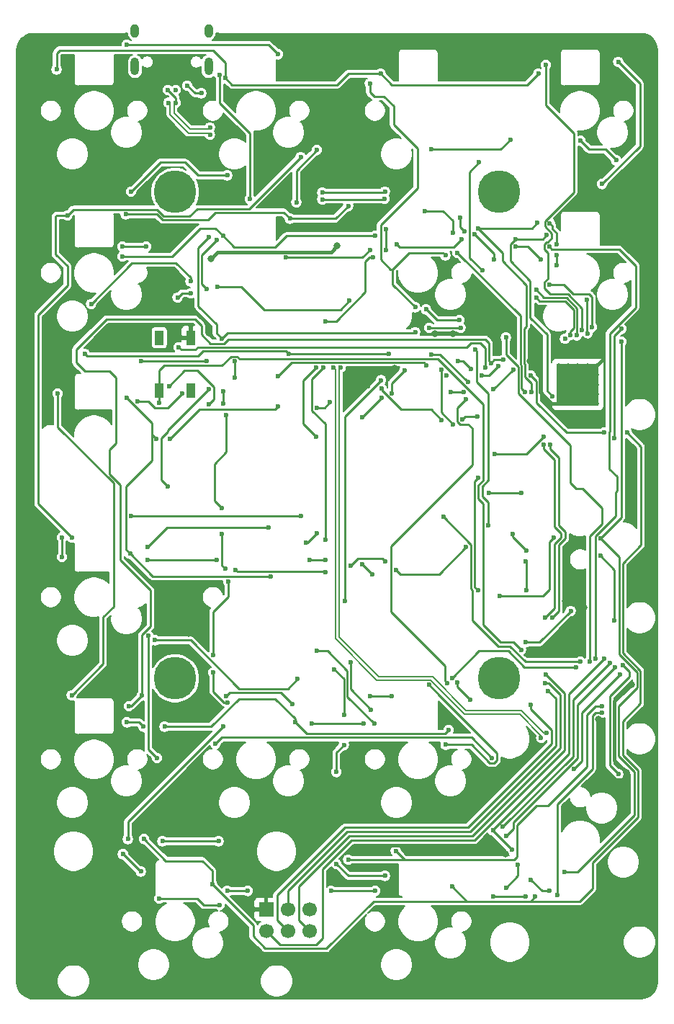
<source format=gbr>
%TF.GenerationSoftware,KiCad,Pcbnew,(5.1.9)-1*%
%TF.CreationDate,2021-06-12T17:38:06+02:00*%
%TF.ProjectId,tfk20-avr,74666b32-302d-4617-9672-2e6b69636164,rev?*%
%TF.SameCoordinates,Original*%
%TF.FileFunction,Copper,L1,Top*%
%TF.FilePolarity,Positive*%
%FSLAX46Y46*%
G04 Gerber Fmt 4.6, Leading zero omitted, Abs format (unit mm)*
G04 Created by KiCad (PCBNEW (5.1.9)-1) date 2021-06-12 17:38:06*
%MOMM*%
%LPD*%
G01*
G04 APERTURE LIST*
%TA.AperFunction,ComponentPad*%
%ADD10O,1.000000X1.600000*%
%TD*%
%TA.AperFunction,ComponentPad*%
%ADD11O,1.000000X2.100000*%
%TD*%
%TA.AperFunction,ComponentPad*%
%ADD12C,5.000000*%
%TD*%
%TA.AperFunction,ComponentPad*%
%ADD13C,0.500000*%
%TD*%
%TA.AperFunction,SMDPad,CuDef*%
%ADD14R,5.000000X5.000000*%
%TD*%
%TA.AperFunction,SMDPad,CuDef*%
%ADD15R,1.100000X1.800000*%
%TD*%
%TA.AperFunction,ComponentPad*%
%ADD16C,1.700000*%
%TD*%
%TA.AperFunction,ComponentPad*%
%ADD17R,1.700000X1.700000*%
%TD*%
%TA.AperFunction,ViaPad*%
%ADD18C,0.600000*%
%TD*%
%TA.AperFunction,ViaPad*%
%ADD19C,0.800000*%
%TD*%
%TA.AperFunction,Conductor*%
%ADD20C,0.381000*%
%TD*%
%TA.AperFunction,Conductor*%
%ADD21C,0.250000*%
%TD*%
%TA.AperFunction,Conductor*%
%ADD22C,0.200000*%
%TD*%
%TA.AperFunction,Conductor*%
%ADD23C,0.100000*%
%TD*%
G04 APERTURE END LIST*
D10*
%TO.P,J1,S1*%
%TO.N,/SHIELD*%
X130129375Y-39034375D03*
X121489375Y-39034375D03*
D11*
X121489375Y-43214375D03*
X130129375Y-43214375D03*
%TD*%
D12*
%TO.P,H3,1*%
%TO.N,N/C*%
X126206250Y-115093750D03*
%TD*%
D13*
%TO.P,U2,49*%
%TO.N,GND*%
X171295500Y-82831500D03*
X172420500Y-82831500D03*
X173545500Y-82831500D03*
X174670500Y-82831500D03*
X175795500Y-82831500D03*
X171295500Y-81706500D03*
X172420500Y-81706500D03*
X173545500Y-81706500D03*
X174670500Y-81706500D03*
X175795500Y-81706500D03*
X171295500Y-80581500D03*
X172420500Y-80581500D03*
X173545500Y-80581500D03*
X174670500Y-80581500D03*
X175795500Y-80581500D03*
X171295500Y-79456500D03*
X172420500Y-79456500D03*
X173545500Y-79456500D03*
X174670500Y-79456500D03*
X175795500Y-79456500D03*
X171295500Y-78331500D03*
X172420500Y-78331500D03*
X173545500Y-78331500D03*
X174670500Y-78331500D03*
X175795500Y-78331500D03*
D14*
X173545500Y-80581500D03*
%TD*%
D15*
%TO.P,SW1,1*%
%TO.N,GND*%
X128056250Y-75084375D03*
%TO.P,SW1,2*%
%TO.N,/RESET*%
X124356250Y-81284375D03*
%TO.P,SW1,3*%
%TO.N,N/C*%
X124356250Y-75084375D03*
%TO.P,SW1,4*%
X128056250Y-81284375D03*
%TD*%
D16*
%TO.P,J2,1*%
%TO.N,/MISO*%
X141986000Y-144780000D03*
%TO.P,J2,2*%
%TO.N,+5V*%
X141986000Y-142240000D03*
%TO.P,J2,3*%
%TO.N,/SCK*%
X139446000Y-144780000D03*
%TO.P,J2,4*%
%TO.N,/MOSI*%
X139446000Y-142240000D03*
%TO.P,J2,5*%
%TO.N,/RESET*%
X136906000Y-144780000D03*
D17*
%TO.P,J2,6*%
%TO.N,GND*%
X136906000Y-142240000D03*
%TD*%
D12*
%TO.P,H4,1*%
%TO.N,N/C*%
X164306250Y-115093750D03*
%TD*%
%TO.P,H2,1*%
%TO.N,Net-(D3-Pad2)*%
X164306250Y-57943750D03*
%TD*%
%TO.P,H1,1*%
%TO.N,N/C*%
X126206250Y-57943750D03*
%TD*%
D18*
%TO.N,GND*%
X148844000Y-80772000D03*
D19*
X145276855Y-61964302D03*
X181737000Y-75184000D03*
X159385000Y-120523000D03*
X168402000Y-123063000D03*
X130175000Y-74549000D03*
X126111000Y-67437000D03*
X179832000Y-115824000D03*
X116967000Y-115316000D03*
X126492000Y-119761000D03*
X179291195Y-126143805D03*
X167919010Y-77835037D03*
D18*
X147447000Y-45085000D03*
X138811000Y-46609000D03*
D19*
X168402000Y-74930000D03*
D18*
X145542000Y-43307000D03*
D19*
X126873000Y-108204000D03*
X127762000Y-109855000D03*
X127762000Y-111760000D03*
D18*
X141986000Y-59563000D03*
D19*
X152019000Y-78681249D03*
X156718000Y-74589000D03*
X158877000Y-74616990D03*
X165069432Y-135697794D03*
X150368000Y-135509000D03*
X174306251Y-106807000D03*
X172085000Y-106045000D03*
X172941202Y-99154202D03*
D18*
X112649000Y-78994000D03*
D19*
X182245000Y-96647000D03*
X156083000Y-128016000D03*
X175935000Y-119888000D03*
X179919000Y-92456000D03*
X179959000Y-88519000D03*
X119507000Y-40132000D03*
X120904000Y-45085000D03*
X125857000Y-74041000D03*
X126238000Y-71755000D03*
%TO.N,+5V*%
X145256250Y-64293750D03*
X130429000Y-65786000D03*
D18*
%TO.N,/XTAL2*%
X167513000Y-104775000D03*
X167431192Y-101346000D03*
%TO.N,/IN_USB_D+*%
X130302000Y-50375000D03*
X125358525Y-45974000D03*
X126266125Y-47472600D03*
%TO.N,/IN_USB_D-*%
X130302000Y-51225000D03*
X126272925Y-45974000D03*
X125416125Y-47472600D03*
%TO.N,/ROW_0*%
X143510000Y-58039000D03*
X150876000Y-57912000D03*
X121031000Y-57912000D03*
X132334000Y-56007000D03*
X175641000Y-112776000D03*
X170180000Y-64389000D03*
%TO.N,/ROW_1*%
X174942500Y-113093500D03*
X159766000Y-73914000D03*
X156083000Y-73914000D03*
X115570000Y-76962000D03*
X165099996Y-75057000D03*
X139573000Y-76962000D03*
X151324000Y-76962000D03*
%TO.N,/ROW_2*%
X121031000Y-96012000D03*
X140970000Y-96012000D03*
X173863000Y-113157000D03*
X157734000Y-96139000D03*
%TO.N,/ROW_3*%
X158750000Y-115062000D03*
X173355000Y-113792000D03*
X123825000Y-110617000D03*
X140589000Y-115189000D03*
%TO.N,Net-(D18-Pad2)*%
X167386000Y-110871000D03*
X172720004Y-107188000D03*
%TO.N,/ROW_4*%
X131318000Y-134239000D03*
X176403000Y-118375997D03*
X124714000Y-134239000D03*
X146558000Y-136398000D03*
X152146000Y-135382000D03*
%TO.N,/ROW_5*%
X176403000Y-119126000D03*
X171136881Y-140520479D03*
%TO.N,Net-(D25-Pad2)*%
X130937000Y-122809000D03*
X163449000Y-124460000D03*
%TO.N,/RGB_LIGHT*%
X173101000Y-125730000D03*
X178498500Y-114617500D03*
%TO.N,Net-(D27-Pad2)*%
X125349000Y-92583000D03*
X130175000Y-81153000D03*
%TO.N,Net-(D28-Pad2)*%
X162687000Y-78613000D03*
X126619000Y-76200000D03*
%TO.N,Net-(D29-Pad2)*%
X163008010Y-97155000D03*
X161462720Y-76494640D03*
%TO.N,/tfk20 RGB Matrix/SW3*%
X138303000Y-41783000D03*
X168783000Y-61595000D03*
X139700000Y-61087000D03*
X120396000Y-60579000D03*
X176403000Y-57023000D03*
X178308000Y-42672000D03*
X161798001Y-62230000D03*
X146558000Y-59588400D03*
X168117520Y-81467960D03*
X120523000Y-40640000D03*
%TO.N,/tfk20 RGB Matrix/SW2*%
X168910000Y-44069000D03*
X150368000Y-44069000D03*
X132079976Y-44577000D03*
X112268000Y-43561000D03*
X120015000Y-65532000D03*
X131826000Y-63119000D03*
X152273000Y-64135000D03*
X159893000Y-63500000D03*
X166243000Y-63499996D03*
X170595498Y-81972000D03*
X149733000Y-63119000D03*
X169900406Y-63017594D03*
%TO.N,/tfk20 RGB Matrix/CS1*%
X114046000Y-117094000D03*
X112395000Y-81661000D03*
X159639000Y-73025000D03*
X155702000Y-71755000D03*
X146685000Y-70739000D03*
X131191000Y-69088000D03*
X128016000Y-68453000D03*
X116332000Y-71120000D03*
X172057562Y-75203756D03*
%TO.N,/tfk20 RGB Matrix/SW1*%
X149098002Y-64770000D03*
X122809000Y-64389000D03*
X120015006Y-64388994D03*
X139192000Y-65664510D03*
X167325593Y-81445257D03*
X159385000Y-65084000D03*
%TO.N,/tfk20 RGB Matrix/CS2*%
X131436861Y-44191117D03*
X135001000Y-58801000D03*
X130175000Y-63246000D03*
X133223000Y-79756000D03*
X131705163Y-75177837D03*
X132401000Y-117956437D03*
X130683000Y-114427000D03*
X130683000Y-112395000D03*
X132461000Y-103759000D03*
X131699000Y-98171000D03*
X131699000Y-95123000D03*
X132080000Y-102235000D03*
X132207000Y-84201000D03*
X131826000Y-82804000D03*
X131826000Y-81407000D03*
X133223002Y-77851000D03*
X168656000Y-70358000D03*
X154432000Y-74422000D03*
X172666215Y-74765511D03*
%TO.N,/tfk20 RGB Matrix/CS3*%
X149098000Y-45212000D03*
X149250400Y-118770400D03*
X146862800Y-113233200D03*
X150418800Y-80060800D03*
X146151600Y-105968800D03*
X168656000Y-69469000D03*
X157988000Y-65405000D03*
X154432004Y-71501000D03*
X173414990Y-74808581D03*
%TO.N,/tfk20 RGB Matrix/CS4*%
X169799000Y-43053000D03*
X174047636Y-74211843D03*
%TO.N,/tfk20 RGB Matrix/CS5*%
X120075000Y-135763000D03*
X122174000Y-137795000D03*
X113538000Y-60706000D03*
X114046000Y-98552000D03*
X174712175Y-74559556D03*
X174625000Y-70612000D03*
X178054000Y-54229000D03*
X173863000Y-51943000D03*
X165608000Y-51816000D03*
X140970000Y-53848000D03*
X156337000Y-52958998D03*
%TO.N,/tfk20 RGB Matrix/CS6*%
X131064000Y-63627000D03*
X130175000Y-82913760D03*
X125476000Y-80772000D03*
X129921000Y-69342000D03*
X126491998Y-70358000D03*
X128016000Y-69850000D03*
X175209200Y-73812400D03*
X163728400Y-65887600D03*
X161391600Y-62890400D03*
X143510000Y-58826400D03*
X150825200Y-58775600D03*
X159715200Y-60960000D03*
X160223201Y-62585600D03*
X170180000Y-68834000D03*
%TO.N,/tfk20 RGB Matrix/CS7*%
X145161000Y-126111000D03*
X150876000Y-138303000D03*
X146050000Y-122936000D03*
X145161000Y-136906000D03*
X146050000Y-119380000D03*
X144907000Y-114045998D03*
X158877006Y-62738000D03*
X169224000Y-65900542D03*
X166243000Y-64389000D03*
X155575000Y-60163410D03*
X143891000Y-98806000D03*
X143637000Y-78613000D03*
X143891000Y-73152000D03*
X151003000Y-62357000D03*
X149479000Y-65659000D03*
X151003000Y-64770006D03*
%TO.N,/tfk20 RGB Matrix/CS8*%
X171043600Y-66513410D03*
X171094400Y-65328800D03*
X171043600Y-64109600D03*
X176225387Y-98653787D03*
X167487600Y-100092200D03*
X165862000Y-98094800D03*
X172008800Y-137820400D03*
X170230800Y-140055600D03*
X168046400Y-138734800D03*
X178689000Y-75565004D03*
X170247000Y-61633287D03*
%TO.N,/tfk20 RGB Matrix/SW6*%
X166878000Y-93345000D03*
X122936000Y-99695000D03*
X137160000Y-97409000D03*
X141605000Y-99187000D03*
X142875000Y-98044000D03*
X138302996Y-79629000D03*
X155778200Y-78308200D03*
X158079440Y-79476600D03*
X159445960Y-77820520D03*
X160990280Y-78770480D03*
X162271975Y-79518969D03*
X164211000Y-78437478D03*
X122174000Y-77851000D03*
X129921000Y-77784000D03*
X163068000Y-93345000D03*
%TO.N,/tfk20 RGB Matrix/SW5*%
X160401000Y-99695000D03*
X152146000Y-102362000D03*
X112903000Y-100838000D03*
X112903000Y-98552000D03*
X150876000Y-101346000D03*
X143891000Y-102616000D03*
X133337272Y-102366582D03*
X131064000Y-101219000D03*
X122936000Y-101219000D03*
X121793000Y-82549994D03*
X150495000Y-82169000D03*
X148209000Y-84455006D03*
X146862800Y-101854000D03*
X151688800Y-81588752D03*
X160620984Y-80265532D03*
X153162000Y-78943200D03*
X156362400Y-77022000D03*
X127000000Y-81661000D03*
%TO.N,/tfk20 RGB Matrix/SW4*%
X120904000Y-100457000D03*
X120523000Y-82169000D03*
X141986000Y-101219000D03*
X143891000Y-101219000D03*
X148209000Y-101727000D03*
X149352000Y-102870000D03*
X137414000Y-103124004D03*
X138303000Y-83185000D03*
X125603000Y-86995000D03*
X123952000Y-86995000D03*
X142875000Y-83312000D03*
X144398992Y-82677000D03*
X160121413Y-81432587D03*
X158648400Y-81432400D03*
X164338000Y-105410000D03*
X170688000Y-98552000D03*
%TO.N,/tfk20 RGB Matrix/SW9*%
X166497000Y-137033000D03*
X165100000Y-139700000D03*
X151638000Y-117221000D03*
X149098000Y-117221000D03*
X120768598Y-118372402D03*
X122301000Y-117094000D03*
X163394636Y-78032364D03*
X164841496Y-77687490D03*
%TO.N,/tfk20 RGB Matrix/SW8*%
X131826000Y-120777000D03*
X120650000Y-133985000D03*
X163576000Y-140716000D03*
X167385994Y-140716000D03*
X149733000Y-140081000D03*
X144526000Y-140081000D03*
X134747000Y-140081000D03*
X132334000Y-140081000D03*
X131445000Y-141732000D03*
X124333000Y-140970000D03*
X148336000Y-120396000D03*
X142240000Y-120396000D03*
X139954000Y-118110000D03*
X132207000Y-117221000D03*
X158008320Y-122900440D03*
X156042991Y-115868750D03*
X158219669Y-115668750D03*
X160401000Y-82296000D03*
X165975011Y-78805602D03*
X163576000Y-81153000D03*
%TO.N,/tfk20 RGB Matrix/SW7*%
X158750000Y-139573000D03*
X130556000Y-139319000D03*
X122555000Y-133985000D03*
X140335000Y-120269000D03*
X158369000Y-121158000D03*
X120523000Y-120269000D03*
X124968000Y-120777000D03*
X122487990Y-120777000D03*
X168554400Y-140716000D03*
X176657000Y-86233000D03*
X168021006Y-79501023D03*
X179324000Y-86233000D03*
%TO.N,Net-(J1-PadB5)*%
X127618875Y-45466000D03*
X129286000Y-46355000D03*
%TO.N,/RESET*%
X166878000Y-111760000D03*
X169799000Y-114681000D03*
X124333000Y-82737000D03*
%TO.N,/MOSI*%
X170053000Y-116586000D03*
%TO.N,/SCK*%
X168021000Y-118237000D03*
%TO.N,/MISO*%
X169672000Y-115697000D03*
%TO.N,/COL_0*%
X124079000Y-124460000D03*
X177927000Y-113792000D03*
X165100000Y-133604000D03*
X123063000Y-110109000D03*
%TO.N,/COL_1*%
X140462000Y-59182000D03*
X142748000Y-78613000D03*
X142748000Y-86741000D03*
X149606000Y-120396000D03*
X177292000Y-113284000D03*
X164744594Y-132486594D03*
X142875022Y-111887000D03*
X142875000Y-53018990D03*
%TO.N,/COL_2*%
X161925000Y-54483000D03*
X161798000Y-104775000D03*
X161798000Y-91567000D03*
X160909000Y-117607500D03*
X176657000Y-112776000D03*
X165794990Y-135255000D03*
X163576000Y-132969000D03*
X157480000Y-78867000D03*
X158877000Y-85254319D03*
X159385000Y-115564490D03*
X162306000Y-67183000D03*
%TO.N,/COL_3*%
X178689000Y-74041000D03*
X176216010Y-100711000D03*
X178816000Y-113538000D03*
X178308000Y-126365000D03*
X177859990Y-86868000D03*
X177840979Y-108330996D03*
%TO.N,Net-(R9-Pad2)*%
X163779200Y-88696800D03*
X169570400Y-86664800D03*
%TO.N,/RGB_MATRIX_SCL*%
X169672000Y-107950000D03*
X169545000Y-87630000D03*
%TO.N,/RGB_MATRIX_SDA*%
X170561000Y-107950000D03*
X170295003Y-87630000D03*
%TO.N,Net-(R12-Pad2)*%
X150469600Y-81026000D03*
X157552797Y-84743303D03*
X159973491Y-84679309D03*
X161747200Y-84328000D03*
%TO.N,/MCU_USB_D+*%
X145681250Y-78581250D03*
X169845521Y-121492479D03*
%TO.N,/MCU_USB_D-*%
X144831250Y-78581250D03*
X169244479Y-122093521D03*
%TD*%
D20*
%TO.N,GND*%
X175795500Y-78331500D02*
X176530000Y-77597000D01*
X177842489Y-117813511D02*
X177842489Y-124695099D01*
X179832000Y-115824000D02*
X177842489Y-117813511D01*
X177842489Y-124695099D02*
X179291195Y-126143805D01*
X126873000Y-108966000D02*
X127762000Y-109855000D01*
X126873000Y-108204000D02*
X126873000Y-108966000D01*
X150510487Y-78681249D02*
X152019000Y-78681249D01*
X148844000Y-80347736D02*
X150510487Y-78681249D01*
X148844000Y-80772000D02*
X148844000Y-80347736D01*
X158849010Y-74589000D02*
X158877000Y-74616990D01*
X156718000Y-74589000D02*
X158849010Y-74589000D01*
X151135501Y-134741499D02*
X150368000Y-135509000D01*
X164113137Y-134741499D02*
X151135501Y-134741499D01*
X165069432Y-135697794D02*
X164113137Y-134741499D01*
X173544251Y-106045000D02*
X172085000Y-106045000D01*
X174306251Y-106807000D02*
X173544251Y-106045000D01*
X170507056Y-82831500D02*
X171295500Y-82831500D01*
X169158031Y-81482475D02*
X170507056Y-82831500D01*
X169158031Y-79074058D02*
X169158031Y-81482475D01*
X167919010Y-77835037D02*
X169158031Y-79074058D01*
X179291195Y-126709490D02*
X179291195Y-126143805D01*
X178995184Y-127005501D02*
X179291195Y-126709490D01*
X178000559Y-127005501D02*
X178995184Y-127005501D01*
X176530000Y-125534942D02*
X178000559Y-127005501D01*
X176530000Y-120483000D02*
X176530000Y-125534942D01*
X175935000Y-119888000D02*
X176530000Y-120483000D01*
X126900375Y-75084375D02*
X125857000Y-74041000D01*
X128056250Y-75084375D02*
X126900375Y-75084375D01*
%TO.N,+5V*%
X131191000Y-65024000D02*
X130429000Y-65786000D01*
X145256250Y-64293750D02*
X144526000Y-65024000D01*
X144526000Y-65024000D02*
X131191000Y-65024000D01*
D21*
%TO.N,/XTAL2*%
X167513000Y-104775000D02*
X167513000Y-101427808D01*
X167513000Y-101427808D02*
X167431192Y-101346000D01*
%TO.N,/IN_USB_D+*%
X126266125Y-46881600D02*
X125358525Y-45974000D01*
X126266125Y-47472600D02*
X126266125Y-46881600D01*
D22*
X126066125Y-47672600D02*
X126266125Y-47472600D01*
X126066125Y-48674800D02*
X126066125Y-47672600D01*
X127966325Y-50575000D02*
X126066125Y-48674800D01*
X130102000Y-50575000D02*
X127966325Y-50575000D01*
X130302000Y-50375000D02*
X130102000Y-50575000D01*
%TO.N,/IN_USB_D-*%
X125616125Y-48861200D02*
X125616125Y-47672600D01*
X127779925Y-51025000D02*
X125616125Y-48861200D01*
X125616125Y-47672600D02*
X125416125Y-47472600D01*
X130102000Y-51025000D02*
X127779925Y-51025000D01*
X130302000Y-51225000D02*
X130102000Y-51025000D01*
D21*
%TO.N,/ROW_0*%
X150749000Y-58039000D02*
X150876000Y-57912000D01*
X143510000Y-58039000D02*
X150749000Y-58039000D01*
X121031000Y-57912000D02*
X124460000Y-54483000D01*
X124460000Y-54483000D02*
X127381000Y-54483000D01*
X127381000Y-54483000D02*
X128905000Y-56007000D01*
X128905000Y-56007000D02*
X132334000Y-56007000D01*
X177284989Y-90520487D02*
X177284989Y-86083999D01*
X178034989Y-93197013D02*
X178146251Y-93085751D01*
X170479999Y-64688999D02*
X170180000Y-64389000D01*
X178146251Y-93085751D02*
X178146251Y-91381749D01*
X178411250Y-64688999D02*
X170479999Y-64688999D01*
X177284989Y-86083999D02*
X177292000Y-86076988D01*
X175641000Y-112776000D02*
X175641000Y-98425000D01*
X180340000Y-66617749D02*
X178411250Y-64688999D01*
X180340000Y-71538998D02*
X180340000Y-66617749D01*
X178146251Y-91381749D02*
X177284989Y-90520487D01*
X177292000Y-74586998D02*
X180340000Y-71538998D01*
X177292000Y-86076988D02*
X177292000Y-74586998D01*
X178034989Y-96031011D02*
X178034989Y-93197013D01*
X175641000Y-98425000D02*
X178034989Y-96031011D01*
%TO.N,/ROW_1*%
X159766000Y-73914000D02*
X156083000Y-73914000D01*
X139573000Y-76962000D02*
X151324000Y-76962000D01*
X176403000Y-95116751D02*
X174123249Y-92837000D01*
X173355000Y-92837000D02*
X172681249Y-92163249D01*
X172681249Y-92163249D02*
X172681249Y-87718249D01*
X166550012Y-81587012D02*
X166550012Y-78529601D01*
X165099996Y-77079585D02*
X165099996Y-75057000D01*
X166550012Y-78529601D02*
X165099996Y-77079585D01*
X172681249Y-87718249D02*
X166550012Y-81587012D01*
X174123249Y-92837000D02*
X173355000Y-92837000D01*
X174981251Y-98355250D02*
X176403000Y-96933501D01*
X174981251Y-113054749D02*
X174981251Y-98355250D01*
X174942500Y-113093500D02*
X174981251Y-113054749D01*
X176403000Y-96933501D02*
X176403000Y-95116751D01*
X139211010Y-76600010D02*
X139573000Y-76962000D01*
X128905000Y-77216000D02*
X129520990Y-76600010D01*
X129520990Y-76600010D02*
X139211010Y-76600010D01*
X115824000Y-77216000D02*
X128905000Y-77216000D01*
X115570000Y-76962000D02*
X115824000Y-77216000D01*
%TO.N,/ROW_2*%
X121031000Y-96012000D02*
X140970000Y-96012000D01*
X165588990Y-111359990D02*
X167386000Y-113157000D01*
X157734000Y-96139000D02*
X161016989Y-99421989D01*
X161016989Y-99421989D02*
X161016989Y-104559689D01*
X161016989Y-104559689D02*
X161163000Y-104705700D01*
X161163000Y-104705700D02*
X161163000Y-108331000D01*
X161163000Y-108331000D02*
X164191990Y-111359990D01*
X164191990Y-111359990D02*
X165588990Y-111359990D01*
X167386000Y-113157000D02*
X173863000Y-113157000D01*
%TO.N,/ROW_3*%
X161925000Y-111887000D02*
X158750000Y-115062000D01*
X165354000Y-111887000D02*
X161925000Y-111887000D01*
X167259000Y-113792000D02*
X165354000Y-111887000D01*
X173355000Y-113792000D02*
X167259000Y-113792000D01*
X123825000Y-110617000D02*
X128016000Y-110617000D01*
X128016000Y-110617000D02*
X133731000Y-116332000D01*
X139446000Y-116332000D02*
X140589000Y-115189000D01*
X133731000Y-116332000D02*
X139446000Y-116332000D01*
%TO.N,Net-(D18-Pad2)*%
X167386000Y-110871000D02*
X169037004Y-110871000D01*
X169037004Y-110871000D02*
X172720004Y-107188000D01*
%TO.N,/ROW_4*%
X166078002Y-136398000D02*
X153162000Y-136398000D01*
X176403000Y-118375997D02*
X175629003Y-118375997D01*
X166370000Y-136106002D02*
X166078002Y-136398000D01*
X174625000Y-119380000D02*
X174625000Y-125476000D01*
X170053000Y-130048000D02*
X168656000Y-130048000D01*
X166370000Y-132334000D02*
X166370000Y-136106002D01*
X175629003Y-118375997D02*
X174625000Y-119380000D01*
X174625000Y-125476000D02*
X170053000Y-130048000D01*
X168656000Y-130048000D02*
X166370000Y-132334000D01*
X131318000Y-134239000D02*
X124714000Y-134239000D01*
X146558000Y-136398000D02*
X153162000Y-136398000D01*
X153162000Y-136398000D02*
X152146000Y-135382000D01*
%TO.N,/ROW_5*%
X176403000Y-119126000D02*
X175641000Y-119126000D01*
X171136881Y-129853119D02*
X171136881Y-140520479D01*
X175641000Y-119126000D02*
X175260000Y-119507000D01*
X175260000Y-119507000D02*
X175260000Y-125730000D01*
X175260000Y-125730000D02*
X171136881Y-129853119D01*
%TO.N,Net-(D25-Pad2)*%
X161036000Y-122047000D02*
X163449000Y-124460000D01*
X131699000Y-122047000D02*
X161036000Y-122047000D01*
X130937000Y-122809000D02*
X131699000Y-122047000D01*
%TO.N,/RGB_LIGHT*%
X173990000Y-124841000D02*
X173101000Y-125730000D01*
X173990000Y-119126000D02*
X173990000Y-124841000D01*
X178498500Y-114617500D02*
X173990000Y-119126000D01*
%TO.N,Net-(D27-Pad2)*%
X125349000Y-85979000D02*
X130175000Y-81153000D01*
X125349000Y-86106000D02*
X125349000Y-85979000D01*
X124587000Y-86868000D02*
X125349000Y-86106000D01*
X124587000Y-91821000D02*
X124587000Y-86868000D01*
X125349000Y-92583000D02*
X124587000Y-91821000D01*
%TO.N,Net-(D28-Pad2)*%
X161002878Y-75692000D02*
X160494878Y-76200000D01*
X160494878Y-76200000D02*
X128885627Y-76200000D01*
X162687000Y-78613000D02*
X162687000Y-76286360D01*
X162687000Y-76286360D02*
X162092640Y-75692000D01*
X162092640Y-75692000D02*
X161002878Y-75692000D01*
X128585628Y-76499999D02*
X126918999Y-76499999D01*
X128885627Y-76200000D02*
X128585628Y-76499999D01*
X126918999Y-76499999D02*
X126619000Y-76200000D01*
%TO.N,Net-(D29-Pad2)*%
X161661119Y-76693039D02*
X161462720Y-76494640D01*
X161661119Y-80254119D02*
X161661119Y-76693039D01*
X163008010Y-81601010D02*
X161661119Y-80254119D01*
X162306000Y-92513698D02*
X163008010Y-91811688D01*
X162306000Y-93726000D02*
X162306000Y-92513698D01*
X163008010Y-94428010D02*
X162306000Y-93726000D01*
X163008010Y-91811688D02*
X163008010Y-81601010D01*
X163008010Y-97155000D02*
X163008010Y-94428010D01*
%TO.N,/tfk20 RGB Matrix/SW3*%
X120396000Y-60579000D02*
X124079000Y-60579000D01*
X124079000Y-60579000D02*
X124714000Y-61214000D01*
X124714000Y-61214000D02*
X130048000Y-61214000D01*
X138951740Y-60338740D02*
X139700000Y-61087000D01*
X130923260Y-60338740D02*
X138951740Y-60338740D01*
X130048000Y-61214000D02*
X130923260Y-60338740D01*
X180848000Y-45212000D02*
X178308000Y-42672000D01*
X180848000Y-52578000D02*
X180848000Y-45212000D01*
X176403000Y-57023000D02*
X180848000Y-52578000D01*
X168783000Y-61595000D02*
X168148000Y-62230000D01*
X168148000Y-62230000D02*
X161798001Y-62230000D01*
X145059400Y-61087000D02*
X146558000Y-59588400D01*
X139700000Y-61087000D02*
X145059400Y-61087000D01*
X167513000Y-68884800D02*
X164678360Y-66050160D01*
X168117520Y-81467960D02*
X168117520Y-80448539D01*
X168117520Y-80448539D02*
X167350033Y-79681052D01*
X167350033Y-79681052D02*
X167350032Y-78198221D01*
X167350032Y-78198221D02*
X167218993Y-78067182D01*
X167218993Y-78067182D02*
X167218993Y-74023307D01*
X167218993Y-74023307D02*
X167513000Y-73729300D01*
X164678360Y-65110359D02*
X161798001Y-62230000D01*
X164678360Y-66050160D02*
X164678360Y-65110359D01*
X167513000Y-73729300D02*
X167513000Y-68884800D01*
X137160000Y-40640000D02*
X120523000Y-40640000D01*
X138303000Y-41783000D02*
X137160000Y-40640000D01*
%TO.N,/tfk20 RGB Matrix/SW2*%
X132891736Y-45388760D02*
X132079976Y-44577000D01*
X130643519Y-41288740D02*
X112635260Y-41288740D01*
X132079976Y-42725197D02*
X130643519Y-41288740D01*
X132079976Y-44577000D02*
X132079976Y-42725197D01*
X112268000Y-41656000D02*
X112268000Y-43561000D01*
X112635260Y-41288740D02*
X112268000Y-41656000D01*
X150368000Y-44069000D02*
X146558000Y-44069000D01*
X146558000Y-44069000D02*
X145238240Y-45388760D01*
X145238240Y-45388760D02*
X132891736Y-45388760D01*
X167590240Y-45388760D02*
X151687760Y-45388760D01*
X151687760Y-45388760D02*
X150368000Y-44069000D01*
X168910000Y-44069000D02*
X167590240Y-45388760D01*
X120015000Y-65532000D02*
X125857000Y-65532000D01*
X125857000Y-65532000D02*
X129159000Y-62230000D01*
X130937000Y-62230000D02*
X131826000Y-63119000D01*
X129159000Y-62230000D02*
X130937000Y-62230000D01*
X158954240Y-64438760D02*
X159893000Y-63500000D01*
X152576760Y-64438760D02*
X158954240Y-64438760D01*
X152273000Y-64135000D02*
X152576760Y-64438760D01*
X131826000Y-63119000D02*
X133145760Y-64438760D01*
X139319000Y-63119000D02*
X149733000Y-63119000D01*
X133145760Y-64438760D02*
X137999240Y-64438760D01*
X137999240Y-64438760D02*
X139319000Y-63119000D01*
X165667999Y-64074997D02*
X166243000Y-63499996D01*
X167963749Y-68383251D02*
X165667999Y-66087501D01*
X167963749Y-72713749D02*
X167963749Y-68383251D01*
X169926000Y-74676000D02*
X167963749Y-72713749D01*
X169926000Y-81302502D02*
X169926000Y-74676000D01*
X165667999Y-66087501D02*
X165667999Y-64074997D01*
X170595498Y-81972000D02*
X169926000Y-81302502D01*
X169418004Y-63499996D02*
X169900406Y-63017594D01*
X166243000Y-63499996D02*
X169418004Y-63499996D01*
%TO.N,/tfk20 RGB Matrix/CS1*%
X114046000Y-117094000D02*
X117729000Y-113411000D01*
X112395000Y-85599502D02*
X112395000Y-81661000D01*
X118956251Y-92160753D02*
X112395000Y-85599502D01*
X118956251Y-106660751D02*
X118956251Y-92160753D01*
X117729000Y-107888002D02*
X118956251Y-106660751D01*
X117729000Y-113411000D02*
X117729000Y-107888002D01*
X156972000Y-73025000D02*
X155702000Y-71755000D01*
X159639000Y-73025000D02*
X156972000Y-73025000D01*
X133983498Y-69088000D02*
X131191000Y-69088000D01*
X136679249Y-71783751D02*
X133983498Y-69088000D01*
X145640249Y-71783751D02*
X136679249Y-71783751D01*
X146685000Y-70739000D02*
X145640249Y-71783751D01*
X121133251Y-66318749D02*
X116332000Y-71120000D01*
X126306013Y-66318749D02*
X121133251Y-66318749D01*
X128016000Y-68028736D02*
X126306013Y-66318749D01*
X128016000Y-68453000D02*
X128016000Y-68028736D01*
%TO.N,/tfk20 RGB Matrix/SW1*%
X120015012Y-64389000D02*
X120015006Y-64388994D01*
X122809000Y-64389000D02*
X120015012Y-64389000D01*
X148203492Y-65664510D02*
X139192000Y-65664510D01*
X149098002Y-64770000D02*
X148203492Y-65664510D01*
X159385000Y-65084000D02*
X166818987Y-72517987D01*
X166818987Y-78232876D02*
X166950023Y-78363912D01*
X166950023Y-78363912D02*
X166950024Y-81069688D01*
X166818987Y-72517987D02*
X166818987Y-78232876D01*
X166950024Y-81069688D02*
X167325593Y-81445257D01*
%TO.N,/tfk20 RGB Matrix/CS2*%
X135001000Y-51055502D02*
X135001000Y-58801000D01*
X131436861Y-47491363D02*
X135001000Y-51055502D01*
X131436861Y-44191117D02*
X131436861Y-47491363D01*
X131976736Y-117956437D02*
X130683000Y-116662701D01*
X130683000Y-116662701D02*
X130683000Y-114427000D01*
X132401000Y-117956437D02*
X131976736Y-117956437D01*
X130683000Y-107239002D02*
X132461000Y-105461002D01*
X132461000Y-105461002D02*
X132461000Y-103759000D01*
X130683000Y-112395000D02*
X130683000Y-107239002D01*
X131699000Y-101854000D02*
X132080000Y-102235000D01*
X131699000Y-98171000D02*
X131699000Y-101854000D01*
X131826000Y-82804000D02*
X131826000Y-81407000D01*
X132207000Y-88519000D02*
X132207000Y-84201000D01*
X130810000Y-89916000D02*
X132207000Y-88519000D01*
X130810000Y-94234000D02*
X130810000Y-89916000D01*
X131699000Y-95123000D02*
X130810000Y-94234000D01*
X131064000Y-74536674D02*
X131705163Y-75177837D01*
X131064000Y-73533000D02*
X131064000Y-74536674D01*
X128905000Y-71374000D02*
X131064000Y-73533000D01*
X128905000Y-64516000D02*
X128905000Y-71374000D01*
X130175000Y-63246000D02*
X128905000Y-64516000D01*
X133223000Y-77851002D02*
X133223002Y-77851000D01*
X133223000Y-79756000D02*
X133223000Y-77851002D01*
X154305000Y-74549000D02*
X132334000Y-74549000D01*
X132334000Y-74549000D02*
X131705163Y-75177837D01*
X154432000Y-74422000D02*
X154305000Y-74549000D01*
X168656000Y-70358000D02*
X169071749Y-70773749D01*
X169071749Y-70773749D02*
X172072147Y-70773749D01*
X172072147Y-70773749D02*
X173066251Y-71767853D01*
X173066251Y-71767853D02*
X173066251Y-73941211D01*
X173066251Y-73941211D02*
X172666215Y-74341247D01*
X172666215Y-74341247D02*
X172666215Y-74765511D01*
%TO.N,/tfk20 RGB Matrix/CS3*%
X152146000Y-50292000D02*
X152019000Y-50165000D01*
X151892000Y-50038000D02*
X151892000Y-47879000D01*
X152146000Y-50292000D02*
X151892000Y-50038000D01*
X151892000Y-47879000D02*
X150749000Y-46736000D01*
X149606000Y-46736000D02*
X149098000Y-46228000D01*
X150749000Y-46736000D02*
X149606000Y-46736000D01*
X149098000Y-46228000D02*
X149098000Y-45212000D01*
X146850021Y-113245979D02*
X146862800Y-113233200D01*
X146850021Y-116370021D02*
X146850021Y-113245979D01*
X149250400Y-118770400D02*
X146850021Y-116370021D01*
X146151600Y-84328000D02*
X146151600Y-105968800D01*
X150418800Y-80060800D02*
X146151600Y-84328000D01*
X169560738Y-70373738D02*
X172237836Y-70373738D01*
X172237836Y-70373738D02*
X173466262Y-71602164D01*
X173466262Y-71602164D02*
X173466262Y-74757309D01*
X168656000Y-69469000D02*
X169560738Y-70373738D01*
X173466262Y-74757309D02*
X173414990Y-74808581D01*
X151765000Y-68833996D02*
X154432004Y-71501000D01*
X151765000Y-67056000D02*
X151765000Y-68833996D01*
X153715999Y-65105001D02*
X151765000Y-67056000D01*
X157688001Y-65105001D02*
X153715999Y-65105001D01*
X157988000Y-65405000D02*
X157688001Y-65105001D01*
X154686000Y-52832000D02*
X152146000Y-50292000D01*
X154686000Y-57531000D02*
X154686000Y-52832000D01*
X150368000Y-61849000D02*
X154686000Y-57531000D01*
X150368000Y-65913000D02*
X150368000Y-61849000D01*
X151511000Y-67056000D02*
X150368000Y-65913000D01*
X151765000Y-67056000D02*
X151511000Y-67056000D01*
%TO.N,/tfk20 RGB Matrix/CS4*%
X174047636Y-71617838D02*
X174047636Y-74211843D01*
X172403525Y-69973727D02*
X174047636Y-71617838D01*
X170322069Y-69973727D02*
X172403525Y-69973727D01*
X169604999Y-69256657D02*
X170322069Y-69973727D01*
X169604999Y-64665001D02*
X170078400Y-65138402D01*
X170078400Y-65138402D02*
X170078400Y-68084598D01*
X170030999Y-63813999D02*
X169903999Y-63813999D01*
X169604999Y-68557999D02*
X169604999Y-69256657D01*
X173066251Y-51020753D02*
X173066251Y-57972149D01*
X169604999Y-64112999D02*
X169604999Y-64665001D01*
X169903999Y-63813999D02*
X169604999Y-64112999D01*
X169799000Y-43053000D02*
X169799000Y-47753502D01*
X170078400Y-68084598D02*
X169604999Y-68557999D01*
X169799000Y-47753502D02*
X173066251Y-51020753D01*
X173066251Y-57972149D02*
X169672000Y-61366400D01*
X170501001Y-62805001D02*
X170501001Y-63343997D01*
X169672000Y-61366400D02*
X169672000Y-61976000D01*
X170501001Y-63343997D02*
X170030999Y-63813999D01*
X169672000Y-61976000D02*
X170501001Y-62805001D01*
%TO.N,/tfk20 RGB Matrix/CS5*%
X122107000Y-137795000D02*
X122174000Y-137795000D01*
X120075000Y-135763000D02*
X122107000Y-137795000D01*
X110109000Y-94615000D02*
X114046000Y-98552000D01*
X113538000Y-68961000D02*
X110109000Y-72390000D01*
X113538000Y-66675000D02*
X113538000Y-68961000D01*
X112153251Y-65290251D02*
X113538000Y-66675000D01*
X112153251Y-60820749D02*
X112153251Y-65290251D01*
X110109000Y-72390000D02*
X110109000Y-94615000D01*
X112268000Y-60706000D02*
X112153251Y-60820749D01*
X113538000Y-60706000D02*
X112268000Y-60706000D01*
X174712175Y-74559556D02*
X174741444Y-74559556D01*
X174625000Y-74472381D02*
X174625000Y-70612000D01*
X174712175Y-74559556D02*
X174625000Y-74472381D01*
X178054000Y-54229000D02*
X176784000Y-52959000D01*
X174879000Y-52959000D02*
X173863000Y-51943000D01*
X176784000Y-52959000D02*
X174879000Y-52959000D01*
X124879688Y-60813990D02*
X127908010Y-60813990D01*
X124069697Y-60003999D02*
X124879688Y-60813990D01*
X134879270Y-59938730D02*
X140970000Y-53848000D01*
X114240001Y-60003999D02*
X124069697Y-60003999D01*
X128783270Y-59938730D02*
X134879270Y-59938730D01*
X127908010Y-60813990D02*
X128783270Y-59938730D01*
X113538000Y-60706000D02*
X114240001Y-60003999D01*
X165608000Y-51816000D02*
X164465002Y-52958998D01*
X164465002Y-52958998D02*
X156337000Y-52958998D01*
%TO.N,/tfk20 RGB Matrix/CS6*%
X128826251Y-78918749D02*
X127329251Y-78918749D01*
X130750001Y-80842499D02*
X128826251Y-78918749D01*
X130750001Y-82338759D02*
X130750001Y-80842499D01*
X127329251Y-78918749D02*
X125476000Y-80772000D01*
X130175000Y-82913760D02*
X130750001Y-82338759D01*
X129305010Y-65385990D02*
X129305010Y-68726010D01*
X131064000Y-63627000D02*
X129305010Y-65385990D01*
X129305010Y-68726010D02*
X129921000Y-69342000D01*
X126999998Y-69850000D02*
X126491998Y-70358000D01*
X128016000Y-69850000D02*
X126999998Y-69850000D01*
X163728400Y-65227200D02*
X161391600Y-62890400D01*
X163728400Y-65887600D02*
X163728400Y-65227200D01*
X150774400Y-58826400D02*
X150825200Y-58775600D01*
X143510000Y-58826400D02*
X150774400Y-58826400D01*
X159715200Y-60960000D02*
X159715200Y-62077599D01*
X159715200Y-62077599D02*
X160223201Y-62585600D01*
X171900602Y-68834000D02*
X170180000Y-68834000D01*
X173043602Y-69977000D02*
X171900602Y-68834000D01*
X174879000Y-69977000D02*
X173043602Y-69977000D01*
X175209200Y-70307200D02*
X174879000Y-69977000D01*
X175209200Y-73812400D02*
X175209200Y-70307200D01*
%TO.N,/tfk20 RGB Matrix/CS7*%
X145161000Y-123825000D02*
X146050000Y-122936000D01*
X150876000Y-138303000D02*
X146558000Y-138303000D01*
X146558000Y-138303000D02*
X145161000Y-136906000D01*
X145161000Y-126111000D02*
X145161000Y-123825000D01*
X146050000Y-119380000D02*
X146050000Y-115188998D01*
X146050000Y-115188998D02*
X144907000Y-114045998D01*
X169224000Y-65900542D02*
X167712458Y-64389000D01*
X167712458Y-64389000D02*
X166243000Y-64389000D01*
X158877006Y-61341006D02*
X157699410Y-60163410D01*
X158877006Y-62738000D02*
X158877006Y-61341006D01*
X157699410Y-60163410D02*
X155575000Y-60163410D01*
X143891000Y-98806000D02*
X143891000Y-85217000D01*
X143891000Y-85217000D02*
X142299999Y-83625999D01*
X142299999Y-79950001D02*
X143637000Y-78613000D01*
X142299999Y-83625999D02*
X142299999Y-79950001D01*
X149060004Y-65659000D02*
X149479000Y-65659000D01*
X148551249Y-66167755D02*
X149060004Y-65659000D01*
X148551249Y-69723753D02*
X148551249Y-66167755D01*
X145123002Y-73152000D02*
X148551249Y-69723753D01*
X143891000Y-73152000D02*
X145123002Y-73152000D01*
X151003000Y-62357000D02*
X151003000Y-64770006D01*
%TO.N,/tfk20 RGB Matrix/CS8*%
X171043600Y-65379600D02*
X171094400Y-65328800D01*
X171043600Y-66513410D02*
X171043600Y-65379600D01*
X165862000Y-98466600D02*
X165862000Y-98094800D01*
X167487600Y-100092200D02*
X165862000Y-98466600D01*
X169367200Y-140055600D02*
X168046400Y-138734800D01*
X170230800Y-140055600D02*
X169367200Y-140055600D01*
X176225387Y-98653787D02*
X178689000Y-96190174D01*
X178689000Y-96190174D02*
X178689000Y-75565004D01*
X178308000Y-124206000D02*
X180193989Y-126091991D01*
X178415989Y-112286988D02*
X180507000Y-114378000D01*
X176225387Y-98653787D02*
X178415989Y-100844389D01*
X178415989Y-100844389D02*
X178415989Y-112286988D01*
X180507000Y-114378000D02*
X180507000Y-116167239D01*
X180193989Y-131148013D02*
X173521602Y-137820400D01*
X178308000Y-118366239D02*
X178308000Y-124206000D01*
X180507000Y-116167239D02*
X178308000Y-118366239D01*
X180193989Y-126091991D02*
X180193989Y-131148013D01*
X173521602Y-137820400D02*
X172008800Y-137820400D01*
X171043600Y-62781902D02*
X171043600Y-64109600D01*
X170546999Y-62285301D02*
X171043600Y-62781902D01*
X170546999Y-61933286D02*
X170546999Y-62285301D01*
X170247000Y-61633287D02*
X170546999Y-61933286D01*
%TO.N,/tfk20 RGB Matrix/SW6*%
X125222000Y-97409000D02*
X137160000Y-97409000D01*
X122936000Y-99695000D02*
X125222000Y-97409000D01*
X141732000Y-99187000D02*
X142875000Y-98044000D01*
X141605000Y-99187000D02*
X141732000Y-99187000D01*
X155476249Y-78006249D02*
X155778200Y-78308200D01*
X138302996Y-79629000D02*
X139925747Y-78006249D01*
X139925747Y-78006249D02*
X155476249Y-78006249D01*
X160040320Y-77820520D02*
X160990280Y-78770480D01*
X159445960Y-77820520D02*
X160040320Y-77820520D01*
X162271975Y-79518969D02*
X163129509Y-79518969D01*
X163129509Y-79518969D02*
X164211000Y-78437478D01*
X129854000Y-77851000D02*
X129921000Y-77784000D01*
X122174000Y-77851000D02*
X129854000Y-77851000D01*
X166878000Y-93345000D02*
X163068000Y-93345000D01*
%TO.N,/tfk20 RGB Matrix/SW5*%
X160401000Y-99695000D02*
X157226000Y-102870000D01*
X152654000Y-102870000D02*
X152146000Y-102362000D01*
X157226000Y-102870000D02*
X152654000Y-102870000D01*
X112903000Y-100838000D02*
X112903000Y-98552000D01*
X143824003Y-102549003D02*
X133519693Y-102549003D01*
X143891000Y-102616000D02*
X143824003Y-102549003D01*
X133519693Y-102549003D02*
X133337272Y-102366582D01*
X131064000Y-101219000D02*
X122936000Y-101219000D01*
X150495000Y-82169000D02*
X148209000Y-84455000D01*
X148209000Y-84455000D02*
X148209000Y-84455006D01*
X150876000Y-101346000D02*
X150576001Y-101046001D01*
X147670799Y-101046001D02*
X146862800Y-101854000D01*
X150576001Y-101046001D02*
X147670799Y-101046001D01*
X151688800Y-80436212D02*
X153131012Y-78994000D01*
X151688800Y-81588752D02*
X151688800Y-80436212D01*
X160620984Y-80265532D02*
X157377452Y-77022000D01*
X157377452Y-77022000D02*
X156362400Y-77022000D01*
X123062994Y-82549994D02*
X123825000Y-83312000D01*
X121793000Y-82549994D02*
X123062994Y-82549994D01*
X125349000Y-83312000D02*
X127000000Y-81661000D01*
X123825000Y-83312000D02*
X125349000Y-83312000D01*
%TO.N,/tfk20 RGB Matrix/SW4*%
X141986000Y-101219000D02*
X143891000Y-101219000D01*
X148209000Y-101727000D02*
X149352000Y-102870000D01*
X123571004Y-103124004D02*
X137414000Y-103124004D01*
X120904000Y-100457000D02*
X123571004Y-103124004D01*
X120523000Y-82169000D02*
X120523000Y-82042000D01*
X120455999Y-100008999D02*
X120904000Y-100457000D01*
X120455999Y-92523001D02*
X120455999Y-100008999D01*
X123444000Y-89535000D02*
X120455999Y-92523001D01*
X120523000Y-82169000D02*
X123444000Y-85090000D01*
X137999240Y-83488760D02*
X129109240Y-83488760D01*
X138303000Y-83185000D02*
X137999240Y-83488760D01*
X129109240Y-83488760D02*
X125603000Y-86995000D01*
X123571000Y-86614000D02*
X123444000Y-86614000D01*
X123952000Y-86995000D02*
X123571000Y-86614000D01*
X123444000Y-86614000D02*
X123444000Y-89535000D01*
X123444000Y-86487000D02*
X123444000Y-86360000D01*
X123952000Y-86995000D02*
X123444000Y-86487000D01*
X123444000Y-86360000D02*
X123444000Y-86614000D01*
X123444000Y-85090000D02*
X123444000Y-86360000D01*
X142875000Y-83312000D02*
X143763992Y-83312000D01*
X143763992Y-83312000D02*
X144398992Y-82677000D01*
X160121413Y-81432587D02*
X158648587Y-81432587D01*
X158648587Y-81432587D02*
X158648400Y-81432400D01*
X170688000Y-98552000D02*
X170180000Y-99060000D01*
X170180000Y-99060000D02*
X170180000Y-104648000D01*
X169418000Y-105410000D02*
X164338000Y-105410000D01*
X170180000Y-104648000D02*
X169418000Y-105410000D01*
%TO.N,/tfk20 RGB Matrix/SW9*%
X166497000Y-138303000D02*
X165100000Y-139700000D01*
X166497000Y-137033000D02*
X166497000Y-138303000D01*
X151638000Y-117221000D02*
X149098000Y-117221000D01*
X121022598Y-118372402D02*
X122301000Y-117094000D01*
X120768598Y-118372402D02*
X121022598Y-118372402D01*
X163739510Y-77687490D02*
X164841496Y-77687490D01*
X163394636Y-78032364D02*
X163739510Y-77687490D01*
X123317000Y-109003998D02*
X122301000Y-110019998D01*
X119761000Y-101219000D02*
X123317000Y-104775000D01*
X119761000Y-92399804D02*
X119761000Y-101219000D01*
X118491000Y-91129804D02*
X119761000Y-92399804D01*
X119253000Y-87503000D02*
X118491000Y-88265000D01*
X118474744Y-78994000D02*
X119253000Y-79772256D01*
X163106098Y-77743826D02*
X163106098Y-75707480D01*
X119253000Y-79772256D02*
X119253000Y-87503000D01*
X163106098Y-75707480D02*
X162690608Y-75291990D01*
X162690608Y-75291990D02*
X132442012Y-75291990D01*
X129286000Y-74659002D02*
X129286000Y-73660000D01*
X132442012Y-75291990D02*
X131981164Y-75752838D01*
X163394636Y-78032364D02*
X163106098Y-77743826D01*
X130379836Y-75752838D02*
X129286000Y-74659002D01*
X115570000Y-78994000D02*
X118474744Y-78994000D01*
X129286000Y-73660000D02*
X128524000Y-72898000D01*
X118110000Y-72898000D02*
X114554000Y-76454000D01*
X122301000Y-110019998D02*
X122301000Y-117094000D01*
X118491000Y-88265000D02*
X118491000Y-91129804D01*
X131981164Y-75752838D02*
X130379836Y-75752838D01*
X114554000Y-77978000D02*
X115570000Y-78994000D01*
X128524000Y-72898000D02*
X118110000Y-72898000D01*
X123317000Y-104775000D02*
X123317000Y-109003998D01*
X114554000Y-76454000D02*
X114554000Y-77978000D01*
%TO.N,/tfk20 RGB Matrix/SW8*%
X120650000Y-131953000D02*
X120650000Y-133985000D01*
X131826000Y-120777000D02*
X120650000Y-131953000D01*
X163576000Y-140716000D02*
X167385994Y-140716000D01*
X149733000Y-140081000D02*
X144526000Y-140081000D01*
X134747000Y-140081000D02*
X132334000Y-140081000D01*
X131445000Y-141732000D02*
X129540000Y-141732000D01*
X128778000Y-140970000D02*
X124333000Y-140970000D01*
X129540000Y-141732000D02*
X128778000Y-140970000D01*
X148336000Y-120396000D02*
X142240000Y-120396000D01*
X138638001Y-116794001D02*
X132633999Y-116794001D01*
X139954000Y-118110000D02*
X138638001Y-116794001D01*
X132633999Y-116794001D02*
X132207000Y-117221000D01*
X164024001Y-123873339D02*
X157372491Y-117221829D01*
X163725001Y-125035001D02*
X164024001Y-124736001D01*
X163172999Y-125035001D02*
X163725001Y-125035001D01*
X161038438Y-122900440D02*
X163172999Y-125035001D01*
X164024001Y-124736001D02*
X164024001Y-123873339D01*
X158008320Y-122900440D02*
X161038438Y-122900440D01*
X157372491Y-117221829D02*
X157372491Y-117230331D01*
X157372491Y-117198250D02*
X156042991Y-115868750D01*
X157372491Y-117221829D02*
X157372491Y-117198250D01*
X159398490Y-84955310D02*
X159398490Y-83298510D01*
X160692310Y-85254310D02*
X159697490Y-85254310D01*
X161163000Y-85725000D02*
X160692310Y-85254310D01*
X159697490Y-85254310D02*
X159398490Y-84955310D01*
X161163000Y-90012012D02*
X161163000Y-85725000D01*
X151570999Y-99604013D02*
X161163000Y-90012012D01*
X151570999Y-107298695D02*
X151570999Y-99604013D01*
X157919670Y-113647366D02*
X151570999Y-107298695D01*
X159398490Y-83298510D02*
X160401000Y-82296000D01*
X157919670Y-115368751D02*
X157919670Y-113647366D01*
X158219669Y-115668750D02*
X157919670Y-115368751D01*
X165975011Y-78805602D02*
X163627613Y-81153000D01*
X163627613Y-81153000D02*
X163576000Y-81153000D01*
%TO.N,/tfk20 RGB Matrix/SW7*%
X160468001Y-141291001D02*
X158750000Y-139573000D01*
X130556000Y-139319000D02*
X135382000Y-144145000D01*
X135382000Y-144145000D02*
X135382000Y-145415000D01*
X136798010Y-146831010D02*
X143998990Y-146831010D01*
X135382000Y-145415000D02*
X136798010Y-146831010D01*
X149538999Y-141291001D02*
X160468001Y-141291001D01*
X143998990Y-146831010D02*
X149538999Y-141291001D01*
X125108740Y-136538740D02*
X129399260Y-136538740D01*
X122555000Y-133985000D02*
X125108740Y-136538740D01*
X130556000Y-137695480D02*
X130556000Y-139319000D01*
X129399260Y-136538740D02*
X130556000Y-137695480D01*
X157938240Y-121588760D02*
X158369000Y-121158000D01*
X141654760Y-121588760D02*
X157938240Y-121588760D01*
X140335000Y-120269000D02*
X141654760Y-121588760D01*
X120523000Y-120269000D02*
X121979990Y-120269000D01*
X121979990Y-120269000D02*
X122487990Y-120777000D01*
X130398012Y-120777000D02*
X124968000Y-120777000D01*
X133686272Y-117488740D02*
X130398012Y-120777000D01*
X137979004Y-117488740D02*
X133686272Y-117488740D01*
X140335000Y-119844736D02*
X137979004Y-117488740D01*
X140335000Y-120269000D02*
X140335000Y-119844736D01*
X167979399Y-141291001D02*
X168554400Y-140716000D01*
X160468001Y-141291001D02*
X167979399Y-141291001D01*
X172212000Y-86233000D02*
X168692521Y-82713521D01*
X168692521Y-80172538D02*
X168021006Y-79501023D01*
X176657000Y-86233000D02*
X172212000Y-86233000D01*
X168692521Y-82713521D02*
X168692521Y-80172538D01*
X180594000Y-131445000D02*
X180594000Y-125926302D01*
X180975000Y-99441000D02*
X180975000Y-87884000D01*
X173795999Y-141291001D02*
X175260000Y-139827000D01*
X175260000Y-136779000D02*
X180594000Y-131445000D01*
X178816000Y-124148302D02*
X178816000Y-120142000D01*
X178816000Y-101600000D02*
X180975000Y-99441000D01*
X180907011Y-114212310D02*
X178816000Y-112121299D01*
X175260000Y-139827000D02*
X175260000Y-136779000D01*
X178816000Y-120142000D02*
X180907011Y-118050989D01*
X180975000Y-87884000D02*
X179324000Y-86233000D01*
X180594000Y-125926302D02*
X178816000Y-124148302D01*
X167979399Y-141291001D02*
X173795999Y-141291001D01*
X180907011Y-118050989D02*
X180907011Y-114212310D01*
X178816000Y-112121299D02*
X178816000Y-101600000D01*
%TO.N,Net-(J1-PadB5)*%
X128524000Y-46355000D02*
X129286000Y-46355000D01*
X127635000Y-45466000D02*
X128524000Y-46355000D01*
X127618875Y-45466000D02*
X127635000Y-45466000D01*
%TO.N,/RESET*%
X171958000Y-123571000D02*
X171958000Y-116840000D01*
X161417000Y-134112000D02*
X171958000Y-123571000D01*
X146939000Y-134112000D02*
X161417000Y-134112000D01*
X143510000Y-137541000D02*
X146939000Y-134112000D01*
X143510000Y-145669000D02*
X143510000Y-137541000D01*
X171958000Y-116840000D02*
X169799000Y-114681000D01*
X142748000Y-146431000D02*
X143510000Y-145669000D01*
X138557000Y-146431000D02*
X142748000Y-146431000D01*
X136906000Y-144780000D02*
X138557000Y-146431000D01*
X124941000Y-78359000D02*
X124356250Y-78943750D01*
X131736996Y-78359000D02*
X124941000Y-78359000D01*
X166878000Y-111760000D02*
X165989000Y-110871000D01*
X157099000Y-77597000D02*
X133798002Y-77597000D01*
X165989000Y-110871000D02*
X164465000Y-110871000D01*
X161817010Y-92436990D02*
X162433000Y-91821000D01*
X133477000Y-77275998D02*
X132819998Y-77275998D01*
X164465000Y-110871000D02*
X162433000Y-108839000D01*
X132819998Y-77275998D02*
X131736996Y-78359000D01*
X162433000Y-94615000D02*
X161817010Y-93999010D01*
X161817010Y-93999010D02*
X161817010Y-92436990D01*
X162433000Y-91821000D02*
X162433000Y-82931000D01*
X162433000Y-108839000D02*
X162433000Y-94615000D01*
X162433000Y-82931000D02*
X157099000Y-77597000D01*
X133798002Y-77597000D02*
X133477000Y-77275998D01*
X124460000Y-81388125D02*
X124356250Y-81284375D01*
X124356250Y-79478750D02*
X124356250Y-81284375D01*
X124356250Y-78943750D02*
X124356250Y-79478750D01*
X124356250Y-79478750D02*
X124356250Y-80093750D01*
X124356250Y-82713750D02*
X124333000Y-82737000D01*
X124356250Y-81284375D02*
X124356250Y-82713750D01*
%TO.N,/MOSI*%
X170942000Y-117475000D02*
X170053000Y-116586000D01*
X170942000Y-123063000D02*
X170942000Y-117475000D01*
X160909000Y-133096000D02*
X170942000Y-123063000D01*
X146431000Y-133096000D02*
X160909000Y-133096000D01*
X139446000Y-140081000D02*
X146431000Y-133096000D01*
X139446000Y-142240000D02*
X139446000Y-140081000D01*
%TO.N,/SCK*%
X138176000Y-143510000D02*
X139446000Y-144780000D01*
X138176000Y-140589000D02*
X138176000Y-143510000D01*
X146177000Y-132588000D02*
X138176000Y-140589000D01*
X160655000Y-132588000D02*
X146177000Y-132588000D01*
X170434000Y-122809000D02*
X160655000Y-132588000D01*
X170434000Y-121158000D02*
X170434000Y-122809000D01*
X168021000Y-118745000D02*
X170434000Y-121158000D01*
X168021000Y-118237000D02*
X168021000Y-118745000D01*
%TO.N,/MISO*%
X164043012Y-130723988D02*
X164023310Y-130723988D01*
X140716000Y-139573000D02*
X140716000Y-143510000D01*
X146685000Y-133604000D02*
X140716000Y-139573000D01*
X169672000Y-115697000D02*
X170096264Y-115697000D01*
X140716000Y-143510000D02*
X141986000Y-144780000D01*
X164023310Y-130723988D02*
X161143298Y-133604000D01*
X161143298Y-133604000D02*
X146685000Y-133604000D01*
X170096264Y-115697000D02*
X171450000Y-117050736D01*
X171450000Y-123317000D02*
X164043012Y-130723988D01*
X171450000Y-117050736D02*
X171450000Y-123317000D01*
%TO.N,/COL_0*%
X177927000Y-113792000D02*
X173482000Y-118237000D01*
X173482000Y-118237000D02*
X173482000Y-124497998D01*
X173482000Y-124497998D02*
X165969990Y-132010008D01*
X165969990Y-132734010D02*
X165100000Y-133604000D01*
X165969990Y-132010008D02*
X165969990Y-132734010D01*
X123063000Y-123444000D02*
X123063000Y-110109000D01*
X124079000Y-124460000D02*
X123063000Y-123444000D01*
%TO.N,/COL_1*%
X172974000Y-124257188D02*
X164744594Y-132486594D01*
X172974000Y-117602000D02*
X172974000Y-124257188D01*
X177292000Y-113284000D02*
X172974000Y-117602000D01*
X146450011Y-117240011D02*
X146450011Y-114230007D01*
X146450011Y-114230007D02*
X144107004Y-111887000D01*
X149606000Y-120396000D02*
X146450011Y-117240011D01*
X144107004Y-111887000D02*
X142875022Y-111887000D01*
X140462000Y-59182000D02*
X140462000Y-55431990D01*
X140462000Y-55431990D02*
X142875000Y-53018990D01*
X141224000Y-85217000D02*
X142748000Y-86741000D01*
X141224000Y-80137000D02*
X141224000Y-85217000D01*
X142748000Y-78613000D02*
X141224000Y-80137000D01*
%TO.N,/COL_2*%
X176657000Y-112776000D02*
X175450500Y-113982500D01*
X175641000Y-113792000D02*
X175450500Y-113982500D01*
X165794990Y-135255000D02*
X163576000Y-133036010D01*
X163576000Y-133036010D02*
X163576000Y-132969000D01*
X163576000Y-132842000D02*
X163576000Y-132969000D01*
X172466000Y-116967000D02*
X172466000Y-123952000D01*
X175450500Y-113982500D02*
X172466000Y-116967000D01*
X172466000Y-123952000D02*
X163576000Y-132842000D01*
X157480000Y-78867000D02*
X157480000Y-83857319D01*
X157480000Y-83857319D02*
X158877000Y-85254319D01*
X160909000Y-117607500D02*
X159385000Y-116083500D01*
X159385000Y-116083500D02*
X159385000Y-115564490D01*
X160798202Y-55609798D02*
X160798202Y-65675202D01*
X160798202Y-65675202D02*
X162306000Y-67183000D01*
X161925000Y-54483000D02*
X160798202Y-55609798D01*
X161417000Y-91948000D02*
X161798000Y-91567000D01*
X161798000Y-104775000D02*
X161417000Y-104394000D01*
X161417000Y-104394000D02*
X161417000Y-91948000D01*
%TO.N,/COL_3*%
X177292000Y-125349000D02*
X178308000Y-126365000D01*
X177292000Y-117221000D02*
X177292000Y-125349000D01*
X179578000Y-114935000D02*
X177292000Y-117221000D01*
X179578000Y-114300000D02*
X179578000Y-114935000D01*
X178816000Y-113538000D02*
X179578000Y-114300000D01*
X177859990Y-74870010D02*
X177859990Y-86868000D01*
X178689000Y-74041000D02*
X177859990Y-74870010D01*
X176216010Y-100711000D02*
X177840979Y-102335969D01*
X177840979Y-102335969D02*
X177840979Y-108330996D01*
%TO.N,Net-(R9-Pad2)*%
X167538400Y-88696800D02*
X169570400Y-86664800D01*
X163779200Y-88696800D02*
X167538400Y-88696800D01*
%TO.N,/RGB_MATRIX_SCL*%
X170801260Y-89421740D02*
X169545000Y-88165480D01*
X171577000Y-98044000D02*
X170801260Y-97268260D01*
X171577000Y-98552000D02*
X171577000Y-98044000D01*
X169545000Y-88165480D02*
X169545000Y-87630000D01*
X170801260Y-99327740D02*
X171577000Y-98552000D01*
X170801260Y-97268260D02*
X170801260Y-89421740D01*
X170801260Y-106820740D02*
X170801260Y-99327740D01*
X169672000Y-107950000D02*
X170801260Y-106820740D01*
%TO.N,/RGB_MATRIX_SDA*%
X172085000Y-98679000D02*
X171323000Y-99441000D01*
X171323000Y-99441000D02*
X171323000Y-107188000D01*
X172085000Y-97917000D02*
X172085000Y-98679000D01*
X171323000Y-107188000D02*
X170561000Y-107950000D01*
X171323000Y-97155000D02*
X172085000Y-97917000D01*
X171323000Y-89154000D02*
X171323000Y-97155000D01*
X170295003Y-88126003D02*
X171323000Y-89154000D01*
X170295003Y-87630000D02*
X170295003Y-88126003D01*
%TO.N,Net-(R12-Pad2)*%
X156298254Y-83488760D02*
X157552797Y-84743303D01*
X152736272Y-83488760D02*
X156298254Y-83488760D01*
X150469600Y-81222088D02*
X152736272Y-83488760D01*
X150469600Y-81026000D02*
X150469600Y-81222088D01*
X159973491Y-84679309D02*
X160324800Y-84328000D01*
X160324800Y-84328000D02*
X161747200Y-84328000D01*
D22*
%TO.N,/MCU_USB_D+*%
X145481250Y-110238050D02*
X150111950Y-114868750D01*
X145481250Y-78781250D02*
X145481250Y-110238050D01*
X145681250Y-78581250D02*
X145481250Y-78781250D01*
X150111950Y-114868750D02*
X156461950Y-114868750D01*
X166907699Y-118837500D02*
X169562678Y-121492479D01*
X160430700Y-118837500D02*
X166907699Y-118837500D01*
X156461950Y-114868750D02*
X160430700Y-118837500D01*
X169562678Y-121492479D02*
X169845521Y-121492479D01*
%TO.N,/MCU_USB_D-*%
X144831250Y-78581250D02*
X145031250Y-78781250D01*
X145031250Y-78781250D02*
X145031250Y-110424450D01*
X145031250Y-110424450D02*
X149925550Y-115318750D01*
X149925550Y-115318750D02*
X156275550Y-115318750D01*
X156275550Y-115318750D02*
X160244300Y-119287500D01*
X160244300Y-119287500D02*
X166721301Y-119287500D01*
X166721301Y-119287500D02*
X169244479Y-121810678D01*
X169244479Y-121810678D02*
X169244479Y-122093521D01*
%TD*%
%TO.N,GND*%
X131040869Y-39276688D02*
X131078317Y-39292738D01*
X131084318Y-39294596D01*
X131084326Y-39294599D01*
X131084335Y-39294601D01*
X131158469Y-39316984D01*
X131198488Y-39324909D01*
X131238380Y-39333388D01*
X131244628Y-39334045D01*
X131321716Y-39341603D01*
X131321720Y-39341603D01*
X131343520Y-39343750D01*
X180952994Y-39343750D01*
X181349694Y-39382647D01*
X181710119Y-39491466D01*
X182042540Y-39668216D01*
X182334303Y-39906172D01*
X182574288Y-40196263D01*
X182753360Y-40527449D01*
X182864691Y-40887101D01*
X182906250Y-41282513D01*
X182906251Y-150790484D01*
X182867353Y-151187194D01*
X182758534Y-151547621D01*
X182581781Y-151880045D01*
X182343826Y-152171805D01*
X182053734Y-152411790D01*
X181722551Y-152590860D01*
X181362899Y-152702191D01*
X180967488Y-152743750D01*
X109559506Y-152743750D01*
X109162806Y-152704853D01*
X108802379Y-152596034D01*
X108469955Y-152419281D01*
X108178195Y-152181326D01*
X107938210Y-151891234D01*
X107759140Y-151560051D01*
X107647809Y-151200399D01*
X107606250Y-150804988D01*
X107606250Y-150464253D01*
X112344250Y-150464253D01*
X112344250Y-150843247D01*
X112418189Y-151214960D01*
X112563224Y-151565106D01*
X112773782Y-151880228D01*
X113041772Y-152148218D01*
X113356894Y-152358776D01*
X113707040Y-152503811D01*
X114078753Y-152577750D01*
X114457747Y-152577750D01*
X114829460Y-152503811D01*
X115179606Y-152358776D01*
X115494728Y-152148218D01*
X115762718Y-151880228D01*
X115973276Y-151565106D01*
X116118311Y-151214960D01*
X116192250Y-150843247D01*
X116192250Y-150464253D01*
X116118311Y-150092540D01*
X115973276Y-149742394D01*
X115762718Y-149427272D01*
X115494728Y-149159282D01*
X115179606Y-148948724D01*
X114829460Y-148803689D01*
X114457747Y-148729750D01*
X114078753Y-148729750D01*
X113707040Y-148803689D01*
X113356894Y-148948724D01*
X113041772Y-149159282D01*
X112773782Y-149427272D01*
X112563224Y-149742394D01*
X112418189Y-150092540D01*
X112344250Y-150464253D01*
X107606250Y-150464253D01*
X107606250Y-148561616D01*
X121766250Y-148561616D01*
X121766250Y-148935884D01*
X121839266Y-149302959D01*
X121982492Y-149648737D01*
X122190424Y-149959929D01*
X122455071Y-150224576D01*
X122766263Y-150432508D01*
X123112041Y-150575734D01*
X123479116Y-150648750D01*
X123853384Y-150648750D01*
X124220459Y-150575734D01*
X124489597Y-150464253D01*
X136220250Y-150464253D01*
X136220250Y-150843247D01*
X136294189Y-151214960D01*
X136439224Y-151565106D01*
X136649782Y-151880228D01*
X136917772Y-152148218D01*
X137232894Y-152358776D01*
X137583040Y-152503811D01*
X137954753Y-152577750D01*
X138333747Y-152577750D01*
X138705460Y-152503811D01*
X139055606Y-152358776D01*
X139370728Y-152148218D01*
X139638718Y-151880228D01*
X139849276Y-151565106D01*
X139994311Y-151214960D01*
X140068250Y-150843247D01*
X140068250Y-150464253D01*
X139994311Y-150092540D01*
X139849276Y-149742394D01*
X139638718Y-149427272D01*
X139370728Y-149159282D01*
X139055606Y-148948724D01*
X138705460Y-148803689D01*
X138333747Y-148729750D01*
X137954753Y-148729750D01*
X137583040Y-148803689D01*
X137232894Y-148948724D01*
X136917772Y-149159282D01*
X136649782Y-149427272D01*
X136439224Y-149742394D01*
X136294189Y-150092540D01*
X136220250Y-150464253D01*
X124489597Y-150464253D01*
X124566237Y-150432508D01*
X124877429Y-150224576D01*
X125142076Y-149959929D01*
X125350008Y-149648737D01*
X125493234Y-149302959D01*
X125566250Y-148935884D01*
X125566250Y-148561616D01*
X150341250Y-148561616D01*
X150341250Y-148935884D01*
X150414266Y-149302959D01*
X150557492Y-149648737D01*
X150765424Y-149959929D01*
X151030071Y-150224576D01*
X151341263Y-150432508D01*
X151687041Y-150575734D01*
X152054116Y-150648750D01*
X152428384Y-150648750D01*
X152795459Y-150575734D01*
X153141237Y-150432508D01*
X153452429Y-150224576D01*
X153717076Y-149959929D01*
X153925008Y-149648737D01*
X154068234Y-149302959D01*
X154141250Y-148935884D01*
X154141250Y-148561616D01*
X154068234Y-148194541D01*
X153925008Y-147848763D01*
X153717076Y-147537571D01*
X153452429Y-147272924D01*
X153141237Y-147064992D01*
X152795459Y-146921766D01*
X152428384Y-146848750D01*
X152054116Y-146848750D01*
X151687041Y-146921766D01*
X151341263Y-147064992D01*
X151030071Y-147272924D01*
X150765424Y-147537571D01*
X150557492Y-147848763D01*
X150414266Y-148194541D01*
X150341250Y-148561616D01*
X125566250Y-148561616D01*
X125493234Y-148194541D01*
X125350008Y-147848763D01*
X125142076Y-147537571D01*
X124877429Y-147272924D01*
X124566237Y-147064992D01*
X124220459Y-146921766D01*
X123853384Y-146848750D01*
X123479116Y-146848750D01*
X123112041Y-146921766D01*
X122766263Y-147064992D01*
X122455071Y-147272924D01*
X122190424Y-147537571D01*
X121982492Y-147848763D01*
X121839266Y-148194541D01*
X121766250Y-148561616D01*
X107606250Y-148561616D01*
X107606250Y-143543173D01*
X119851250Y-143543173D01*
X119851250Y-143794327D01*
X119900248Y-144040654D01*
X119996360Y-144272689D01*
X120135893Y-144481515D01*
X120313485Y-144659107D01*
X120522311Y-144798640D01*
X120754346Y-144894752D01*
X121000673Y-144943750D01*
X121251827Y-144943750D01*
X121498154Y-144894752D01*
X121730189Y-144798640D01*
X121939015Y-144659107D01*
X122116607Y-144481515D01*
X122256140Y-144272689D01*
X122352252Y-144040654D01*
X122401250Y-143794327D01*
X122401250Y-143543173D01*
X122352252Y-143296846D01*
X122256140Y-143064811D01*
X122116607Y-142855985D01*
X121939015Y-142678393D01*
X121730189Y-142538860D01*
X121498154Y-142442748D01*
X121251827Y-142393750D01*
X121000673Y-142393750D01*
X120754346Y-142442748D01*
X120522311Y-142538860D01*
X120313485Y-142678393D01*
X120135893Y-142855985D01*
X119996360Y-143064811D01*
X119900248Y-143296846D01*
X119851250Y-143543173D01*
X107606250Y-143543173D01*
X107606250Y-135177971D01*
X111874350Y-135177971D01*
X111874350Y-135649529D01*
X111966346Y-136112025D01*
X112146803Y-136547687D01*
X112408786Y-136939772D01*
X112742228Y-137273214D01*
X113134313Y-137535197D01*
X113569975Y-137715654D01*
X114032471Y-137807650D01*
X114504029Y-137807650D01*
X114966525Y-137715654D01*
X115402187Y-137535197D01*
X115794272Y-137273214D01*
X116127714Y-136939772D01*
X116389697Y-136547687D01*
X116570154Y-136112025D01*
X116653293Y-135694056D01*
X119375000Y-135694056D01*
X119375000Y-135831944D01*
X119401901Y-135967182D01*
X119454668Y-136094574D01*
X119531274Y-136209224D01*
X119628776Y-136306726D01*
X119743426Y-136383332D01*
X119870818Y-136436099D01*
X120006056Y-136463000D01*
X120032539Y-136463000D01*
X121484061Y-137914523D01*
X121500901Y-137999182D01*
X121553668Y-138126574D01*
X121630274Y-138241224D01*
X121727776Y-138338726D01*
X121842426Y-138415332D01*
X121969818Y-138468099D01*
X122105056Y-138495000D01*
X122242944Y-138495000D01*
X122378182Y-138468099D01*
X122505574Y-138415332D01*
X122620224Y-138338726D01*
X122717726Y-138241224D01*
X122794332Y-138126574D01*
X122847099Y-137999182D01*
X122874000Y-137863944D01*
X122874000Y-137726056D01*
X122847099Y-137590818D01*
X122794332Y-137463426D01*
X122717726Y-137348776D01*
X122620224Y-137251274D01*
X122505574Y-137174668D01*
X122378182Y-137121901D01*
X122242944Y-137095000D01*
X122149462Y-137095000D01*
X120775000Y-135720539D01*
X120775000Y-135694056D01*
X120748099Y-135558818D01*
X120695332Y-135431426D01*
X120618726Y-135316776D01*
X120521224Y-135219274D01*
X120406574Y-135142668D01*
X120279182Y-135089901D01*
X120143944Y-135063000D01*
X120006056Y-135063000D01*
X119870818Y-135089901D01*
X119743426Y-135142668D01*
X119628776Y-135219274D01*
X119531274Y-135316776D01*
X119454668Y-135431426D01*
X119401901Y-135558818D01*
X119375000Y-135694056D01*
X116653293Y-135694056D01*
X116662150Y-135649529D01*
X116662150Y-135177971D01*
X116570154Y-134715475D01*
X116389697Y-134279813D01*
X116127714Y-133887728D01*
X115794272Y-133554286D01*
X115402187Y-133292303D01*
X114966525Y-133111846D01*
X114504029Y-133019850D01*
X114032471Y-133019850D01*
X113569975Y-133111846D01*
X113134313Y-133292303D01*
X112742228Y-133554286D01*
X112408786Y-133887728D01*
X112146803Y-134279813D01*
X111966346Y-134715475D01*
X111874350Y-135177971D01*
X107606250Y-135177971D01*
X107606250Y-129511616D01*
X112241250Y-129511616D01*
X112241250Y-129885884D01*
X112314266Y-130252959D01*
X112457492Y-130598737D01*
X112665424Y-130909929D01*
X112930071Y-131174576D01*
X113241263Y-131382508D01*
X113587041Y-131525734D01*
X113954116Y-131598750D01*
X114328384Y-131598750D01*
X114695459Y-131525734D01*
X115041237Y-131382508D01*
X115352429Y-131174576D01*
X115617076Y-130909929D01*
X115825008Y-130598737D01*
X115968234Y-130252959D01*
X116041250Y-129885884D01*
X116041250Y-129511616D01*
X115968234Y-129144541D01*
X115825008Y-128798763D01*
X115617076Y-128487571D01*
X115352429Y-128222924D01*
X115041237Y-128014992D01*
X114695459Y-127871766D01*
X114328384Y-127798750D01*
X113954116Y-127798750D01*
X113587041Y-127871766D01*
X113241263Y-128014992D01*
X112930071Y-128222924D01*
X112665424Y-128487571D01*
X112457492Y-128798763D01*
X112314266Y-129144541D01*
X112241250Y-129511616D01*
X107606250Y-129511616D01*
X107606250Y-124493173D01*
X110326250Y-124493173D01*
X110326250Y-124744327D01*
X110375248Y-124990654D01*
X110471360Y-125222689D01*
X110610893Y-125431515D01*
X110788485Y-125609107D01*
X110997311Y-125748640D01*
X111229346Y-125844752D01*
X111475673Y-125893750D01*
X111726827Y-125893750D01*
X111973154Y-125844752D01*
X112205189Y-125748640D01*
X112414015Y-125609107D01*
X112591607Y-125431515D01*
X112731140Y-125222689D01*
X112827252Y-124990654D01*
X112876250Y-124744327D01*
X112876250Y-124493173D01*
X112854210Y-124382371D01*
X114281250Y-124382371D01*
X114281250Y-124855129D01*
X114373480Y-125318804D01*
X114554397Y-125755576D01*
X114817048Y-126148661D01*
X115151339Y-126482952D01*
X115544424Y-126745603D01*
X115981196Y-126926520D01*
X116444871Y-127018750D01*
X116917629Y-127018750D01*
X117381304Y-126926520D01*
X117818076Y-126745603D01*
X118211161Y-126482952D01*
X118545452Y-126148661D01*
X118808103Y-125755576D01*
X118989020Y-125318804D01*
X119081250Y-124855129D01*
X119081250Y-124382371D01*
X118989020Y-123918696D01*
X118808103Y-123481924D01*
X118545452Y-123088839D01*
X118211161Y-122754548D01*
X117818076Y-122491897D01*
X117381304Y-122310980D01*
X116917629Y-122218750D01*
X116444871Y-122218750D01*
X115981196Y-122310980D01*
X115544424Y-122491897D01*
X115151339Y-122754548D01*
X114817048Y-123088839D01*
X114554397Y-123481924D01*
X114373480Y-123918696D01*
X114281250Y-124382371D01*
X112854210Y-124382371D01*
X112827252Y-124246846D01*
X112731140Y-124014811D01*
X112591607Y-123805985D01*
X112414015Y-123628393D01*
X112205189Y-123488860D01*
X111973154Y-123392748D01*
X111726827Y-123343750D01*
X111475673Y-123343750D01*
X111229346Y-123392748D01*
X110997311Y-123488860D01*
X110788485Y-123628393D01*
X110610893Y-123805985D01*
X110471360Y-124014811D01*
X110375248Y-124246846D01*
X110326250Y-124493173D01*
X107606250Y-124493173D01*
X107606250Y-110461616D01*
X112241250Y-110461616D01*
X112241250Y-110835884D01*
X112314266Y-111202959D01*
X112457492Y-111548737D01*
X112665424Y-111859929D01*
X112930071Y-112124576D01*
X113241263Y-112332508D01*
X113587041Y-112475734D01*
X113954116Y-112548750D01*
X114328384Y-112548750D01*
X114695459Y-112475734D01*
X115041237Y-112332508D01*
X115352429Y-112124576D01*
X115617076Y-111859929D01*
X115825008Y-111548737D01*
X115968234Y-111202959D01*
X116041250Y-110835884D01*
X116041250Y-110461616D01*
X115968234Y-110094541D01*
X115825008Y-109748763D01*
X115617076Y-109437571D01*
X115352429Y-109172924D01*
X115041237Y-108964992D01*
X114695459Y-108821766D01*
X114328384Y-108748750D01*
X113954116Y-108748750D01*
X113587041Y-108821766D01*
X113241263Y-108964992D01*
X112930071Y-109172924D01*
X112665424Y-109437571D01*
X112457492Y-109748763D01*
X112314266Y-110094541D01*
X112241250Y-110461616D01*
X107606250Y-110461616D01*
X107606250Y-105443173D01*
X110326250Y-105443173D01*
X110326250Y-105694327D01*
X110375248Y-105940654D01*
X110471360Y-106172689D01*
X110610893Y-106381515D01*
X110788485Y-106559107D01*
X110997311Y-106698640D01*
X111229346Y-106794752D01*
X111475673Y-106843750D01*
X111726827Y-106843750D01*
X111973154Y-106794752D01*
X112205189Y-106698640D01*
X112414015Y-106559107D01*
X112591607Y-106381515D01*
X112731140Y-106172689D01*
X112827252Y-105940654D01*
X112876250Y-105694327D01*
X112876250Y-105443173D01*
X112827252Y-105196846D01*
X112731140Y-104964811D01*
X112591607Y-104755985D01*
X112414015Y-104578393D01*
X112205189Y-104438860D01*
X111973154Y-104342748D01*
X111726827Y-104293750D01*
X111475673Y-104293750D01*
X111229346Y-104342748D01*
X110997311Y-104438860D01*
X110788485Y-104578393D01*
X110610893Y-104755985D01*
X110471360Y-104964811D01*
X110375248Y-105196846D01*
X110326250Y-105443173D01*
X107606250Y-105443173D01*
X107606250Y-67343173D01*
X110326250Y-67343173D01*
X110326250Y-67594327D01*
X110375248Y-67840654D01*
X110471360Y-68072689D01*
X110610893Y-68281515D01*
X110788485Y-68459107D01*
X110997311Y-68598640D01*
X111229346Y-68694752D01*
X111475673Y-68743750D01*
X111726827Y-68743750D01*
X111973154Y-68694752D01*
X112205189Y-68598640D01*
X112414015Y-68459107D01*
X112591607Y-68281515D01*
X112731140Y-68072689D01*
X112827252Y-67840654D01*
X112876250Y-67594327D01*
X112876250Y-67343173D01*
X112827252Y-67096846D01*
X112731140Y-66864811D01*
X112591607Y-66655985D01*
X112414015Y-66478393D01*
X112205189Y-66338860D01*
X111973154Y-66242748D01*
X111726827Y-66193750D01*
X111475673Y-66193750D01*
X111229346Y-66242748D01*
X110997311Y-66338860D01*
X110788485Y-66478393D01*
X110610893Y-66655985D01*
X110471360Y-66864811D01*
X110375248Y-67096846D01*
X110326250Y-67343173D01*
X107606250Y-67343173D01*
X107606250Y-53311616D01*
X112241250Y-53311616D01*
X112241250Y-53685884D01*
X112314266Y-54052959D01*
X112457492Y-54398737D01*
X112665424Y-54709929D01*
X112930071Y-54974576D01*
X113241263Y-55182508D01*
X113587041Y-55325734D01*
X113954116Y-55398750D01*
X114328384Y-55398750D01*
X114695459Y-55325734D01*
X115041237Y-55182508D01*
X115352429Y-54974576D01*
X115617076Y-54709929D01*
X115825008Y-54398737D01*
X115968234Y-54052959D01*
X116041250Y-53685884D01*
X116041250Y-53311616D01*
X115968234Y-52944541D01*
X115825008Y-52598763D01*
X115617076Y-52287571D01*
X115352429Y-52022924D01*
X115041237Y-51814992D01*
X114695459Y-51671766D01*
X114328384Y-51598750D01*
X113954116Y-51598750D01*
X113587041Y-51671766D01*
X113241263Y-51814992D01*
X112930071Y-52022924D01*
X112665424Y-52287571D01*
X112457492Y-52598763D01*
X112314266Y-52944541D01*
X112241250Y-53311616D01*
X107606250Y-53311616D01*
X107606250Y-48293173D01*
X110326250Y-48293173D01*
X110326250Y-48544327D01*
X110375248Y-48790654D01*
X110471360Y-49022689D01*
X110610893Y-49231515D01*
X110788485Y-49409107D01*
X110997311Y-49548640D01*
X111229346Y-49644752D01*
X111475673Y-49693750D01*
X111726827Y-49693750D01*
X111973154Y-49644752D01*
X112205189Y-49548640D01*
X112414015Y-49409107D01*
X112591607Y-49231515D01*
X112731140Y-49022689D01*
X112827252Y-48790654D01*
X112876250Y-48544327D01*
X112876250Y-48293173D01*
X112854210Y-48182371D01*
X114281250Y-48182371D01*
X114281250Y-48655129D01*
X114373480Y-49118804D01*
X114554397Y-49555576D01*
X114817048Y-49948661D01*
X115151339Y-50282952D01*
X115544424Y-50545603D01*
X115981196Y-50726520D01*
X116444871Y-50818750D01*
X116917629Y-50818750D01*
X117154589Y-50771616D01*
X118591250Y-50771616D01*
X118591250Y-51145884D01*
X118664266Y-51512959D01*
X118807492Y-51858737D01*
X119015424Y-52169929D01*
X119280071Y-52434576D01*
X119591263Y-52642508D01*
X119937041Y-52785734D01*
X120304116Y-52858750D01*
X120678384Y-52858750D01*
X121045459Y-52785734D01*
X121391237Y-52642508D01*
X121702429Y-52434576D01*
X121967076Y-52169929D01*
X122175008Y-51858737D01*
X122318234Y-51512959D01*
X122391250Y-51145884D01*
X122391250Y-50771616D01*
X122318234Y-50404541D01*
X122175008Y-50058763D01*
X121967076Y-49747571D01*
X121908870Y-49689365D01*
X122133154Y-49644752D01*
X122365189Y-49548640D01*
X122574015Y-49409107D01*
X122751607Y-49231515D01*
X122891140Y-49022689D01*
X122987252Y-48790654D01*
X123036250Y-48544327D01*
X123036250Y-48293173D01*
X122987252Y-48046846D01*
X122891140Y-47814811D01*
X122751607Y-47605985D01*
X122574015Y-47428393D01*
X122365189Y-47288860D01*
X122133154Y-47192748D01*
X121886827Y-47143750D01*
X121635673Y-47143750D01*
X121389346Y-47192748D01*
X121157311Y-47288860D01*
X120948485Y-47428393D01*
X120770893Y-47605985D01*
X120631360Y-47814811D01*
X120535248Y-48046846D01*
X120486250Y-48293173D01*
X120486250Y-48544327D01*
X120535248Y-48790654D01*
X120631360Y-49022689D01*
X120655455Y-49058750D01*
X120304116Y-49058750D01*
X119937041Y-49131766D01*
X119591263Y-49274992D01*
X119280071Y-49482924D01*
X119015424Y-49747571D01*
X118807492Y-50058763D01*
X118664266Y-50404541D01*
X118591250Y-50771616D01*
X117154589Y-50771616D01*
X117381304Y-50726520D01*
X117818076Y-50545603D01*
X118211161Y-50282952D01*
X118545452Y-49948661D01*
X118808103Y-49555576D01*
X118989020Y-49118804D01*
X119081250Y-48655129D01*
X119081250Y-48182371D01*
X118989020Y-47718696D01*
X118808103Y-47281924D01*
X118545452Y-46888839D01*
X118211161Y-46554548D01*
X117818076Y-46291897D01*
X117381304Y-46110980D01*
X116917629Y-46018750D01*
X116444871Y-46018750D01*
X115981196Y-46110980D01*
X115544424Y-46291897D01*
X115151339Y-46554548D01*
X114817048Y-46888839D01*
X114554397Y-47281924D01*
X114373480Y-47718696D01*
X114281250Y-48182371D01*
X112854210Y-48182371D01*
X112827252Y-48046846D01*
X112731140Y-47814811D01*
X112591607Y-47605985D01*
X112414015Y-47428393D01*
X112205189Y-47288860D01*
X111973154Y-47192748D01*
X111726827Y-47143750D01*
X111475673Y-47143750D01*
X111229346Y-47192748D01*
X110997311Y-47288860D01*
X110788485Y-47428393D01*
X110610893Y-47605985D01*
X110471360Y-47814811D01*
X110375248Y-48046846D01*
X110326250Y-48293173D01*
X107606250Y-48293173D01*
X107606250Y-45905056D01*
X124658525Y-45905056D01*
X124658525Y-46042944D01*
X124685426Y-46178182D01*
X124738193Y-46305574D01*
X124814799Y-46420224D01*
X124912301Y-46517726D01*
X125026951Y-46594332D01*
X125154343Y-46647099D01*
X125289581Y-46674000D01*
X125316064Y-46674000D01*
X125414664Y-46772600D01*
X125347181Y-46772600D01*
X125211943Y-46799501D01*
X125084551Y-46852268D01*
X124969901Y-46928874D01*
X124872399Y-47026376D01*
X124795793Y-47141026D01*
X124743026Y-47268418D01*
X124716125Y-47403656D01*
X124716125Y-47541544D01*
X124743026Y-47676782D01*
X124795793Y-47804174D01*
X124872399Y-47918824D01*
X124969901Y-48016326D01*
X125084551Y-48092932D01*
X125116126Y-48106011D01*
X125116125Y-48836640D01*
X125113706Y-48861200D01*
X125116125Y-48885759D01*
X125123360Y-48959216D01*
X125151950Y-49053466D01*
X125198379Y-49140329D01*
X125260861Y-49216464D01*
X125279949Y-49232129D01*
X127409004Y-51361186D01*
X127424661Y-51380264D01*
X127500796Y-51442746D01*
X127587658Y-51489175D01*
X127681908Y-51517765D01*
X127755365Y-51525000D01*
X127755374Y-51525000D01*
X127779924Y-51527418D01*
X127804474Y-51525000D01*
X129668590Y-51525000D01*
X129681668Y-51556574D01*
X129758274Y-51671224D01*
X129855776Y-51768726D01*
X129970426Y-51845332D01*
X130097818Y-51898099D01*
X130233056Y-51925000D01*
X130370944Y-51925000D01*
X130506182Y-51898099D01*
X130633574Y-51845332D01*
X130748224Y-51768726D01*
X130845726Y-51671224D01*
X130922332Y-51556574D01*
X130975099Y-51429182D01*
X131002000Y-51293944D01*
X131002000Y-51156056D01*
X130975099Y-51020818D01*
X130922332Y-50893426D01*
X130859907Y-50800000D01*
X130922332Y-50706574D01*
X130975099Y-50579182D01*
X131002000Y-50443944D01*
X131002000Y-50306056D01*
X130975099Y-50170818D01*
X130922332Y-50043426D01*
X130845726Y-49928776D01*
X130748224Y-49831274D01*
X130633574Y-49754668D01*
X130506182Y-49701901D01*
X130370944Y-49675000D01*
X130233056Y-49675000D01*
X130097818Y-49701901D01*
X129970426Y-49754668D01*
X129855776Y-49831274D01*
X129758274Y-49928776D01*
X129681668Y-50043426D01*
X129668590Y-50075000D01*
X128173432Y-50075000D01*
X126566125Y-48467695D01*
X126566125Y-48106010D01*
X126597699Y-48092932D01*
X126712349Y-48016326D01*
X126809851Y-47918824D01*
X126886457Y-47804174D01*
X126939224Y-47676782D01*
X126966125Y-47541544D01*
X126966125Y-47403656D01*
X126939224Y-47268418D01*
X126886457Y-47141026D01*
X126809851Y-47026376D01*
X126791125Y-47007650D01*
X126791125Y-46907379D01*
X126793664Y-46881599D01*
X126791125Y-46855819D01*
X126791125Y-46855812D01*
X126783528Y-46778682D01*
X126753508Y-46679719D01*
X126704758Y-46588514D01*
X126672335Y-46549006D01*
X126719149Y-46517726D01*
X126816651Y-46420224D01*
X126893257Y-46305574D01*
X126946024Y-46178182D01*
X126972925Y-46042944D01*
X126972925Y-45905056D01*
X126946024Y-45769818D01*
X126893257Y-45642426D01*
X126816651Y-45527776D01*
X126719149Y-45430274D01*
X126669435Y-45397056D01*
X126918875Y-45397056D01*
X126918875Y-45534944D01*
X126945776Y-45670182D01*
X126998543Y-45797574D01*
X127075149Y-45912224D01*
X127172651Y-46009726D01*
X127287301Y-46086332D01*
X127414693Y-46139099D01*
X127549931Y-46166000D01*
X127592538Y-46166000D01*
X128134538Y-46708001D01*
X128150973Y-46728027D01*
X128170999Y-46744462D01*
X128171003Y-46744466D01*
X128205285Y-46772600D01*
X128230914Y-46793633D01*
X128322119Y-46842383D01*
X128421082Y-46872403D01*
X128498212Y-46880000D01*
X128498220Y-46880000D01*
X128524000Y-46882539D01*
X128549780Y-46880000D01*
X128821050Y-46880000D01*
X128839776Y-46898726D01*
X128954426Y-46975332D01*
X129081818Y-47028099D01*
X129217056Y-47055000D01*
X129354944Y-47055000D01*
X129490182Y-47028099D01*
X129617574Y-46975332D01*
X129732224Y-46898726D01*
X129829726Y-46801224D01*
X129906332Y-46686574D01*
X129959099Y-46559182D01*
X129986000Y-46423944D01*
X129986000Y-46286056D01*
X129959099Y-46150818D01*
X129906332Y-46023426D01*
X129829726Y-45908776D01*
X129732224Y-45811274D01*
X129617574Y-45734668D01*
X129490182Y-45681901D01*
X129354944Y-45655000D01*
X129217056Y-45655000D01*
X129081818Y-45681901D01*
X128954426Y-45734668D01*
X128839776Y-45811274D01*
X128821050Y-45830000D01*
X128741463Y-45830000D01*
X128318875Y-45407413D01*
X128318875Y-45397056D01*
X128291974Y-45261818D01*
X128239207Y-45134426D01*
X128162601Y-45019776D01*
X128065099Y-44922274D01*
X127950449Y-44845668D01*
X127823057Y-44792901D01*
X127687819Y-44766000D01*
X127549931Y-44766000D01*
X127414693Y-44792901D01*
X127287301Y-44845668D01*
X127172651Y-44922274D01*
X127075149Y-45019776D01*
X126998543Y-45134426D01*
X126945776Y-45261818D01*
X126918875Y-45397056D01*
X126669435Y-45397056D01*
X126604499Y-45353668D01*
X126477107Y-45300901D01*
X126341869Y-45274000D01*
X126203981Y-45274000D01*
X126068743Y-45300901D01*
X125941351Y-45353668D01*
X125826701Y-45430274D01*
X125815725Y-45441250D01*
X125804749Y-45430274D01*
X125690099Y-45353668D01*
X125562707Y-45300901D01*
X125427469Y-45274000D01*
X125289581Y-45274000D01*
X125154343Y-45300901D01*
X125026951Y-45353668D01*
X124912301Y-45430274D01*
X124814799Y-45527776D01*
X124738193Y-45642426D01*
X124685426Y-45769818D01*
X124658525Y-45905056D01*
X107606250Y-45905056D01*
X107606250Y-41297006D01*
X107645147Y-40900306D01*
X107753966Y-40539881D01*
X107930716Y-40207460D01*
X108168672Y-39915697D01*
X108458763Y-39675712D01*
X108789949Y-39496640D01*
X109149601Y-39385309D01*
X109545013Y-39343750D01*
X120275230Y-39343750D01*
X120294304Y-39341871D01*
X120296678Y-39341888D01*
X120302932Y-39341275D01*
X120341234Y-39337249D01*
X120341340Y-39337239D01*
X120341344Y-39337238D01*
X120379963Y-39333179D01*
X120419944Y-39324972D01*
X120459985Y-39317334D01*
X120465992Y-39315520D01*
X120465994Y-39315520D01*
X120465996Y-39315519D01*
X120466000Y-39315518D01*
X120539992Y-39292613D01*
X120577599Y-39276804D01*
X120589375Y-39272047D01*
X120589375Y-39378582D01*
X120602398Y-39510806D01*
X120653861Y-39680456D01*
X120737433Y-39836807D01*
X120849901Y-39973850D01*
X120986944Y-40086318D01*
X121040604Y-40115000D01*
X120987950Y-40115000D01*
X120969224Y-40096274D01*
X120854574Y-40019668D01*
X120727182Y-39966901D01*
X120591944Y-39940000D01*
X120454056Y-39940000D01*
X120318818Y-39966901D01*
X120191426Y-40019668D01*
X120076776Y-40096274D01*
X119979274Y-40193776D01*
X119902668Y-40308426D01*
X119849901Y-40435818D01*
X119823000Y-40571056D01*
X119823000Y-40708944D01*
X119833900Y-40763740D01*
X112661039Y-40763740D01*
X112635259Y-40761201D01*
X112609479Y-40763740D01*
X112609472Y-40763740D01*
X112532342Y-40771337D01*
X112433379Y-40801357D01*
X112342174Y-40850107D01*
X112262233Y-40915713D01*
X112245793Y-40935745D01*
X111915009Y-41266530D01*
X111894973Y-41282973D01*
X111829367Y-41362914D01*
X111780617Y-41454120D01*
X111750597Y-41553083D01*
X111743000Y-41630213D01*
X111743000Y-41630220D01*
X111740461Y-41656000D01*
X111743000Y-41681780D01*
X111743001Y-43096049D01*
X111724274Y-43114776D01*
X111647668Y-43229426D01*
X111594901Y-43356818D01*
X111568000Y-43492056D01*
X111568000Y-43629944D01*
X111594901Y-43765182D01*
X111647668Y-43892574D01*
X111724274Y-44007224D01*
X111821776Y-44104726D01*
X111936426Y-44181332D01*
X112063818Y-44234099D01*
X112199056Y-44261000D01*
X112336944Y-44261000D01*
X112472182Y-44234099D01*
X112599574Y-44181332D01*
X112714224Y-44104726D01*
X112811726Y-44007224D01*
X112888332Y-43892574D01*
X112941099Y-43765182D01*
X112968000Y-43629944D01*
X112968000Y-43492056D01*
X112941099Y-43356818D01*
X112888332Y-43229426D01*
X112811726Y-43114776D01*
X112793000Y-43096050D01*
X112793000Y-41873461D01*
X112852722Y-41813740D01*
X114306251Y-41813740D01*
X114306250Y-45015418D01*
X114303952Y-45038750D01*
X114313123Y-45131866D01*
X114340284Y-45221404D01*
X114372109Y-45280944D01*
X114384391Y-45303923D01*
X114443749Y-45376251D01*
X114516077Y-45435609D01*
X114598596Y-45479716D01*
X114688134Y-45506877D01*
X114781250Y-45516048D01*
X114804582Y-45513750D01*
X118557918Y-45513750D01*
X118581250Y-45516048D01*
X118604582Y-45513750D01*
X118674366Y-45506877D01*
X118763904Y-45479716D01*
X118846423Y-45435609D01*
X118918751Y-45376251D01*
X118978109Y-45303923D01*
X119022216Y-45221404D01*
X119049377Y-45131866D01*
X119058548Y-45038750D01*
X119056250Y-45015418D01*
X119056250Y-41813740D01*
X121193141Y-41813740D01*
X121143294Y-41828861D01*
X120986943Y-41912432D01*
X120849900Y-42024900D01*
X120737432Y-42161944D01*
X120653861Y-42318295D01*
X120602398Y-42487945D01*
X120589375Y-42620169D01*
X120589376Y-43808582D01*
X120602399Y-43940806D01*
X120653862Y-44110456D01*
X120737433Y-44266807D01*
X120849901Y-44403850D01*
X120986944Y-44516318D01*
X121143295Y-44599889D01*
X121312945Y-44651352D01*
X121489375Y-44668729D01*
X121665806Y-44651352D01*
X121835456Y-44599889D01*
X121991807Y-44516318D01*
X122128850Y-44403850D01*
X122241318Y-44266807D01*
X122324889Y-44110456D01*
X122376352Y-43940806D01*
X122389375Y-43808582D01*
X122389375Y-43179680D01*
X122457214Y-43247519D01*
X122575959Y-43326862D01*
X122707900Y-43381514D01*
X122847969Y-43409375D01*
X122990781Y-43409375D01*
X123130850Y-43381514D01*
X123262791Y-43326862D01*
X123381536Y-43247519D01*
X123482519Y-43146536D01*
X123561862Y-43027791D01*
X123616514Y-42895850D01*
X123644375Y-42755781D01*
X123644375Y-42612969D01*
X123616514Y-42472900D01*
X123561862Y-42340959D01*
X123482519Y-42222214D01*
X123381536Y-42121231D01*
X123262791Y-42041888D01*
X123130850Y-41987236D01*
X122990781Y-41959375D01*
X122847969Y-41959375D01*
X122707900Y-41987236D01*
X122575959Y-42041888D01*
X122457214Y-42121231D01*
X122356231Y-42222214D01*
X122310287Y-42290975D01*
X122241318Y-42161943D01*
X122128850Y-42024900D01*
X121991806Y-41912432D01*
X121835455Y-41828861D01*
X121785608Y-41813740D01*
X129833141Y-41813740D01*
X129783294Y-41828861D01*
X129626943Y-41912432D01*
X129489900Y-42024900D01*
X129377432Y-42161944D01*
X129308464Y-42290975D01*
X129262519Y-42222214D01*
X129161536Y-42121231D01*
X129042791Y-42041888D01*
X128910850Y-41987236D01*
X128770781Y-41959375D01*
X128627969Y-41959375D01*
X128487900Y-41987236D01*
X128355959Y-42041888D01*
X128237214Y-42121231D01*
X128136231Y-42222214D01*
X128056888Y-42340959D01*
X128002236Y-42472900D01*
X127974375Y-42612969D01*
X127974375Y-42755781D01*
X128002236Y-42895850D01*
X128056888Y-43027791D01*
X128136231Y-43146536D01*
X128237214Y-43247519D01*
X128355959Y-43326862D01*
X128487900Y-43381514D01*
X128627969Y-43409375D01*
X128770781Y-43409375D01*
X128910850Y-43381514D01*
X129042791Y-43326862D01*
X129161536Y-43247519D01*
X129229375Y-43179680D01*
X129229376Y-43808582D01*
X129242399Y-43940806D01*
X129293862Y-44110456D01*
X129377433Y-44266807D01*
X129489901Y-44403850D01*
X129626944Y-44516318D01*
X129783295Y-44599889D01*
X129952945Y-44651352D01*
X130129375Y-44668729D01*
X130305806Y-44651352D01*
X130475456Y-44599889D01*
X130631807Y-44516318D01*
X130767696Y-44404797D01*
X130816529Y-44522691D01*
X130893135Y-44637341D01*
X130911861Y-44656067D01*
X130911862Y-47170610D01*
X130776827Y-47143750D01*
X130525673Y-47143750D01*
X130279346Y-47192748D01*
X130047311Y-47288860D01*
X129838485Y-47428393D01*
X129660893Y-47605985D01*
X129521360Y-47814811D01*
X129425248Y-48046846D01*
X129376250Y-48293173D01*
X129376250Y-48544327D01*
X129425248Y-48790654D01*
X129521360Y-49022689D01*
X129660893Y-49231515D01*
X129838485Y-49409107D01*
X130047311Y-49548640D01*
X130279346Y-49644752D01*
X130525673Y-49693750D01*
X130776827Y-49693750D01*
X131023154Y-49644752D01*
X131255189Y-49548640D01*
X131464015Y-49409107D01*
X131641607Y-49231515D01*
X131781140Y-49022689D01*
X131877252Y-48790654D01*
X131896571Y-48693534D01*
X134476000Y-51272964D01*
X134476000Y-52096495D01*
X134402429Y-52022924D01*
X134091237Y-51814992D01*
X133745459Y-51671766D01*
X133378384Y-51598750D01*
X133004116Y-51598750D01*
X132637041Y-51671766D01*
X132291263Y-51814992D01*
X131980071Y-52022924D01*
X131715424Y-52287571D01*
X131507492Y-52598763D01*
X131364266Y-52944541D01*
X131291250Y-53311616D01*
X131291250Y-53685884D01*
X131364266Y-54052959D01*
X131507492Y-54398737D01*
X131715424Y-54709929D01*
X131980071Y-54974576D01*
X132291263Y-55182508D01*
X132637041Y-55325734D01*
X133004116Y-55398750D01*
X133378384Y-55398750D01*
X133745459Y-55325734D01*
X134091237Y-55182508D01*
X134402429Y-54974576D01*
X134476000Y-54901005D01*
X134476001Y-58336049D01*
X134457274Y-58354776D01*
X134380668Y-58469426D01*
X134327901Y-58596818D01*
X134301000Y-58732056D01*
X134301000Y-58869944D01*
X134327901Y-59005182D01*
X134380668Y-59132574D01*
X134457274Y-59247224D01*
X134554776Y-59344726D01*
X134658049Y-59413730D01*
X128809058Y-59413730D01*
X128783270Y-59411190D01*
X128757482Y-59413730D01*
X128708626Y-59418542D01*
X128776197Y-59317415D01*
X128994805Y-58789649D01*
X129106250Y-58229375D01*
X129106250Y-57658125D01*
X128994805Y-57097851D01*
X128776197Y-56570085D01*
X128731333Y-56502942D01*
X128802082Y-56524403D01*
X128879212Y-56532000D01*
X128879219Y-56532000D01*
X128904999Y-56534539D01*
X128930779Y-56532000D01*
X131869050Y-56532000D01*
X131887776Y-56550726D01*
X132002426Y-56627332D01*
X132129818Y-56680099D01*
X132265056Y-56707000D01*
X132402944Y-56707000D01*
X132538182Y-56680099D01*
X132665574Y-56627332D01*
X132780224Y-56550726D01*
X132877726Y-56453224D01*
X132954332Y-56338574D01*
X133007099Y-56211182D01*
X133034000Y-56075944D01*
X133034000Y-55938056D01*
X133007099Y-55802818D01*
X132954332Y-55675426D01*
X132877726Y-55560776D01*
X132780224Y-55463274D01*
X132665574Y-55386668D01*
X132538182Y-55333901D01*
X132402944Y-55307000D01*
X132265056Y-55307000D01*
X132129818Y-55333901D01*
X132002426Y-55386668D01*
X131887776Y-55463274D01*
X131869050Y-55482000D01*
X129122462Y-55482000D01*
X127770471Y-54130010D01*
X127754027Y-54109973D01*
X127674086Y-54044367D01*
X127582881Y-53995617D01*
X127483918Y-53965597D01*
X127406788Y-53958000D01*
X127406780Y-53958000D01*
X127381000Y-53955461D01*
X127355220Y-53958000D01*
X124485779Y-53958000D01*
X124459999Y-53955461D01*
X124434219Y-53958000D01*
X124434212Y-53958000D01*
X124357082Y-53965597D01*
X124258119Y-53995617D01*
X124166914Y-54044367D01*
X124086973Y-54109973D01*
X124070534Y-54130004D01*
X120988539Y-57212000D01*
X120962056Y-57212000D01*
X120826818Y-57238901D01*
X120699426Y-57291668D01*
X120584776Y-57368274D01*
X120487274Y-57465776D01*
X120410668Y-57580426D01*
X120357901Y-57707818D01*
X120331000Y-57843056D01*
X120331000Y-57980944D01*
X120357901Y-58116182D01*
X120410668Y-58243574D01*
X120487274Y-58358224D01*
X120584776Y-58455726D01*
X120699426Y-58532332D01*
X120826818Y-58585099D01*
X120962056Y-58612000D01*
X121099944Y-58612000D01*
X121235182Y-58585099D01*
X121362574Y-58532332D01*
X121477224Y-58455726D01*
X121574726Y-58358224D01*
X121651332Y-58243574D01*
X121704099Y-58116182D01*
X121731000Y-57980944D01*
X121731000Y-57954461D01*
X124677462Y-55008000D01*
X127163539Y-55008000D01*
X127493581Y-55338042D01*
X127052149Y-55155195D01*
X126491875Y-55043750D01*
X125920625Y-55043750D01*
X125360351Y-55155195D01*
X124832585Y-55373803D01*
X124357608Y-55691173D01*
X123953673Y-56095108D01*
X123636303Y-56570085D01*
X123417695Y-57097851D01*
X123306250Y-57658125D01*
X123306250Y-58229375D01*
X123417695Y-58789649D01*
X123636303Y-59317415D01*
X123744270Y-59478999D01*
X114265780Y-59478999D01*
X114240000Y-59476460D01*
X114214220Y-59478999D01*
X114214213Y-59478999D01*
X114137083Y-59486596D01*
X114038120Y-59516616D01*
X113946915Y-59565366D01*
X113866974Y-59630972D01*
X113850535Y-59651004D01*
X113495539Y-60006000D01*
X113469056Y-60006000D01*
X113333818Y-60032901D01*
X113206426Y-60085668D01*
X113091776Y-60162274D01*
X113073050Y-60181000D01*
X112293788Y-60181000D01*
X112268000Y-60178460D01*
X112242212Y-60181000D01*
X112165082Y-60188597D01*
X112066119Y-60218617D01*
X111974914Y-60267367D01*
X111894973Y-60332973D01*
X111878529Y-60353010D01*
X111800261Y-60431278D01*
X111780224Y-60447722D01*
X111714618Y-60527663D01*
X111665868Y-60618869D01*
X111635848Y-60717832D01*
X111628251Y-60794962D01*
X111628251Y-60794969D01*
X111625712Y-60820749D01*
X111628251Y-60846529D01*
X111628252Y-65264461D01*
X111625712Y-65290251D01*
X111635848Y-65393168D01*
X111665868Y-65492131D01*
X111714618Y-65583336D01*
X111749455Y-65625785D01*
X111780225Y-65663278D01*
X111800256Y-65679717D01*
X113013000Y-66892463D01*
X113013001Y-68743537D01*
X109756010Y-72000529D01*
X109735973Y-72016973D01*
X109670367Y-72096914D01*
X109621617Y-72188120D01*
X109591597Y-72287083D01*
X109584000Y-72364213D01*
X109584000Y-72364220D01*
X109581461Y-72390000D01*
X109584000Y-72415780D01*
X109584001Y-94589210D01*
X109581461Y-94615000D01*
X109591597Y-94717917D01*
X109621617Y-94816880D01*
X109670367Y-94908085D01*
X109709320Y-94955549D01*
X109735974Y-94988027D01*
X109756004Y-95004465D01*
X112650466Y-97898929D01*
X112571426Y-97931668D01*
X112456776Y-98008274D01*
X112359274Y-98105776D01*
X112282668Y-98220426D01*
X112229901Y-98347818D01*
X112203000Y-98483056D01*
X112203000Y-98620944D01*
X112229901Y-98756182D01*
X112282668Y-98883574D01*
X112359274Y-98998224D01*
X112378001Y-99016951D01*
X112378000Y-100373050D01*
X112359274Y-100391776D01*
X112282668Y-100506426D01*
X112229901Y-100633818D01*
X112203000Y-100769056D01*
X112203000Y-100906944D01*
X112229901Y-101042182D01*
X112282668Y-101169574D01*
X112359274Y-101284224D01*
X112456776Y-101381726D01*
X112571426Y-101458332D01*
X112698818Y-101511099D01*
X112834056Y-101538000D01*
X112971944Y-101538000D01*
X113107182Y-101511099D01*
X113234574Y-101458332D01*
X113349224Y-101381726D01*
X113446726Y-101284224D01*
X113523332Y-101169574D01*
X113576099Y-101042182D01*
X113603000Y-100906944D01*
X113603000Y-100769056D01*
X113576099Y-100633818D01*
X113523332Y-100506426D01*
X113446726Y-100391776D01*
X113428000Y-100373050D01*
X113428000Y-99016950D01*
X113446726Y-98998224D01*
X113474500Y-98956657D01*
X113502274Y-98998224D01*
X113599776Y-99095726D01*
X113714426Y-99172332D01*
X113841818Y-99225099D01*
X113977056Y-99252000D01*
X114114944Y-99252000D01*
X114250182Y-99225099D01*
X114306251Y-99201875D01*
X114306250Y-102165418D01*
X114303952Y-102188750D01*
X114313123Y-102281866D01*
X114340284Y-102371404D01*
X114376354Y-102438886D01*
X114384391Y-102453923D01*
X114443749Y-102526251D01*
X114516077Y-102585609D01*
X114598596Y-102629716D01*
X114688134Y-102656877D01*
X114781250Y-102666048D01*
X114804582Y-102663750D01*
X118431251Y-102663750D01*
X118431251Y-103924638D01*
X118211161Y-103704548D01*
X117818076Y-103441897D01*
X117381304Y-103260980D01*
X116917629Y-103168750D01*
X116444871Y-103168750D01*
X115981196Y-103260980D01*
X115544424Y-103441897D01*
X115151339Y-103704548D01*
X114817048Y-104038839D01*
X114554397Y-104431924D01*
X114373480Y-104868696D01*
X114281250Y-105332371D01*
X114281250Y-105805129D01*
X114373480Y-106268804D01*
X114554397Y-106705576D01*
X114817048Y-107098661D01*
X115151339Y-107432952D01*
X115544424Y-107695603D01*
X115981196Y-107876520D01*
X116444871Y-107968750D01*
X116917629Y-107968750D01*
X117203807Y-107911826D01*
X117204001Y-107913792D01*
X117204000Y-113193538D01*
X114003539Y-116394000D01*
X113977056Y-116394000D01*
X113841818Y-116420901D01*
X113714426Y-116473668D01*
X113599776Y-116550274D01*
X113502274Y-116647776D01*
X113425668Y-116762426D01*
X113372901Y-116889818D01*
X113346000Y-117025056D01*
X113346000Y-117162944D01*
X113372901Y-117298182D01*
X113425668Y-117425574D01*
X113502274Y-117540224D01*
X113599776Y-117637726D01*
X113714426Y-117714332D01*
X113841818Y-117767099D01*
X113977056Y-117794000D01*
X114114944Y-117794000D01*
X114250182Y-117767099D01*
X114314721Y-117740366D01*
X114313123Y-117745634D01*
X114303952Y-117838750D01*
X114306251Y-117862092D01*
X114306250Y-121215418D01*
X114303952Y-121238750D01*
X114313123Y-121331866D01*
X114340284Y-121421404D01*
X114374727Y-121485842D01*
X114384391Y-121503923D01*
X114443749Y-121576251D01*
X114516077Y-121635609D01*
X114598596Y-121679716D01*
X114688134Y-121706877D01*
X114781250Y-121716048D01*
X114804582Y-121713750D01*
X118557918Y-121713750D01*
X118581250Y-121716048D01*
X118604582Y-121713750D01*
X118674366Y-121706877D01*
X118763904Y-121679716D01*
X118846423Y-121635609D01*
X118918751Y-121576251D01*
X118978109Y-121503923D01*
X119022216Y-121421404D01*
X119049377Y-121331866D01*
X119058548Y-121238750D01*
X119056250Y-121215418D01*
X119056250Y-117862082D01*
X119058548Y-117838750D01*
X119049377Y-117745634D01*
X119022216Y-117656096D01*
X118978109Y-117573577D01*
X118918751Y-117501249D01*
X118846423Y-117441891D01*
X118763904Y-117397784D01*
X118674366Y-117370623D01*
X118604582Y-117363750D01*
X118581250Y-117361452D01*
X118557918Y-117363750D01*
X114804582Y-117363750D01*
X114781250Y-117361452D01*
X114757918Y-117363750D01*
X114689134Y-117370525D01*
X114719099Y-117298182D01*
X114746000Y-117162944D01*
X114746000Y-117136461D01*
X118081996Y-113800466D01*
X118102027Y-113784027D01*
X118167633Y-113704086D01*
X118216383Y-113612881D01*
X118246403Y-113513918D01*
X118254000Y-113436788D01*
X118254000Y-113436787D01*
X118256540Y-113411000D01*
X118254000Y-113385212D01*
X118254000Y-108105463D01*
X118629340Y-107730123D01*
X118591250Y-107921616D01*
X118591250Y-108295884D01*
X118664266Y-108662959D01*
X118807492Y-109008737D01*
X119015424Y-109319929D01*
X119280071Y-109584576D01*
X119591263Y-109792508D01*
X119937041Y-109935734D01*
X120304116Y-110008750D01*
X120678384Y-110008750D01*
X121045459Y-109935734D01*
X121391237Y-109792508D01*
X121702429Y-109584576D01*
X121967076Y-109319929D01*
X122175008Y-109008737D01*
X122318234Y-108662959D01*
X122391250Y-108295884D01*
X122391250Y-107921616D01*
X122318234Y-107554541D01*
X122175008Y-107208763D01*
X121967076Y-106897571D01*
X121908870Y-106839365D01*
X122133154Y-106794752D01*
X122365189Y-106698640D01*
X122574015Y-106559107D01*
X122751607Y-106381515D01*
X122792000Y-106321062D01*
X122792001Y-108786535D01*
X121948010Y-109630527D01*
X121927973Y-109646971D01*
X121862367Y-109726912D01*
X121813617Y-109818118D01*
X121783597Y-109917081D01*
X121776000Y-109994211D01*
X121776000Y-109994218D01*
X121773461Y-110019998D01*
X121776000Y-110045778D01*
X121776001Y-116629049D01*
X121757274Y-116647776D01*
X121680668Y-116762426D01*
X121627901Y-116889818D01*
X121601000Y-117025056D01*
X121601000Y-117051538D01*
X120956478Y-117696060D01*
X120837542Y-117672402D01*
X120699654Y-117672402D01*
X120564416Y-117699303D01*
X120437024Y-117752070D01*
X120322374Y-117828676D01*
X120224872Y-117926178D01*
X120148266Y-118040828D01*
X120095499Y-118168220D01*
X120068598Y-118303458D01*
X120068598Y-118441346D01*
X120095499Y-118576584D01*
X120148266Y-118703976D01*
X120224872Y-118818626D01*
X120322374Y-118916128D01*
X120437024Y-118992734D01*
X120564416Y-119045501D01*
X120699654Y-119072402D01*
X120837542Y-119072402D01*
X120972780Y-119045501D01*
X121100172Y-118992734D01*
X121214822Y-118916128D01*
X121312324Y-118818626D01*
X121319475Y-118807924D01*
X121395625Y-118745429D01*
X121412069Y-118725392D01*
X122343462Y-117794000D01*
X122369944Y-117794000D01*
X122505182Y-117767099D01*
X122538000Y-117753505D01*
X122538000Y-120077000D01*
X122530451Y-120077000D01*
X122369461Y-119916009D01*
X122353017Y-119895973D01*
X122273076Y-119830367D01*
X122181871Y-119781617D01*
X122082908Y-119751597D01*
X122005778Y-119744000D01*
X122005770Y-119744000D01*
X121979990Y-119741461D01*
X121954210Y-119744000D01*
X120987950Y-119744000D01*
X120969224Y-119725274D01*
X120854574Y-119648668D01*
X120727182Y-119595901D01*
X120591944Y-119569000D01*
X120454056Y-119569000D01*
X120318818Y-119595901D01*
X120191426Y-119648668D01*
X120076776Y-119725274D01*
X119979274Y-119822776D01*
X119902668Y-119937426D01*
X119849901Y-120064818D01*
X119823000Y-120200056D01*
X119823000Y-120337944D01*
X119849901Y-120473182D01*
X119902668Y-120600574D01*
X119979274Y-120715224D01*
X120076776Y-120812726D01*
X120191426Y-120889332D01*
X120318818Y-120942099D01*
X120454056Y-120969000D01*
X120591944Y-120969000D01*
X120727182Y-120942099D01*
X120854574Y-120889332D01*
X120969224Y-120812726D01*
X120987950Y-120794000D01*
X121762529Y-120794000D01*
X121787990Y-120819461D01*
X121787990Y-120845944D01*
X121814891Y-120981182D01*
X121867658Y-121108574D01*
X121944264Y-121223224D01*
X122041766Y-121320726D01*
X122156416Y-121397332D01*
X122283808Y-121450099D01*
X122419046Y-121477000D01*
X122538000Y-121477000D01*
X122538000Y-123418220D01*
X122535461Y-123444000D01*
X122538000Y-123469780D01*
X122538000Y-123469787D01*
X122545597Y-123546917D01*
X122569371Y-123625290D01*
X122365189Y-123488860D01*
X122133154Y-123392748D01*
X121886827Y-123343750D01*
X121635673Y-123343750D01*
X121389346Y-123392748D01*
X121157311Y-123488860D01*
X120948485Y-123628393D01*
X120770893Y-123805985D01*
X120631360Y-124014811D01*
X120535248Y-124246846D01*
X120486250Y-124493173D01*
X120486250Y-124744327D01*
X120535248Y-124990654D01*
X120631360Y-125222689D01*
X120655455Y-125258750D01*
X120304116Y-125258750D01*
X119937041Y-125331766D01*
X119591263Y-125474992D01*
X119280071Y-125682924D01*
X119015424Y-125947571D01*
X118807492Y-126258763D01*
X118664266Y-126604541D01*
X118591250Y-126971616D01*
X118591250Y-127345884D01*
X118664266Y-127712959D01*
X118807492Y-128058737D01*
X119015424Y-128369929D01*
X119280071Y-128634576D01*
X119591263Y-128842508D01*
X119937041Y-128985734D01*
X120304116Y-129058750D01*
X120678384Y-129058750D01*
X121045459Y-128985734D01*
X121391237Y-128842508D01*
X121702429Y-128634576D01*
X121967076Y-128369929D01*
X122175008Y-128058737D01*
X122318234Y-127712959D01*
X122391250Y-127345884D01*
X122391250Y-126971616D01*
X122318234Y-126604541D01*
X122175008Y-126258763D01*
X121967076Y-125947571D01*
X121908870Y-125889365D01*
X122133154Y-125844752D01*
X122365189Y-125748640D01*
X122574015Y-125609107D01*
X122751607Y-125431515D01*
X122891140Y-125222689D01*
X122987252Y-124990654D01*
X123036250Y-124744327D01*
X123036250Y-124493173D01*
X122987252Y-124246846D01*
X122891140Y-124014811D01*
X122890718Y-124014179D01*
X123379000Y-124502462D01*
X123379000Y-124528944D01*
X123405901Y-124664182D01*
X123458668Y-124791574D01*
X123535274Y-124906224D01*
X123632776Y-125003726D01*
X123747426Y-125080332D01*
X123874818Y-125133099D01*
X124010056Y-125160000D01*
X124147944Y-125160000D01*
X124283182Y-125133099D01*
X124410574Y-125080332D01*
X124525224Y-125003726D01*
X124622726Y-124906224D01*
X124699332Y-124791574D01*
X124752099Y-124664182D01*
X124779000Y-124528944D01*
X124779000Y-124391056D01*
X124752099Y-124255818D01*
X124699332Y-124128426D01*
X124622726Y-124013776D01*
X124525224Y-123916274D01*
X124410574Y-123839668D01*
X124283182Y-123786901D01*
X124147944Y-123760000D01*
X124121462Y-123760000D01*
X123588000Y-123226539D01*
X123588000Y-116350801D01*
X123636303Y-116467415D01*
X123953673Y-116942392D01*
X124357608Y-117346327D01*
X124832585Y-117663697D01*
X125360351Y-117882305D01*
X125920625Y-117993750D01*
X126491875Y-117993750D01*
X127052149Y-117882305D01*
X127579915Y-117663697D01*
X128054892Y-117346327D01*
X128458827Y-116942392D01*
X128776197Y-116467415D01*
X128994805Y-115939649D01*
X129106250Y-115379375D01*
X129106250Y-114808125D01*
X128994805Y-114247851D01*
X128776197Y-113720085D01*
X128458827Y-113245108D01*
X128054892Y-112841173D01*
X127579915Y-112523803D01*
X127052149Y-112305195D01*
X126491875Y-112193750D01*
X125920625Y-112193750D01*
X125360351Y-112305195D01*
X124832585Y-112523803D01*
X124357608Y-112841173D01*
X123953673Y-113245108D01*
X123636303Y-113720085D01*
X123588000Y-113836699D01*
X123588000Y-111276505D01*
X123620818Y-111290099D01*
X123756056Y-111317000D01*
X123893944Y-111317000D01*
X124029182Y-111290099D01*
X124156574Y-111237332D01*
X124271224Y-111160726D01*
X124289950Y-111142000D01*
X127798539Y-111142000D01*
X130430467Y-113773928D01*
X130351426Y-113806668D01*
X130236776Y-113883274D01*
X130139274Y-113980776D01*
X130062668Y-114095426D01*
X130009901Y-114222818D01*
X129983000Y-114358056D01*
X129983000Y-114495944D01*
X130009901Y-114631182D01*
X130062668Y-114758574D01*
X130139274Y-114873224D01*
X130158001Y-114891951D01*
X130158000Y-116636921D01*
X130155461Y-116662701D01*
X130158000Y-116688481D01*
X130158000Y-116688488D01*
X130165597Y-116765618D01*
X130195617Y-116864581D01*
X130244367Y-116955787D01*
X130309973Y-117035728D01*
X130330010Y-117052172D01*
X131587270Y-118309433D01*
X131603709Y-118329464D01*
X131683650Y-118395070D01*
X131774855Y-118443820D01*
X131873818Y-118473840D01*
X131934422Y-118479809D01*
X131943581Y-118488968D01*
X130180551Y-120252000D01*
X125432950Y-120252000D01*
X125414224Y-120233274D01*
X125299574Y-120156668D01*
X125172182Y-120103901D01*
X125036944Y-120077000D01*
X124899056Y-120077000D01*
X124763818Y-120103901D01*
X124636426Y-120156668D01*
X124521776Y-120233274D01*
X124424274Y-120330776D01*
X124347668Y-120445426D01*
X124294901Y-120572818D01*
X124268000Y-120708056D01*
X124268000Y-120845944D01*
X124294901Y-120981182D01*
X124347668Y-121108574D01*
X124424274Y-121223224D01*
X124521776Y-121320726D01*
X124636426Y-121397332D01*
X124763818Y-121450099D01*
X124899056Y-121477000D01*
X125036944Y-121477000D01*
X125172182Y-121450099D01*
X125299574Y-121397332D01*
X125414224Y-121320726D01*
X125432950Y-121302000D01*
X130372232Y-121302000D01*
X130398012Y-121304539D01*
X130423792Y-121302000D01*
X130423800Y-121302000D01*
X130500930Y-121294403D01*
X130594526Y-121266011D01*
X120297010Y-131563529D01*
X120276973Y-131579973D01*
X120211367Y-131659914D01*
X120162617Y-131751120D01*
X120132597Y-131850083D01*
X120125000Y-131927213D01*
X120125000Y-131927220D01*
X120122461Y-131953000D01*
X120125000Y-131978780D01*
X120125001Y-133520049D01*
X120106274Y-133538776D01*
X120029668Y-133653426D01*
X119976901Y-133780818D01*
X119950000Y-133916056D01*
X119950000Y-134053944D01*
X119976901Y-134189182D01*
X120029668Y-134316574D01*
X120106274Y-134431224D01*
X120203776Y-134528726D01*
X120318426Y-134605332D01*
X120445818Y-134658099D01*
X120581056Y-134685000D01*
X120718944Y-134685000D01*
X120854182Y-134658099D01*
X120981574Y-134605332D01*
X121096224Y-134528726D01*
X121193726Y-134431224D01*
X121270332Y-134316574D01*
X121323099Y-134189182D01*
X121350000Y-134053944D01*
X121350000Y-133916056D01*
X121323099Y-133780818D01*
X121270332Y-133653426D01*
X121193726Y-133538776D01*
X121175000Y-133520050D01*
X121175000Y-132170461D01*
X123833845Y-129511616D01*
X131291250Y-129511616D01*
X131291250Y-129885884D01*
X131364266Y-130252959D01*
X131507492Y-130598737D01*
X131715424Y-130909929D01*
X131980071Y-131174576D01*
X132291263Y-131382508D01*
X132637041Y-131525734D01*
X133004116Y-131598750D01*
X133378384Y-131598750D01*
X133745459Y-131525734D01*
X134091237Y-131382508D01*
X134402429Y-131174576D01*
X134667076Y-130909929D01*
X134875008Y-130598737D01*
X135018234Y-130252959D01*
X135091250Y-129885884D01*
X135091250Y-129511616D01*
X150341250Y-129511616D01*
X150341250Y-129885884D01*
X150414266Y-130252959D01*
X150557492Y-130598737D01*
X150765424Y-130909929D01*
X151030071Y-131174576D01*
X151341263Y-131382508D01*
X151687041Y-131525734D01*
X152054116Y-131598750D01*
X152428384Y-131598750D01*
X152795459Y-131525734D01*
X153141237Y-131382508D01*
X153452429Y-131174576D01*
X153717076Y-130909929D01*
X153925008Y-130598737D01*
X154068234Y-130252959D01*
X154141250Y-129885884D01*
X154141250Y-129511616D01*
X154068234Y-129144541D01*
X153925008Y-128798763D01*
X153717076Y-128487571D01*
X153452429Y-128222924D01*
X153141237Y-128014992D01*
X152795459Y-127871766D01*
X152428384Y-127798750D01*
X152054116Y-127798750D01*
X151687041Y-127871766D01*
X151341263Y-128014992D01*
X151030071Y-128222924D01*
X150765424Y-128487571D01*
X150557492Y-128798763D01*
X150414266Y-129144541D01*
X150341250Y-129511616D01*
X135091250Y-129511616D01*
X135018234Y-129144541D01*
X134875008Y-128798763D01*
X134667076Y-128487571D01*
X134402429Y-128222924D01*
X134091237Y-128014992D01*
X133745459Y-127871766D01*
X133378384Y-127798750D01*
X133004116Y-127798750D01*
X132637041Y-127871766D01*
X132291263Y-128014992D01*
X131980071Y-128222924D01*
X131715424Y-128487571D01*
X131507492Y-128798763D01*
X131364266Y-129144541D01*
X131291250Y-129511616D01*
X123833845Y-129511616D01*
X130283929Y-123061534D01*
X130316668Y-123140574D01*
X130393274Y-123255224D01*
X130489079Y-123351029D01*
X130279346Y-123392748D01*
X130047311Y-123488860D01*
X129838485Y-123628393D01*
X129660893Y-123805985D01*
X129521360Y-124014811D01*
X129425248Y-124246846D01*
X129376250Y-124493173D01*
X129376250Y-124744327D01*
X129425248Y-124990654D01*
X129521360Y-125222689D01*
X129660893Y-125431515D01*
X129838485Y-125609107D01*
X130047311Y-125748640D01*
X130279346Y-125844752D01*
X130525673Y-125893750D01*
X130776827Y-125893750D01*
X131023154Y-125844752D01*
X131255189Y-125748640D01*
X131464015Y-125609107D01*
X131641607Y-125431515D01*
X131781140Y-125222689D01*
X131877252Y-124990654D01*
X131926250Y-124744327D01*
X131926250Y-124493173D01*
X131877252Y-124246846D01*
X131781140Y-124014811D01*
X131641607Y-123805985D01*
X131464015Y-123628393D01*
X131255189Y-123488860D01*
X131190024Y-123461868D01*
X131268574Y-123429332D01*
X131383224Y-123352726D01*
X131480726Y-123255224D01*
X131557332Y-123140574D01*
X131610099Y-123013182D01*
X131637000Y-122877944D01*
X131637000Y-122851462D01*
X131916463Y-122572000D01*
X134474541Y-122572000D01*
X134201339Y-122754548D01*
X133867048Y-123088839D01*
X133604397Y-123481924D01*
X133423480Y-123918696D01*
X133331250Y-124382371D01*
X133331250Y-124855129D01*
X133423480Y-125318804D01*
X133604397Y-125755576D01*
X133867048Y-126148661D01*
X134201339Y-126482952D01*
X134594424Y-126745603D01*
X135031196Y-126926520D01*
X135494871Y-127018750D01*
X135967629Y-127018750D01*
X136204589Y-126971616D01*
X137641250Y-126971616D01*
X137641250Y-127345884D01*
X137714266Y-127712959D01*
X137857492Y-128058737D01*
X138065424Y-128369929D01*
X138330071Y-128634576D01*
X138641263Y-128842508D01*
X138987041Y-128985734D01*
X139354116Y-129058750D01*
X139728384Y-129058750D01*
X140095459Y-128985734D01*
X140441237Y-128842508D01*
X140752429Y-128634576D01*
X141017076Y-128369929D01*
X141225008Y-128058737D01*
X141368234Y-127712959D01*
X141441250Y-127345884D01*
X141441250Y-126971616D01*
X141368234Y-126604541D01*
X141225008Y-126258763D01*
X141017076Y-125947571D01*
X140958870Y-125889365D01*
X141183154Y-125844752D01*
X141415189Y-125748640D01*
X141624015Y-125609107D01*
X141801607Y-125431515D01*
X141941140Y-125222689D01*
X142037252Y-124990654D01*
X142086250Y-124744327D01*
X142086250Y-124493173D01*
X142037252Y-124246846D01*
X141941140Y-124014811D01*
X141801607Y-123805985D01*
X141624015Y-123628393D01*
X141415189Y-123488860D01*
X141183154Y-123392748D01*
X140936827Y-123343750D01*
X140685673Y-123343750D01*
X140439346Y-123392748D01*
X140207311Y-123488860D01*
X139998485Y-123628393D01*
X139820893Y-123805985D01*
X139681360Y-124014811D01*
X139585248Y-124246846D01*
X139536250Y-124493173D01*
X139536250Y-124744327D01*
X139585248Y-124990654D01*
X139681360Y-125222689D01*
X139705455Y-125258750D01*
X139354116Y-125258750D01*
X138987041Y-125331766D01*
X138641263Y-125474992D01*
X138330071Y-125682924D01*
X138065424Y-125947571D01*
X137857492Y-126258763D01*
X137714266Y-126604541D01*
X137641250Y-126971616D01*
X136204589Y-126971616D01*
X136431304Y-126926520D01*
X136868076Y-126745603D01*
X137261161Y-126482952D01*
X137595452Y-126148661D01*
X137858103Y-125755576D01*
X138039020Y-125318804D01*
X138131250Y-124855129D01*
X138131250Y-124382371D01*
X138039020Y-123918696D01*
X137858103Y-123481924D01*
X137595452Y-123088839D01*
X137261161Y-122754548D01*
X136987959Y-122572000D01*
X145451334Y-122572000D01*
X145429668Y-122604426D01*
X145376901Y-122731818D01*
X145350000Y-122867056D01*
X145350000Y-122893538D01*
X144808005Y-123435534D01*
X144787974Y-123451973D01*
X144771535Y-123472004D01*
X144722367Y-123531915D01*
X144673617Y-123623120D01*
X144643597Y-123722083D01*
X144633461Y-123825000D01*
X144636001Y-123850790D01*
X144636000Y-125646050D01*
X144617274Y-125664776D01*
X144540668Y-125779426D01*
X144487901Y-125906818D01*
X144461000Y-126042056D01*
X144461000Y-126179944D01*
X144487901Y-126315182D01*
X144540668Y-126442574D01*
X144617274Y-126557224D01*
X144714776Y-126654726D01*
X144829426Y-126731332D01*
X144956818Y-126784099D01*
X145092056Y-126811000D01*
X145229944Y-126811000D01*
X145365182Y-126784099D01*
X145492574Y-126731332D01*
X145607224Y-126654726D01*
X145704726Y-126557224D01*
X145781332Y-126442574D01*
X145834099Y-126315182D01*
X145861000Y-126179944D01*
X145861000Y-126042056D01*
X145834099Y-125906818D01*
X145781332Y-125779426D01*
X145704726Y-125664776D01*
X145686000Y-125646050D01*
X145686000Y-124493173D01*
X148426250Y-124493173D01*
X148426250Y-124744327D01*
X148475248Y-124990654D01*
X148571360Y-125222689D01*
X148710893Y-125431515D01*
X148888485Y-125609107D01*
X149097311Y-125748640D01*
X149329346Y-125844752D01*
X149575673Y-125893750D01*
X149826827Y-125893750D01*
X150073154Y-125844752D01*
X150305189Y-125748640D01*
X150514015Y-125609107D01*
X150691607Y-125431515D01*
X150831140Y-125222689D01*
X150927252Y-124990654D01*
X150976250Y-124744327D01*
X150976250Y-124493173D01*
X150927252Y-124246846D01*
X150831140Y-124014811D01*
X150691607Y-123805985D01*
X150514015Y-123628393D01*
X150305189Y-123488860D01*
X150073154Y-123392748D01*
X149826827Y-123343750D01*
X149575673Y-123343750D01*
X149329346Y-123392748D01*
X149097311Y-123488860D01*
X148888485Y-123628393D01*
X148710893Y-123805985D01*
X148571360Y-124014811D01*
X148475248Y-124246846D01*
X148426250Y-124493173D01*
X145686000Y-124493173D01*
X145686000Y-124042461D01*
X146092462Y-123636000D01*
X146118944Y-123636000D01*
X146254182Y-123609099D01*
X146381574Y-123556332D01*
X146496224Y-123479726D01*
X146593726Y-123382224D01*
X146670332Y-123267574D01*
X146723099Y-123140182D01*
X146750000Y-123004944D01*
X146750000Y-122867056D01*
X146723099Y-122731818D01*
X146670332Y-122604426D01*
X146648666Y-122572000D01*
X153524541Y-122572000D01*
X153251339Y-122754548D01*
X152917048Y-123088839D01*
X152654397Y-123481924D01*
X152473480Y-123918696D01*
X152381250Y-124382371D01*
X152381250Y-124855129D01*
X152473480Y-125318804D01*
X152654397Y-125755576D01*
X152917048Y-126148661D01*
X153251339Y-126482952D01*
X153644424Y-126745603D01*
X154081196Y-126926520D01*
X154544871Y-127018750D01*
X155017629Y-127018750D01*
X155481304Y-126926520D01*
X155918076Y-126745603D01*
X156311161Y-126482952D01*
X156645452Y-126148661D01*
X156908103Y-125755576D01*
X157089020Y-125318804D01*
X157181250Y-124855129D01*
X157181250Y-124382371D01*
X157089020Y-123918696D01*
X156908103Y-123481924D01*
X156645452Y-123088839D01*
X156311161Y-122754548D01*
X156037959Y-122572000D01*
X157386690Y-122572000D01*
X157335221Y-122696258D01*
X157308320Y-122831496D01*
X157308320Y-122969384D01*
X157335221Y-123104622D01*
X157387988Y-123232014D01*
X157464594Y-123346664D01*
X157562096Y-123444166D01*
X157676746Y-123520772D01*
X157804138Y-123573539D01*
X157939376Y-123600440D01*
X158077264Y-123600440D01*
X158212502Y-123573539D01*
X158339894Y-123520772D01*
X158454544Y-123444166D01*
X158473270Y-123425440D01*
X159410420Y-123425440D01*
X159257311Y-123488860D01*
X159048485Y-123628393D01*
X158870893Y-123805985D01*
X158731360Y-124014811D01*
X158635248Y-124246846D01*
X158586250Y-124493173D01*
X158586250Y-124744327D01*
X158635248Y-124990654D01*
X158731360Y-125222689D01*
X158755455Y-125258750D01*
X158404116Y-125258750D01*
X158037041Y-125331766D01*
X157691263Y-125474992D01*
X157380071Y-125682924D01*
X157115424Y-125947571D01*
X156907492Y-126258763D01*
X156764266Y-126604541D01*
X156691250Y-126971616D01*
X156691250Y-127345884D01*
X156764266Y-127712959D01*
X156907492Y-128058737D01*
X157115424Y-128369929D01*
X157380071Y-128634576D01*
X157691263Y-128842508D01*
X158037041Y-128985734D01*
X158404116Y-129058750D01*
X158778384Y-129058750D01*
X159145459Y-128985734D01*
X159491237Y-128842508D01*
X159802429Y-128634576D01*
X160067076Y-128369929D01*
X160275008Y-128058737D01*
X160418234Y-127712959D01*
X160491250Y-127345884D01*
X160491250Y-126971616D01*
X160418234Y-126604541D01*
X160275008Y-126258763D01*
X160067076Y-125947571D01*
X160008870Y-125889365D01*
X160233154Y-125844752D01*
X160465189Y-125748640D01*
X160674015Y-125609107D01*
X160851607Y-125431515D01*
X160991140Y-125222689D01*
X161087252Y-124990654D01*
X161136250Y-124744327D01*
X161136250Y-124493173D01*
X161087252Y-124246846D01*
X160991140Y-124014811D01*
X160851607Y-123805985D01*
X160674015Y-123628393D01*
X160465189Y-123488860D01*
X160312080Y-123425440D01*
X160820977Y-123425440D01*
X162783533Y-125387997D01*
X162799972Y-125408028D01*
X162879913Y-125473634D01*
X162971118Y-125522384D01*
X163070081Y-125552404D01*
X163147211Y-125560001D01*
X163147218Y-125560001D01*
X163172998Y-125562540D01*
X163198778Y-125560001D01*
X163699221Y-125560001D01*
X163725001Y-125562540D01*
X163750781Y-125560001D01*
X163750789Y-125560001D01*
X163827919Y-125552404D01*
X163926882Y-125522384D01*
X164018087Y-125473634D01*
X164098028Y-125408028D01*
X164114471Y-125387992D01*
X164376996Y-125125468D01*
X164397028Y-125109028D01*
X164462634Y-125029087D01*
X164511384Y-124937882D01*
X164541404Y-124838919D01*
X164549001Y-124761789D01*
X164549001Y-124761781D01*
X164551540Y-124736001D01*
X164549001Y-124710221D01*
X164549001Y-124371389D01*
X164877975Y-124507654D01*
X165340471Y-124599650D01*
X165812029Y-124599650D01*
X166274525Y-124507654D01*
X166710187Y-124327197D01*
X167102272Y-124065214D01*
X167435714Y-123731772D01*
X167697697Y-123339687D01*
X167878154Y-122904025D01*
X167970150Y-122441529D01*
X167970150Y-121969971D01*
X167878154Y-121507475D01*
X167697697Y-121071813D01*
X167494696Y-120768001D01*
X168584459Y-121857764D01*
X168571380Y-121889339D01*
X168544479Y-122024577D01*
X168544479Y-122162465D01*
X168571380Y-122297703D01*
X168624147Y-122425095D01*
X168700753Y-122539745D01*
X168798255Y-122637247D01*
X168912905Y-122713853D01*
X169040297Y-122766620D01*
X169175535Y-122793521D01*
X169313423Y-122793521D01*
X169448661Y-122766620D01*
X169576053Y-122713853D01*
X169690703Y-122637247D01*
X169788205Y-122539745D01*
X169864811Y-122425095D01*
X169909001Y-122318411D01*
X169909001Y-122591537D01*
X160437539Y-132063000D01*
X146202788Y-132063000D01*
X146177000Y-132060460D01*
X146151212Y-132063000D01*
X146074082Y-132070597D01*
X145975119Y-132100617D01*
X145883914Y-132149367D01*
X145803973Y-132214973D01*
X145787534Y-132235004D01*
X137823010Y-140199529D01*
X137802973Y-140215973D01*
X137737367Y-140295914D01*
X137688617Y-140387120D01*
X137658597Y-140486083D01*
X137651000Y-140563213D01*
X137651000Y-140563220D01*
X137648461Y-140589000D01*
X137651000Y-140614780D01*
X137651000Y-140779626D01*
X137212000Y-140782000D01*
X137060000Y-140934000D01*
X137060000Y-142086000D01*
X137080000Y-142086000D01*
X137080000Y-142394000D01*
X137060000Y-142394000D01*
X137060000Y-142414000D01*
X136752000Y-142414000D01*
X136752000Y-142394000D01*
X135600000Y-142394000D01*
X135448000Y-142546000D01*
X135445058Y-143090000D01*
X135456797Y-143209189D01*
X135491563Y-143323797D01*
X135548020Y-143429421D01*
X135623999Y-143522001D01*
X135716579Y-143597980D01*
X135822203Y-143654437D01*
X135936811Y-143689203D01*
X136056000Y-143700942D01*
X136272739Y-143699770D01*
X136109172Y-143809062D01*
X135935062Y-143983172D01*
X135898247Y-144038270D01*
X135869383Y-143943119D01*
X135826556Y-143862996D01*
X135820633Y-143851914D01*
X135755027Y-143771973D01*
X135734996Y-143755534D01*
X133369462Y-141390000D01*
X135445058Y-141390000D01*
X135448000Y-141934000D01*
X135600000Y-142086000D01*
X136752000Y-142086000D01*
X136752000Y-140934000D01*
X136600000Y-140782000D01*
X136056000Y-140779058D01*
X135936811Y-140790797D01*
X135822203Y-140825563D01*
X135716579Y-140882020D01*
X135623999Y-140957999D01*
X135548020Y-141050579D01*
X135491563Y-141156203D01*
X135456797Y-141270811D01*
X135445058Y-141390000D01*
X133369462Y-141390000D01*
X132674697Y-140695236D01*
X132780224Y-140624726D01*
X132798950Y-140606000D01*
X134282050Y-140606000D01*
X134300776Y-140624726D01*
X134415426Y-140701332D01*
X134542818Y-140754099D01*
X134678056Y-140781000D01*
X134815944Y-140781000D01*
X134951182Y-140754099D01*
X135078574Y-140701332D01*
X135193224Y-140624726D01*
X135290726Y-140527224D01*
X135367332Y-140412574D01*
X135420099Y-140285182D01*
X135447000Y-140149944D01*
X135447000Y-140012056D01*
X135420099Y-139876818D01*
X135367332Y-139749426D01*
X135290726Y-139634776D01*
X135193224Y-139537274D01*
X135078574Y-139460668D01*
X134951182Y-139407901D01*
X134815944Y-139381000D01*
X134678056Y-139381000D01*
X134542818Y-139407901D01*
X134415426Y-139460668D01*
X134300776Y-139537274D01*
X134282050Y-139556000D01*
X132798950Y-139556000D01*
X132780224Y-139537274D01*
X132665574Y-139460668D01*
X132538182Y-139407901D01*
X132402944Y-139381000D01*
X132265056Y-139381000D01*
X132129818Y-139407901D01*
X132002426Y-139460668D01*
X131887776Y-139537274D01*
X131790274Y-139634776D01*
X131719764Y-139740303D01*
X131256000Y-139276539D01*
X131256000Y-139250056D01*
X131229099Y-139114818D01*
X131176332Y-138987426D01*
X131099726Y-138872776D01*
X131081000Y-138854050D01*
X131081000Y-137721259D01*
X131083539Y-137695479D01*
X131081000Y-137669699D01*
X131081000Y-137669692D01*
X131073403Y-137592562D01*
X131043383Y-137493599D01*
X130994633Y-137402394D01*
X130929027Y-137322453D01*
X130908996Y-137306014D01*
X129788731Y-136185750D01*
X129772287Y-136165713D01*
X129692346Y-136100107D01*
X129601141Y-136051357D01*
X129502178Y-136021337D01*
X129425048Y-136013740D01*
X129425040Y-136013740D01*
X129399260Y-136011201D01*
X129373480Y-136013740D01*
X125326203Y-136013740D01*
X124490434Y-135177971D01*
X135750350Y-135177971D01*
X135750350Y-135649529D01*
X135842346Y-136112025D01*
X136022803Y-136547687D01*
X136284786Y-136939772D01*
X136618228Y-137273214D01*
X137010313Y-137535197D01*
X137445975Y-137715654D01*
X137908471Y-137807650D01*
X138380029Y-137807650D01*
X138842525Y-137715654D01*
X139278187Y-137535197D01*
X139670272Y-137273214D01*
X140003714Y-136939772D01*
X140265697Y-136547687D01*
X140446154Y-136112025D01*
X140538150Y-135649529D01*
X140538150Y-135177971D01*
X140446154Y-134715475D01*
X140265697Y-134279813D01*
X140003714Y-133887728D01*
X139670272Y-133554286D01*
X139278187Y-133292303D01*
X138842525Y-133111846D01*
X138380029Y-133019850D01*
X137908471Y-133019850D01*
X137445975Y-133111846D01*
X137010313Y-133292303D01*
X136618228Y-133554286D01*
X136284786Y-133887728D01*
X136022803Y-134279813D01*
X135842346Y-134715475D01*
X135750350Y-135177971D01*
X124490434Y-135177971D01*
X123482518Y-134170056D01*
X124014000Y-134170056D01*
X124014000Y-134307944D01*
X124040901Y-134443182D01*
X124093668Y-134570574D01*
X124170274Y-134685224D01*
X124267776Y-134782726D01*
X124382426Y-134859332D01*
X124509818Y-134912099D01*
X124645056Y-134939000D01*
X124782944Y-134939000D01*
X124918182Y-134912099D01*
X125045574Y-134859332D01*
X125160224Y-134782726D01*
X125178950Y-134764000D01*
X130853050Y-134764000D01*
X130871776Y-134782726D01*
X130986426Y-134859332D01*
X131113818Y-134912099D01*
X131249056Y-134939000D01*
X131386944Y-134939000D01*
X131522182Y-134912099D01*
X131649574Y-134859332D01*
X131764224Y-134782726D01*
X131861726Y-134685224D01*
X131938332Y-134570574D01*
X131991099Y-134443182D01*
X132018000Y-134307944D01*
X132018000Y-134170056D01*
X131991099Y-134034818D01*
X131938332Y-133907426D01*
X131861726Y-133792776D01*
X131764224Y-133695274D01*
X131649574Y-133618668D01*
X131522182Y-133565901D01*
X131386944Y-133539000D01*
X131249056Y-133539000D01*
X131113818Y-133565901D01*
X130986426Y-133618668D01*
X130871776Y-133695274D01*
X130853050Y-133714000D01*
X125178950Y-133714000D01*
X125160224Y-133695274D01*
X125045574Y-133618668D01*
X124918182Y-133565901D01*
X124782944Y-133539000D01*
X124645056Y-133539000D01*
X124509818Y-133565901D01*
X124382426Y-133618668D01*
X124267776Y-133695274D01*
X124170274Y-133792776D01*
X124093668Y-133907426D01*
X124040901Y-134034818D01*
X124014000Y-134170056D01*
X123482518Y-134170056D01*
X123255000Y-133942539D01*
X123255000Y-133916056D01*
X123228099Y-133780818D01*
X123175332Y-133653426D01*
X123098726Y-133538776D01*
X123001224Y-133441274D01*
X122886574Y-133364668D01*
X122759182Y-133311901D01*
X122623944Y-133285000D01*
X122486056Y-133285000D01*
X122350818Y-133311901D01*
X122223426Y-133364668D01*
X122108776Y-133441274D01*
X122011274Y-133538776D01*
X121934668Y-133653426D01*
X121881901Y-133780818D01*
X121855000Y-133916056D01*
X121855000Y-134053944D01*
X121881901Y-134189182D01*
X121934668Y-134316574D01*
X122011274Y-134431224D01*
X122108776Y-134528726D01*
X122223426Y-134605332D01*
X122350818Y-134658099D01*
X122486056Y-134685000D01*
X122512539Y-134685000D01*
X124245020Y-136417483D01*
X124213134Y-136420623D01*
X124123596Y-136447784D01*
X124041077Y-136491891D01*
X123968749Y-136551249D01*
X123909391Y-136623577D01*
X123865284Y-136706096D01*
X123838123Y-136795634D01*
X123828952Y-136888750D01*
X123831251Y-136912092D01*
X123831250Y-140265418D01*
X123828952Y-140288750D01*
X123838123Y-140381866D01*
X123859782Y-140453268D01*
X123789274Y-140523776D01*
X123712668Y-140638426D01*
X123659901Y-140765818D01*
X123633000Y-140901056D01*
X123633000Y-141038944D01*
X123659901Y-141174182D01*
X123712668Y-141301574D01*
X123789274Y-141416224D01*
X123886776Y-141513726D01*
X124001426Y-141590332D01*
X124128818Y-141643099D01*
X124264056Y-141670000D01*
X124401944Y-141670000D01*
X124537182Y-141643099D01*
X124664574Y-141590332D01*
X124779224Y-141513726D01*
X124797950Y-141495000D01*
X125182643Y-141495000D01*
X125069424Y-141541897D01*
X124676339Y-141804548D01*
X124342048Y-142138839D01*
X124079397Y-142531924D01*
X123898480Y-142968696D01*
X123806250Y-143432371D01*
X123806250Y-143905129D01*
X123898480Y-144368804D01*
X124079397Y-144805576D01*
X124342048Y-145198661D01*
X124676339Y-145532952D01*
X125069424Y-145795603D01*
X125506196Y-145976520D01*
X125969871Y-146068750D01*
X126442629Y-146068750D01*
X126906304Y-145976520D01*
X127343076Y-145795603D01*
X127736161Y-145532952D01*
X128070452Y-145198661D01*
X128333103Y-144805576D01*
X128514020Y-144368804D01*
X128606250Y-143905129D01*
X128606250Y-143432371D01*
X128514020Y-142968696D01*
X128333103Y-142531924D01*
X128070452Y-142138839D01*
X127736161Y-141804548D01*
X127343076Y-141541897D01*
X127229857Y-141495000D01*
X128560539Y-141495000D01*
X129150538Y-142085001D01*
X129166973Y-142105027D01*
X129186999Y-142121462D01*
X129187003Y-142121466D01*
X129208173Y-142138839D01*
X129246914Y-142170633D01*
X129338119Y-142219383D01*
X129437082Y-142249403D01*
X129540000Y-142259540D01*
X129565788Y-142257000D01*
X130980050Y-142257000D01*
X130998776Y-142275726D01*
X131113426Y-142352332D01*
X131213419Y-142393750D01*
X131160673Y-142393750D01*
X130914346Y-142442748D01*
X130682311Y-142538860D01*
X130473485Y-142678393D01*
X130295893Y-142855985D01*
X130156360Y-143064811D01*
X130060248Y-143296846D01*
X130011250Y-143543173D01*
X130011250Y-143794327D01*
X130060248Y-144040654D01*
X130156360Y-144272689D01*
X130180455Y-144308750D01*
X129829116Y-144308750D01*
X129462041Y-144381766D01*
X129116263Y-144524992D01*
X128805071Y-144732924D01*
X128540424Y-144997571D01*
X128332492Y-145308763D01*
X128189266Y-145654541D01*
X128116250Y-146021616D01*
X128116250Y-146395884D01*
X128189266Y-146762959D01*
X128332492Y-147108737D01*
X128540424Y-147419929D01*
X128805071Y-147684576D01*
X129116263Y-147892508D01*
X129462041Y-148035734D01*
X129829116Y-148108750D01*
X130203384Y-148108750D01*
X130570459Y-148035734D01*
X130916237Y-147892508D01*
X131227429Y-147684576D01*
X131492076Y-147419929D01*
X131700008Y-147108737D01*
X131843234Y-146762959D01*
X131916250Y-146395884D01*
X131916250Y-146021616D01*
X131843234Y-145654541D01*
X131700008Y-145308763D01*
X131492076Y-144997571D01*
X131433870Y-144939365D01*
X131658154Y-144894752D01*
X131890189Y-144798640D01*
X132099015Y-144659107D01*
X132276607Y-144481515D01*
X132416140Y-144272689D01*
X132512252Y-144040654D01*
X132561250Y-143794327D01*
X132561250Y-143543173D01*
X132512252Y-143296846D01*
X132416140Y-143064811D01*
X132276607Y-142855985D01*
X132099015Y-142678393D01*
X131890189Y-142538860D01*
X131658154Y-142442748D01*
X131559032Y-142423031D01*
X131649182Y-142405099D01*
X131776574Y-142352332D01*
X131891224Y-142275726D01*
X131988726Y-142178224D01*
X132065332Y-142063574D01*
X132118099Y-141936182D01*
X132145000Y-141800944D01*
X132145000Y-141663056D01*
X132141873Y-141647334D01*
X134857000Y-144362462D01*
X134857001Y-145389210D01*
X134854461Y-145415000D01*
X134864597Y-145517917D01*
X134894617Y-145616880D01*
X134936260Y-145694788D01*
X134943368Y-145708086D01*
X135008974Y-145788027D01*
X135029005Y-145804466D01*
X136408544Y-147184006D01*
X136424983Y-147204037D01*
X136504924Y-147269643D01*
X136596129Y-147318393D01*
X136695092Y-147348413D01*
X136772222Y-147356010D01*
X136798010Y-147358550D01*
X136823798Y-147356010D01*
X143973210Y-147356010D01*
X143998990Y-147358549D01*
X144024770Y-147356010D01*
X144024778Y-147356010D01*
X144101908Y-147348413D01*
X144200871Y-147318393D01*
X144292076Y-147269643D01*
X144372017Y-147204037D01*
X144388461Y-147184000D01*
X148699648Y-142872815D01*
X148571360Y-143064811D01*
X148475248Y-143296846D01*
X148426250Y-143543173D01*
X148426250Y-143794327D01*
X148475248Y-144040654D01*
X148571360Y-144272689D01*
X148710893Y-144481515D01*
X148888485Y-144659107D01*
X149097311Y-144798640D01*
X149329346Y-144894752D01*
X149575673Y-144943750D01*
X149826827Y-144943750D01*
X150073154Y-144894752D01*
X150305189Y-144798640D01*
X150514015Y-144659107D01*
X150691607Y-144481515D01*
X150831140Y-144272689D01*
X150927252Y-144040654D01*
X150976250Y-143794327D01*
X150976250Y-143543173D01*
X150927252Y-143296846D01*
X150831140Y-143064811D01*
X150691607Y-142855985D01*
X150514015Y-142678393D01*
X150305189Y-142538860D01*
X150073154Y-142442748D01*
X149826827Y-142393750D01*
X149575673Y-142393750D01*
X149329346Y-142442748D01*
X149097311Y-142538860D01*
X148905315Y-142667147D01*
X149756462Y-141816001D01*
X153239886Y-141816001D01*
X152917048Y-142138839D01*
X152654397Y-142531924D01*
X152473480Y-142968696D01*
X152381250Y-143432371D01*
X152381250Y-143905129D01*
X152473480Y-144368804D01*
X152654397Y-144805576D01*
X152917048Y-145198661D01*
X153251339Y-145532952D01*
X153644424Y-145795603D01*
X154081196Y-145976520D01*
X154544871Y-146068750D01*
X155017629Y-146068750D01*
X155254589Y-146021616D01*
X156691250Y-146021616D01*
X156691250Y-146395884D01*
X156764266Y-146762959D01*
X156907492Y-147108737D01*
X157115424Y-147419929D01*
X157380071Y-147684576D01*
X157691263Y-147892508D01*
X158037041Y-148035734D01*
X158404116Y-148108750D01*
X158778384Y-148108750D01*
X159145459Y-148035734D01*
X159491237Y-147892508D01*
X159802429Y-147684576D01*
X160067076Y-147419929D01*
X160275008Y-147108737D01*
X160418234Y-146762959D01*
X160491250Y-146395884D01*
X160491250Y-146021616D01*
X160456312Y-145845971D01*
X163182350Y-145845971D01*
X163182350Y-146317529D01*
X163274346Y-146780025D01*
X163454803Y-147215687D01*
X163716786Y-147607772D01*
X164050228Y-147941214D01*
X164442313Y-148203197D01*
X164877975Y-148383654D01*
X165340471Y-148475650D01*
X165812029Y-148475650D01*
X166274525Y-148383654D01*
X166710187Y-148203197D01*
X167102272Y-147941214D01*
X167435714Y-147607772D01*
X167697697Y-147215687D01*
X167878154Y-146780025D01*
X167970150Y-146317529D01*
X167970150Y-145892253D01*
X178892250Y-145892253D01*
X178892250Y-146271247D01*
X178966189Y-146642960D01*
X179111224Y-146993106D01*
X179321782Y-147308228D01*
X179589772Y-147576218D01*
X179904894Y-147786776D01*
X180255040Y-147931811D01*
X180626753Y-148005750D01*
X181005747Y-148005750D01*
X181377460Y-147931811D01*
X181727606Y-147786776D01*
X182042728Y-147576218D01*
X182310718Y-147308228D01*
X182521276Y-146993106D01*
X182666311Y-146642960D01*
X182740250Y-146271247D01*
X182740250Y-145892253D01*
X182666311Y-145520540D01*
X182521276Y-145170394D01*
X182310718Y-144855272D01*
X182042728Y-144587282D01*
X181727606Y-144376724D01*
X181377460Y-144231689D01*
X181005747Y-144157750D01*
X180626753Y-144157750D01*
X180255040Y-144231689D01*
X179904894Y-144376724D01*
X179589772Y-144587282D01*
X179321782Y-144855272D01*
X179111224Y-145170394D01*
X178966189Y-145520540D01*
X178892250Y-145892253D01*
X167970150Y-145892253D01*
X167970150Y-145845971D01*
X167878154Y-145383475D01*
X167697697Y-144947813D01*
X167435714Y-144555728D01*
X167102272Y-144222286D01*
X166710187Y-143960303D01*
X166274525Y-143779846D01*
X165812029Y-143687850D01*
X165340471Y-143687850D01*
X164877975Y-143779846D01*
X164442313Y-143960303D01*
X164050228Y-144222286D01*
X163716786Y-144555728D01*
X163454803Y-144947813D01*
X163274346Y-145383475D01*
X163182350Y-145845971D01*
X160456312Y-145845971D01*
X160418234Y-145654541D01*
X160275008Y-145308763D01*
X160067076Y-144997571D01*
X160008870Y-144939365D01*
X160233154Y-144894752D01*
X160465189Y-144798640D01*
X160674015Y-144659107D01*
X160851607Y-144481515D01*
X160991140Y-144272689D01*
X161087252Y-144040654D01*
X161136250Y-143794327D01*
X161136250Y-143543173D01*
X161087252Y-143296846D01*
X160991140Y-143064811D01*
X160851607Y-142855985D01*
X160674015Y-142678393D01*
X160465189Y-142538860D01*
X160233154Y-142442748D01*
X159986827Y-142393750D01*
X159735673Y-142393750D01*
X159489346Y-142442748D01*
X159257311Y-142538860D01*
X159048485Y-142678393D01*
X158870893Y-142855985D01*
X158731360Y-143064811D01*
X158635248Y-143296846D01*
X158586250Y-143543173D01*
X158586250Y-143794327D01*
X158635248Y-144040654D01*
X158731360Y-144272689D01*
X158755455Y-144308750D01*
X158404116Y-144308750D01*
X158037041Y-144381766D01*
X157691263Y-144524992D01*
X157380071Y-144732924D01*
X157115424Y-144997571D01*
X156907492Y-145308763D01*
X156764266Y-145654541D01*
X156691250Y-146021616D01*
X155254589Y-146021616D01*
X155481304Y-145976520D01*
X155918076Y-145795603D01*
X156311161Y-145532952D01*
X156645452Y-145198661D01*
X156908103Y-144805576D01*
X157089020Y-144368804D01*
X157181250Y-143905129D01*
X157181250Y-143432371D01*
X157089020Y-142968696D01*
X156908103Y-142531924D01*
X156645452Y-142138839D01*
X156322614Y-141816001D01*
X160442220Y-141816001D01*
X160468000Y-141818540D01*
X160493780Y-141816001D01*
X167953619Y-141816001D01*
X167979399Y-141818540D01*
X168005179Y-141816001D01*
X173770219Y-141816001D01*
X173795999Y-141818540D01*
X173821779Y-141816001D01*
X173821787Y-141816001D01*
X173898917Y-141808404D01*
X173997880Y-141778384D01*
X174089085Y-141729634D01*
X174169026Y-141664028D01*
X174185470Y-141643991D01*
X175612996Y-140216466D01*
X175633027Y-140200027D01*
X175698633Y-140120086D01*
X175747383Y-140028881D01*
X175777403Y-139929918D01*
X175785000Y-139852788D01*
X175785000Y-139852781D01*
X175787539Y-139827001D01*
X175785000Y-139801221D01*
X175785000Y-136996461D01*
X176284845Y-136496616D01*
X177011250Y-136496616D01*
X177011250Y-136870884D01*
X177084266Y-137237959D01*
X177227492Y-137583737D01*
X177435424Y-137894929D01*
X177700071Y-138159576D01*
X178011263Y-138367508D01*
X178357041Y-138510734D01*
X178724116Y-138583750D01*
X179098384Y-138583750D01*
X179465459Y-138510734D01*
X179811237Y-138367508D01*
X180122429Y-138159576D01*
X180387076Y-137894929D01*
X180595008Y-137583737D01*
X180738234Y-137237959D01*
X180811250Y-136870884D01*
X180811250Y-136496616D01*
X180738234Y-136129541D01*
X180595008Y-135783763D01*
X180387076Y-135472571D01*
X180122429Y-135207924D01*
X179811237Y-134999992D01*
X179465459Y-134856766D01*
X179098384Y-134783750D01*
X178724116Y-134783750D01*
X178357041Y-134856766D01*
X178011263Y-134999992D01*
X177700071Y-135207924D01*
X177435424Y-135472571D01*
X177227492Y-135783763D01*
X177084266Y-136129541D01*
X177011250Y-136496616D01*
X176284845Y-136496616D01*
X180946996Y-131834466D01*
X180967027Y-131818027D01*
X181032633Y-131738086D01*
X181081383Y-131646881D01*
X181111403Y-131547918D01*
X181119000Y-131470788D01*
X181119000Y-131470781D01*
X181121539Y-131445001D01*
X181119000Y-131419221D01*
X181119000Y-125952090D01*
X181121540Y-125926302D01*
X181111403Y-125823384D01*
X181081383Y-125724421D01*
X181078466Y-125718964D01*
X181032633Y-125633216D01*
X180967027Y-125553275D01*
X180946996Y-125536836D01*
X179341000Y-123930841D01*
X179341000Y-123451446D01*
X179589772Y-123700218D01*
X179904894Y-123910776D01*
X180255040Y-124055811D01*
X180626753Y-124129750D01*
X181005747Y-124129750D01*
X181377460Y-124055811D01*
X181727606Y-123910776D01*
X182042728Y-123700218D01*
X182310718Y-123432228D01*
X182521276Y-123117106D01*
X182666311Y-122766960D01*
X182740250Y-122395247D01*
X182740250Y-122016253D01*
X182666311Y-121644540D01*
X182521276Y-121294394D01*
X182310718Y-120979272D01*
X182042728Y-120711282D01*
X181727606Y-120500724D01*
X181377460Y-120355689D01*
X181005747Y-120281750D01*
X180626753Y-120281750D01*
X180255040Y-120355689D01*
X179904894Y-120500724D01*
X179589772Y-120711282D01*
X179341000Y-120960054D01*
X179341000Y-120359461D01*
X181260007Y-118440455D01*
X181280038Y-118424016D01*
X181345644Y-118344075D01*
X181394394Y-118252870D01*
X181424414Y-118153907D01*
X181432011Y-118076777D01*
X181432011Y-118076770D01*
X181434550Y-118050990D01*
X181432011Y-118025210D01*
X181432011Y-114238089D01*
X181434550Y-114212309D01*
X181432011Y-114186529D01*
X181432011Y-114186522D01*
X181424414Y-114109392D01*
X181394394Y-114010429D01*
X181345644Y-113919224D01*
X181280038Y-113839283D01*
X181260007Y-113822844D01*
X179341000Y-111903838D01*
X179341000Y-109227446D01*
X179589772Y-109476218D01*
X179904894Y-109686776D01*
X180255040Y-109831811D01*
X180626753Y-109905750D01*
X181005747Y-109905750D01*
X181377460Y-109831811D01*
X181727606Y-109686776D01*
X182042728Y-109476218D01*
X182310718Y-109208228D01*
X182521276Y-108893106D01*
X182666311Y-108542960D01*
X182740250Y-108171247D01*
X182740250Y-107792253D01*
X182666311Y-107420540D01*
X182521276Y-107070394D01*
X182310718Y-106755272D01*
X182042728Y-106487282D01*
X181727606Y-106276724D01*
X181377460Y-106131689D01*
X181005747Y-106057750D01*
X180626753Y-106057750D01*
X180255040Y-106131689D01*
X179904894Y-106276724D01*
X179589772Y-106487282D01*
X179341000Y-106736054D01*
X179341000Y-101817461D01*
X181327997Y-99830465D01*
X181348027Y-99814027D01*
X181413633Y-99734086D01*
X181462383Y-99642881D01*
X181492403Y-99543918D01*
X181500000Y-99466788D01*
X181500000Y-99466781D01*
X181502539Y-99441001D01*
X181500000Y-99415221D01*
X181500000Y-87909788D01*
X181502540Y-87884000D01*
X181492403Y-87781083D01*
X181462383Y-87682119D01*
X181438769Y-87637941D01*
X181413633Y-87590914D01*
X181348027Y-87510973D01*
X181327996Y-87494534D01*
X180024000Y-86190539D01*
X180024000Y-86164056D01*
X179997099Y-86028818D01*
X179944332Y-85901426D01*
X179867726Y-85786776D01*
X179865210Y-85784260D01*
X179904894Y-85810776D01*
X180255040Y-85955811D01*
X180626753Y-86029750D01*
X181005747Y-86029750D01*
X181377460Y-85955811D01*
X181727606Y-85810776D01*
X182042728Y-85600218D01*
X182310718Y-85332228D01*
X182521276Y-85017106D01*
X182666311Y-84666960D01*
X182740250Y-84295247D01*
X182740250Y-83916253D01*
X182666311Y-83544540D01*
X182521276Y-83194394D01*
X182310718Y-82879272D01*
X182042728Y-82611282D01*
X181727606Y-82400724D01*
X181377460Y-82255689D01*
X181005747Y-82181750D01*
X180626753Y-82181750D01*
X180255040Y-82255689D01*
X179904894Y-82400724D01*
X179589772Y-82611282D01*
X179321782Y-82879272D01*
X179214000Y-83040579D01*
X179214000Y-76029954D01*
X179232726Y-76011228D01*
X179309332Y-75896578D01*
X179362099Y-75769186D01*
X179389000Y-75633948D01*
X179389000Y-75496060D01*
X179362099Y-75360822D01*
X179309332Y-75233430D01*
X179232726Y-75118780D01*
X179135224Y-75021278D01*
X179020574Y-74944672D01*
X178893182Y-74891905D01*
X178757944Y-74865004D01*
X178620056Y-74865004D01*
X178604329Y-74868132D01*
X178731462Y-74741000D01*
X178757944Y-74741000D01*
X178893182Y-74714099D01*
X179020574Y-74661332D01*
X179135224Y-74584726D01*
X179232726Y-74487224D01*
X179309332Y-74372574D01*
X179362099Y-74245182D01*
X179389000Y-74109944D01*
X179389000Y-73972056D01*
X179362099Y-73836818D01*
X179309332Y-73709426D01*
X179232726Y-73594776D01*
X179135224Y-73497274D01*
X179128607Y-73492853D01*
X180692996Y-71928464D01*
X180713027Y-71912025D01*
X180778633Y-71832084D01*
X180827383Y-71740879D01*
X180857403Y-71641916D01*
X180865000Y-71564786D01*
X180865000Y-71564778D01*
X180867539Y-71538998D01*
X180865000Y-71513218D01*
X180865000Y-66643528D01*
X180867539Y-66617748D01*
X180865000Y-66591968D01*
X180865000Y-66591961D01*
X180857403Y-66514831D01*
X180827383Y-66415868D01*
X180778633Y-66324663D01*
X180713027Y-66244722D01*
X180692996Y-66228283D01*
X178800721Y-64336009D01*
X178784277Y-64315972D01*
X178704336Y-64250366D01*
X178613131Y-64201616D01*
X178514168Y-64171596D01*
X178437038Y-64163999D01*
X178437030Y-64163999D01*
X178411250Y-64161460D01*
X178385470Y-64163999D01*
X176201137Y-64163999D01*
X176208548Y-64088750D01*
X176206250Y-64065418D01*
X176206250Y-60712082D01*
X176208548Y-60688750D01*
X176199377Y-60595634D01*
X176172216Y-60506096D01*
X176128109Y-60423577D01*
X176068751Y-60351249D01*
X175996423Y-60291891D01*
X175913904Y-60247784D01*
X175824366Y-60220623D01*
X175754582Y-60213750D01*
X175731250Y-60211452D01*
X175707918Y-60213750D01*
X171954582Y-60213750D01*
X171931250Y-60211452D01*
X171907918Y-60213750D01*
X171838134Y-60220623D01*
X171748596Y-60247784D01*
X171666077Y-60291891D01*
X171593749Y-60351249D01*
X171534391Y-60423577D01*
X171490284Y-60506096D01*
X171463123Y-60595634D01*
X171453952Y-60688750D01*
X171456251Y-60712092D01*
X171456250Y-62457156D01*
X171433066Y-62428905D01*
X171433062Y-62428901D01*
X171416627Y-62408875D01*
X171396601Y-62392440D01*
X171071999Y-62067839D01*
X171071999Y-61959074D01*
X171074539Y-61933286D01*
X171064402Y-61830368D01*
X171034382Y-61731405D01*
X171010259Y-61686274D01*
X170985632Y-61640200D01*
X170947000Y-61593127D01*
X170947000Y-61564343D01*
X170920099Y-61429105D01*
X170867332Y-61301713D01*
X170790726Y-61187063D01*
X170693224Y-61089561D01*
X170692071Y-61088791D01*
X173419252Y-58361611D01*
X173439278Y-58345176D01*
X173455713Y-58325150D01*
X173455717Y-58325146D01*
X173504884Y-58265235D01*
X173553634Y-58174030D01*
X173583654Y-58075067D01*
X173589578Y-58014918D01*
X173591251Y-57997937D01*
X173591251Y-57997929D01*
X173593790Y-57972149D01*
X173591251Y-57946369D01*
X173591251Y-52588112D01*
X173658818Y-52616099D01*
X173794056Y-52643000D01*
X173820539Y-52643000D01*
X174489534Y-53311996D01*
X174505973Y-53332027D01*
X174585914Y-53397633D01*
X174677119Y-53446383D01*
X174776082Y-53476403D01*
X174853212Y-53484000D01*
X174853220Y-53484000D01*
X174879000Y-53486539D01*
X174904780Y-53484000D01*
X176566539Y-53484000D01*
X177354000Y-54271462D01*
X177354000Y-54297944D01*
X177380901Y-54433182D01*
X177433668Y-54560574D01*
X177510274Y-54675224D01*
X177607776Y-54772726D01*
X177722426Y-54849332D01*
X177801467Y-54882072D01*
X176360539Y-56323000D01*
X176334056Y-56323000D01*
X176198818Y-56349901D01*
X176071426Y-56402668D01*
X175956776Y-56479274D01*
X175859274Y-56576776D01*
X175782668Y-56691426D01*
X175729901Y-56818818D01*
X175703000Y-56954056D01*
X175703000Y-57091944D01*
X175729901Y-57227182D01*
X175782668Y-57354574D01*
X175859274Y-57469224D01*
X175956776Y-57566726D01*
X176071426Y-57643332D01*
X176198818Y-57696099D01*
X176334056Y-57723000D01*
X176471944Y-57723000D01*
X176607182Y-57696099D01*
X176734574Y-57643332D01*
X176849224Y-57566726D01*
X176946726Y-57469224D01*
X177023332Y-57354574D01*
X177076099Y-57227182D01*
X177103000Y-57091944D01*
X177103000Y-57065461D01*
X181200996Y-52967466D01*
X181221027Y-52951027D01*
X181286633Y-52871086D01*
X181335383Y-52779881D01*
X181365403Y-52680918D01*
X181373000Y-52603788D01*
X181373000Y-52603781D01*
X181375539Y-52578001D01*
X181373000Y-52552221D01*
X181373000Y-45237779D01*
X181375539Y-45211999D01*
X181373000Y-45186219D01*
X181373000Y-45186212D01*
X181365403Y-45109082D01*
X181335383Y-45010119D01*
X181286633Y-44918914D01*
X181221027Y-44838973D01*
X181200996Y-44822534D01*
X179008000Y-42629539D01*
X179008000Y-42603056D01*
X178981099Y-42467818D01*
X178928332Y-42340426D01*
X178851726Y-42225776D01*
X178754224Y-42128274D01*
X178639574Y-42051668D01*
X178512182Y-41998901D01*
X178376944Y-41972000D01*
X178239056Y-41972000D01*
X178103818Y-41998901D01*
X177976426Y-42051668D01*
X177861776Y-42128274D01*
X177764274Y-42225776D01*
X177687668Y-42340426D01*
X177634901Y-42467818D01*
X177608000Y-42603056D01*
X177608000Y-42740944D01*
X177634901Y-42876182D01*
X177687668Y-43003574D01*
X177764274Y-43118224D01*
X177861776Y-43215726D01*
X177976426Y-43292332D01*
X178103818Y-43345099D01*
X178239056Y-43372000D01*
X178265539Y-43372000D01*
X180323001Y-45429463D01*
X180323000Y-52360538D01*
X178707072Y-53976467D01*
X178674332Y-53897426D01*
X178597726Y-53782776D01*
X178500224Y-53685274D01*
X178385574Y-53608668D01*
X178258182Y-53555901D01*
X178122944Y-53529000D01*
X178096462Y-53529000D01*
X177419282Y-52851821D01*
X177454116Y-52858750D01*
X177828384Y-52858750D01*
X178195459Y-52785734D01*
X178541237Y-52642508D01*
X178852429Y-52434576D01*
X179117076Y-52169929D01*
X179325008Y-51858737D01*
X179468234Y-51512959D01*
X179541250Y-51145884D01*
X179541250Y-50771616D01*
X179468234Y-50404541D01*
X179325008Y-50058763D01*
X179117076Y-49747571D01*
X179058870Y-49689365D01*
X179283154Y-49644752D01*
X179515189Y-49548640D01*
X179724015Y-49409107D01*
X179901607Y-49231515D01*
X180041140Y-49022689D01*
X180137252Y-48790654D01*
X180186250Y-48544327D01*
X180186250Y-48293173D01*
X180137252Y-48046846D01*
X180041140Y-47814811D01*
X179901607Y-47605985D01*
X179724015Y-47428393D01*
X179515189Y-47288860D01*
X179283154Y-47192748D01*
X179036827Y-47143750D01*
X178785673Y-47143750D01*
X178539346Y-47192748D01*
X178307311Y-47288860D01*
X178098485Y-47428393D01*
X177920893Y-47605985D01*
X177781360Y-47814811D01*
X177685248Y-48046846D01*
X177636250Y-48293173D01*
X177636250Y-48544327D01*
X177685248Y-48790654D01*
X177781360Y-49022689D01*
X177805455Y-49058750D01*
X177454116Y-49058750D01*
X177087041Y-49131766D01*
X176741263Y-49274992D01*
X176430071Y-49482924D01*
X176165424Y-49747571D01*
X175957492Y-50058763D01*
X175814266Y-50404541D01*
X175741250Y-50771616D01*
X175741250Y-51145884D01*
X175814266Y-51512959D01*
X175957492Y-51858737D01*
X176165424Y-52169929D01*
X176429495Y-52434000D01*
X175096462Y-52434000D01*
X174563000Y-51900539D01*
X174563000Y-51874056D01*
X174536099Y-51738818D01*
X174483332Y-51611426D01*
X174406726Y-51496776D01*
X174309224Y-51399274D01*
X174194574Y-51322668D01*
X174067182Y-51269901D01*
X173931944Y-51243000D01*
X173794056Y-51243000D01*
X173658818Y-51269901D01*
X173591251Y-51297888D01*
X173591251Y-51046541D01*
X173593791Y-51020753D01*
X173583654Y-50917835D01*
X173553634Y-50818872D01*
X173548655Y-50809557D01*
X173594871Y-50818750D01*
X174067629Y-50818750D01*
X174531304Y-50726520D01*
X174968076Y-50545603D01*
X175361161Y-50282952D01*
X175695452Y-49948661D01*
X175958103Y-49555576D01*
X176139020Y-49118804D01*
X176231250Y-48655129D01*
X176231250Y-48182371D01*
X176139020Y-47718696D01*
X175958103Y-47281924D01*
X175695452Y-46888839D01*
X175361161Y-46554548D01*
X174968076Y-46291897D01*
X174531304Y-46110980D01*
X174067629Y-46018750D01*
X173594871Y-46018750D01*
X173131196Y-46110980D01*
X172694424Y-46291897D01*
X172301339Y-46554548D01*
X171967048Y-46888839D01*
X171704397Y-47281924D01*
X171523480Y-47718696D01*
X171431250Y-48182371D01*
X171431250Y-48643291D01*
X170324000Y-47536041D01*
X170324000Y-43517950D01*
X170342726Y-43499224D01*
X170419332Y-43384574D01*
X170472099Y-43257182D01*
X170499000Y-43121944D01*
X170499000Y-42984056D01*
X170472099Y-42848818D01*
X170419332Y-42721426D01*
X170342726Y-42606776D01*
X170245224Y-42509274D01*
X170130574Y-42432668D01*
X170003182Y-42379901D01*
X169867944Y-42353000D01*
X169730056Y-42353000D01*
X169594818Y-42379901D01*
X169467426Y-42432668D01*
X169352776Y-42509274D01*
X169255274Y-42606776D01*
X169178668Y-42721426D01*
X169125901Y-42848818D01*
X169099000Y-42984056D01*
X169099000Y-43121944D01*
X169125901Y-43257182D01*
X169178668Y-43384574D01*
X169213810Y-43437168D01*
X169114182Y-43395901D01*
X168978944Y-43369000D01*
X168841056Y-43369000D01*
X168705818Y-43395901D01*
X168578426Y-43448668D01*
X168463776Y-43525274D01*
X168366274Y-43622776D01*
X168289668Y-43737426D01*
X168236901Y-43864818D01*
X168210000Y-44000056D01*
X168210000Y-44026538D01*
X167372779Y-44863760D01*
X157156250Y-44863760D01*
X157156250Y-41662082D01*
X157158548Y-41638750D01*
X171453952Y-41638750D01*
X171456251Y-41662092D01*
X171456250Y-45015418D01*
X171453952Y-45038750D01*
X171463123Y-45131866D01*
X171490284Y-45221404D01*
X171522109Y-45280944D01*
X171534391Y-45303923D01*
X171593749Y-45376251D01*
X171666077Y-45435609D01*
X171748596Y-45479716D01*
X171838134Y-45506877D01*
X171931250Y-45516048D01*
X171954582Y-45513750D01*
X175707918Y-45513750D01*
X175731250Y-45516048D01*
X175754582Y-45513750D01*
X175824366Y-45506877D01*
X175913904Y-45479716D01*
X175996423Y-45435609D01*
X176068751Y-45376251D01*
X176128109Y-45303923D01*
X176172216Y-45221404D01*
X176199377Y-45131866D01*
X176208548Y-45038750D01*
X176206250Y-45015418D01*
X176206250Y-41662082D01*
X176208548Y-41638750D01*
X176199377Y-41545634D01*
X176172216Y-41456096D01*
X176128109Y-41373577D01*
X176068751Y-41301249D01*
X175996423Y-41241891D01*
X175913904Y-41197784D01*
X175824366Y-41170623D01*
X175754582Y-41163750D01*
X175731250Y-41161452D01*
X175707918Y-41163750D01*
X171954582Y-41163750D01*
X171931250Y-41161452D01*
X171907918Y-41163750D01*
X171838134Y-41170623D01*
X171748596Y-41197784D01*
X171666077Y-41241891D01*
X171593749Y-41301249D01*
X171534391Y-41373577D01*
X171490284Y-41456096D01*
X171463123Y-41545634D01*
X171453952Y-41638750D01*
X157158548Y-41638750D01*
X157149377Y-41545634D01*
X157122216Y-41456096D01*
X157078109Y-41373577D01*
X157018751Y-41301249D01*
X156946423Y-41241891D01*
X156863904Y-41197784D01*
X156774366Y-41170623D01*
X156704582Y-41163750D01*
X156681250Y-41161452D01*
X156657918Y-41163750D01*
X152904582Y-41163750D01*
X152881250Y-41161452D01*
X152857918Y-41163750D01*
X152788134Y-41170623D01*
X152698596Y-41197784D01*
X152616077Y-41241891D01*
X152543749Y-41301249D01*
X152484391Y-41373577D01*
X152440284Y-41456096D01*
X152413123Y-41545634D01*
X152403952Y-41638750D01*
X152406251Y-41662092D01*
X152406250Y-44863760D01*
X151905222Y-44863760D01*
X151068000Y-44026539D01*
X151068000Y-44000056D01*
X151041099Y-43864818D01*
X150988332Y-43737426D01*
X150911726Y-43622776D01*
X150814224Y-43525274D01*
X150699574Y-43448668D01*
X150572182Y-43395901D01*
X150436944Y-43369000D01*
X150299056Y-43369000D01*
X150163818Y-43395901D01*
X150036426Y-43448668D01*
X149921776Y-43525274D01*
X149903050Y-43544000D01*
X146583779Y-43544000D01*
X146557999Y-43541461D01*
X146532219Y-43544000D01*
X146532212Y-43544000D01*
X146455082Y-43551597D01*
X146356119Y-43581617D01*
X146264914Y-43630367D01*
X146184973Y-43695973D01*
X146168534Y-43716004D01*
X145020779Y-44863760D01*
X138106250Y-44863760D01*
X138106250Y-42457577D01*
X138234056Y-42483000D01*
X138371944Y-42483000D01*
X138507182Y-42456099D01*
X138634574Y-42403332D01*
X138749224Y-42326726D01*
X138846726Y-42229224D01*
X138923332Y-42114574D01*
X138976099Y-41987182D01*
X139003000Y-41851944D01*
X139003000Y-41714056D01*
X138976099Y-41578818D01*
X138923332Y-41451426D01*
X138846726Y-41336776D01*
X138749224Y-41239274D01*
X138634574Y-41162668D01*
X138507182Y-41109901D01*
X138371944Y-41083000D01*
X138345462Y-41083000D01*
X137549471Y-40287010D01*
X137533027Y-40266973D01*
X137453086Y-40201367D01*
X137361881Y-40152617D01*
X137262918Y-40122597D01*
X137185788Y-40115000D01*
X137185780Y-40115000D01*
X137160000Y-40112461D01*
X137134220Y-40115000D01*
X130578147Y-40115000D01*
X130631807Y-40086318D01*
X130768850Y-39973850D01*
X130881318Y-39836807D01*
X130964889Y-39680456D01*
X131016352Y-39510806D01*
X131029375Y-39378582D01*
X131029375Y-39271950D01*
X131040869Y-39276688D01*
%TA.AperFunction,Conductor*%
D23*
G36*
X131040869Y-39276688D02*
G01*
X131078317Y-39292738D01*
X131084318Y-39294596D01*
X131084326Y-39294599D01*
X131084335Y-39294601D01*
X131158469Y-39316984D01*
X131198488Y-39324909D01*
X131238380Y-39333388D01*
X131244628Y-39334045D01*
X131321716Y-39341603D01*
X131321720Y-39341603D01*
X131343520Y-39343750D01*
X180952994Y-39343750D01*
X181349694Y-39382647D01*
X181710119Y-39491466D01*
X182042540Y-39668216D01*
X182334303Y-39906172D01*
X182574288Y-40196263D01*
X182753360Y-40527449D01*
X182864691Y-40887101D01*
X182906250Y-41282513D01*
X182906251Y-150790484D01*
X182867353Y-151187194D01*
X182758534Y-151547621D01*
X182581781Y-151880045D01*
X182343826Y-152171805D01*
X182053734Y-152411790D01*
X181722551Y-152590860D01*
X181362899Y-152702191D01*
X180967488Y-152743750D01*
X109559506Y-152743750D01*
X109162806Y-152704853D01*
X108802379Y-152596034D01*
X108469955Y-152419281D01*
X108178195Y-152181326D01*
X107938210Y-151891234D01*
X107759140Y-151560051D01*
X107647809Y-151200399D01*
X107606250Y-150804988D01*
X107606250Y-150464253D01*
X112344250Y-150464253D01*
X112344250Y-150843247D01*
X112418189Y-151214960D01*
X112563224Y-151565106D01*
X112773782Y-151880228D01*
X113041772Y-152148218D01*
X113356894Y-152358776D01*
X113707040Y-152503811D01*
X114078753Y-152577750D01*
X114457747Y-152577750D01*
X114829460Y-152503811D01*
X115179606Y-152358776D01*
X115494728Y-152148218D01*
X115762718Y-151880228D01*
X115973276Y-151565106D01*
X116118311Y-151214960D01*
X116192250Y-150843247D01*
X116192250Y-150464253D01*
X116118311Y-150092540D01*
X115973276Y-149742394D01*
X115762718Y-149427272D01*
X115494728Y-149159282D01*
X115179606Y-148948724D01*
X114829460Y-148803689D01*
X114457747Y-148729750D01*
X114078753Y-148729750D01*
X113707040Y-148803689D01*
X113356894Y-148948724D01*
X113041772Y-149159282D01*
X112773782Y-149427272D01*
X112563224Y-149742394D01*
X112418189Y-150092540D01*
X112344250Y-150464253D01*
X107606250Y-150464253D01*
X107606250Y-148561616D01*
X121766250Y-148561616D01*
X121766250Y-148935884D01*
X121839266Y-149302959D01*
X121982492Y-149648737D01*
X122190424Y-149959929D01*
X122455071Y-150224576D01*
X122766263Y-150432508D01*
X123112041Y-150575734D01*
X123479116Y-150648750D01*
X123853384Y-150648750D01*
X124220459Y-150575734D01*
X124489597Y-150464253D01*
X136220250Y-150464253D01*
X136220250Y-150843247D01*
X136294189Y-151214960D01*
X136439224Y-151565106D01*
X136649782Y-151880228D01*
X136917772Y-152148218D01*
X137232894Y-152358776D01*
X137583040Y-152503811D01*
X137954753Y-152577750D01*
X138333747Y-152577750D01*
X138705460Y-152503811D01*
X139055606Y-152358776D01*
X139370728Y-152148218D01*
X139638718Y-151880228D01*
X139849276Y-151565106D01*
X139994311Y-151214960D01*
X140068250Y-150843247D01*
X140068250Y-150464253D01*
X139994311Y-150092540D01*
X139849276Y-149742394D01*
X139638718Y-149427272D01*
X139370728Y-149159282D01*
X139055606Y-148948724D01*
X138705460Y-148803689D01*
X138333747Y-148729750D01*
X137954753Y-148729750D01*
X137583040Y-148803689D01*
X137232894Y-148948724D01*
X136917772Y-149159282D01*
X136649782Y-149427272D01*
X136439224Y-149742394D01*
X136294189Y-150092540D01*
X136220250Y-150464253D01*
X124489597Y-150464253D01*
X124566237Y-150432508D01*
X124877429Y-150224576D01*
X125142076Y-149959929D01*
X125350008Y-149648737D01*
X125493234Y-149302959D01*
X125566250Y-148935884D01*
X125566250Y-148561616D01*
X150341250Y-148561616D01*
X150341250Y-148935884D01*
X150414266Y-149302959D01*
X150557492Y-149648737D01*
X150765424Y-149959929D01*
X151030071Y-150224576D01*
X151341263Y-150432508D01*
X151687041Y-150575734D01*
X152054116Y-150648750D01*
X152428384Y-150648750D01*
X152795459Y-150575734D01*
X153141237Y-150432508D01*
X153452429Y-150224576D01*
X153717076Y-149959929D01*
X153925008Y-149648737D01*
X154068234Y-149302959D01*
X154141250Y-148935884D01*
X154141250Y-148561616D01*
X154068234Y-148194541D01*
X153925008Y-147848763D01*
X153717076Y-147537571D01*
X153452429Y-147272924D01*
X153141237Y-147064992D01*
X152795459Y-146921766D01*
X152428384Y-146848750D01*
X152054116Y-146848750D01*
X151687041Y-146921766D01*
X151341263Y-147064992D01*
X151030071Y-147272924D01*
X150765424Y-147537571D01*
X150557492Y-147848763D01*
X150414266Y-148194541D01*
X150341250Y-148561616D01*
X125566250Y-148561616D01*
X125493234Y-148194541D01*
X125350008Y-147848763D01*
X125142076Y-147537571D01*
X124877429Y-147272924D01*
X124566237Y-147064992D01*
X124220459Y-146921766D01*
X123853384Y-146848750D01*
X123479116Y-146848750D01*
X123112041Y-146921766D01*
X122766263Y-147064992D01*
X122455071Y-147272924D01*
X122190424Y-147537571D01*
X121982492Y-147848763D01*
X121839266Y-148194541D01*
X121766250Y-148561616D01*
X107606250Y-148561616D01*
X107606250Y-143543173D01*
X119851250Y-143543173D01*
X119851250Y-143794327D01*
X119900248Y-144040654D01*
X119996360Y-144272689D01*
X120135893Y-144481515D01*
X120313485Y-144659107D01*
X120522311Y-144798640D01*
X120754346Y-144894752D01*
X121000673Y-144943750D01*
X121251827Y-144943750D01*
X121498154Y-144894752D01*
X121730189Y-144798640D01*
X121939015Y-144659107D01*
X122116607Y-144481515D01*
X122256140Y-144272689D01*
X122352252Y-144040654D01*
X122401250Y-143794327D01*
X122401250Y-143543173D01*
X122352252Y-143296846D01*
X122256140Y-143064811D01*
X122116607Y-142855985D01*
X121939015Y-142678393D01*
X121730189Y-142538860D01*
X121498154Y-142442748D01*
X121251827Y-142393750D01*
X121000673Y-142393750D01*
X120754346Y-142442748D01*
X120522311Y-142538860D01*
X120313485Y-142678393D01*
X120135893Y-142855985D01*
X119996360Y-143064811D01*
X119900248Y-143296846D01*
X119851250Y-143543173D01*
X107606250Y-143543173D01*
X107606250Y-135177971D01*
X111874350Y-135177971D01*
X111874350Y-135649529D01*
X111966346Y-136112025D01*
X112146803Y-136547687D01*
X112408786Y-136939772D01*
X112742228Y-137273214D01*
X113134313Y-137535197D01*
X113569975Y-137715654D01*
X114032471Y-137807650D01*
X114504029Y-137807650D01*
X114966525Y-137715654D01*
X115402187Y-137535197D01*
X115794272Y-137273214D01*
X116127714Y-136939772D01*
X116389697Y-136547687D01*
X116570154Y-136112025D01*
X116653293Y-135694056D01*
X119375000Y-135694056D01*
X119375000Y-135831944D01*
X119401901Y-135967182D01*
X119454668Y-136094574D01*
X119531274Y-136209224D01*
X119628776Y-136306726D01*
X119743426Y-136383332D01*
X119870818Y-136436099D01*
X120006056Y-136463000D01*
X120032539Y-136463000D01*
X121484061Y-137914523D01*
X121500901Y-137999182D01*
X121553668Y-138126574D01*
X121630274Y-138241224D01*
X121727776Y-138338726D01*
X121842426Y-138415332D01*
X121969818Y-138468099D01*
X122105056Y-138495000D01*
X122242944Y-138495000D01*
X122378182Y-138468099D01*
X122505574Y-138415332D01*
X122620224Y-138338726D01*
X122717726Y-138241224D01*
X122794332Y-138126574D01*
X122847099Y-137999182D01*
X122874000Y-137863944D01*
X122874000Y-137726056D01*
X122847099Y-137590818D01*
X122794332Y-137463426D01*
X122717726Y-137348776D01*
X122620224Y-137251274D01*
X122505574Y-137174668D01*
X122378182Y-137121901D01*
X122242944Y-137095000D01*
X122149462Y-137095000D01*
X120775000Y-135720539D01*
X120775000Y-135694056D01*
X120748099Y-135558818D01*
X120695332Y-135431426D01*
X120618726Y-135316776D01*
X120521224Y-135219274D01*
X120406574Y-135142668D01*
X120279182Y-135089901D01*
X120143944Y-135063000D01*
X120006056Y-135063000D01*
X119870818Y-135089901D01*
X119743426Y-135142668D01*
X119628776Y-135219274D01*
X119531274Y-135316776D01*
X119454668Y-135431426D01*
X119401901Y-135558818D01*
X119375000Y-135694056D01*
X116653293Y-135694056D01*
X116662150Y-135649529D01*
X116662150Y-135177971D01*
X116570154Y-134715475D01*
X116389697Y-134279813D01*
X116127714Y-133887728D01*
X115794272Y-133554286D01*
X115402187Y-133292303D01*
X114966525Y-133111846D01*
X114504029Y-133019850D01*
X114032471Y-133019850D01*
X113569975Y-133111846D01*
X113134313Y-133292303D01*
X112742228Y-133554286D01*
X112408786Y-133887728D01*
X112146803Y-134279813D01*
X111966346Y-134715475D01*
X111874350Y-135177971D01*
X107606250Y-135177971D01*
X107606250Y-129511616D01*
X112241250Y-129511616D01*
X112241250Y-129885884D01*
X112314266Y-130252959D01*
X112457492Y-130598737D01*
X112665424Y-130909929D01*
X112930071Y-131174576D01*
X113241263Y-131382508D01*
X113587041Y-131525734D01*
X113954116Y-131598750D01*
X114328384Y-131598750D01*
X114695459Y-131525734D01*
X115041237Y-131382508D01*
X115352429Y-131174576D01*
X115617076Y-130909929D01*
X115825008Y-130598737D01*
X115968234Y-130252959D01*
X116041250Y-129885884D01*
X116041250Y-129511616D01*
X115968234Y-129144541D01*
X115825008Y-128798763D01*
X115617076Y-128487571D01*
X115352429Y-128222924D01*
X115041237Y-128014992D01*
X114695459Y-127871766D01*
X114328384Y-127798750D01*
X113954116Y-127798750D01*
X113587041Y-127871766D01*
X113241263Y-128014992D01*
X112930071Y-128222924D01*
X112665424Y-128487571D01*
X112457492Y-128798763D01*
X112314266Y-129144541D01*
X112241250Y-129511616D01*
X107606250Y-129511616D01*
X107606250Y-124493173D01*
X110326250Y-124493173D01*
X110326250Y-124744327D01*
X110375248Y-124990654D01*
X110471360Y-125222689D01*
X110610893Y-125431515D01*
X110788485Y-125609107D01*
X110997311Y-125748640D01*
X111229346Y-125844752D01*
X111475673Y-125893750D01*
X111726827Y-125893750D01*
X111973154Y-125844752D01*
X112205189Y-125748640D01*
X112414015Y-125609107D01*
X112591607Y-125431515D01*
X112731140Y-125222689D01*
X112827252Y-124990654D01*
X112876250Y-124744327D01*
X112876250Y-124493173D01*
X112854210Y-124382371D01*
X114281250Y-124382371D01*
X114281250Y-124855129D01*
X114373480Y-125318804D01*
X114554397Y-125755576D01*
X114817048Y-126148661D01*
X115151339Y-126482952D01*
X115544424Y-126745603D01*
X115981196Y-126926520D01*
X116444871Y-127018750D01*
X116917629Y-127018750D01*
X117381304Y-126926520D01*
X117818076Y-126745603D01*
X118211161Y-126482952D01*
X118545452Y-126148661D01*
X118808103Y-125755576D01*
X118989020Y-125318804D01*
X119081250Y-124855129D01*
X119081250Y-124382371D01*
X118989020Y-123918696D01*
X118808103Y-123481924D01*
X118545452Y-123088839D01*
X118211161Y-122754548D01*
X117818076Y-122491897D01*
X117381304Y-122310980D01*
X116917629Y-122218750D01*
X116444871Y-122218750D01*
X115981196Y-122310980D01*
X115544424Y-122491897D01*
X115151339Y-122754548D01*
X114817048Y-123088839D01*
X114554397Y-123481924D01*
X114373480Y-123918696D01*
X114281250Y-124382371D01*
X112854210Y-124382371D01*
X112827252Y-124246846D01*
X112731140Y-124014811D01*
X112591607Y-123805985D01*
X112414015Y-123628393D01*
X112205189Y-123488860D01*
X111973154Y-123392748D01*
X111726827Y-123343750D01*
X111475673Y-123343750D01*
X111229346Y-123392748D01*
X110997311Y-123488860D01*
X110788485Y-123628393D01*
X110610893Y-123805985D01*
X110471360Y-124014811D01*
X110375248Y-124246846D01*
X110326250Y-124493173D01*
X107606250Y-124493173D01*
X107606250Y-110461616D01*
X112241250Y-110461616D01*
X112241250Y-110835884D01*
X112314266Y-111202959D01*
X112457492Y-111548737D01*
X112665424Y-111859929D01*
X112930071Y-112124576D01*
X113241263Y-112332508D01*
X113587041Y-112475734D01*
X113954116Y-112548750D01*
X114328384Y-112548750D01*
X114695459Y-112475734D01*
X115041237Y-112332508D01*
X115352429Y-112124576D01*
X115617076Y-111859929D01*
X115825008Y-111548737D01*
X115968234Y-111202959D01*
X116041250Y-110835884D01*
X116041250Y-110461616D01*
X115968234Y-110094541D01*
X115825008Y-109748763D01*
X115617076Y-109437571D01*
X115352429Y-109172924D01*
X115041237Y-108964992D01*
X114695459Y-108821766D01*
X114328384Y-108748750D01*
X113954116Y-108748750D01*
X113587041Y-108821766D01*
X113241263Y-108964992D01*
X112930071Y-109172924D01*
X112665424Y-109437571D01*
X112457492Y-109748763D01*
X112314266Y-110094541D01*
X112241250Y-110461616D01*
X107606250Y-110461616D01*
X107606250Y-105443173D01*
X110326250Y-105443173D01*
X110326250Y-105694327D01*
X110375248Y-105940654D01*
X110471360Y-106172689D01*
X110610893Y-106381515D01*
X110788485Y-106559107D01*
X110997311Y-106698640D01*
X111229346Y-106794752D01*
X111475673Y-106843750D01*
X111726827Y-106843750D01*
X111973154Y-106794752D01*
X112205189Y-106698640D01*
X112414015Y-106559107D01*
X112591607Y-106381515D01*
X112731140Y-106172689D01*
X112827252Y-105940654D01*
X112876250Y-105694327D01*
X112876250Y-105443173D01*
X112827252Y-105196846D01*
X112731140Y-104964811D01*
X112591607Y-104755985D01*
X112414015Y-104578393D01*
X112205189Y-104438860D01*
X111973154Y-104342748D01*
X111726827Y-104293750D01*
X111475673Y-104293750D01*
X111229346Y-104342748D01*
X110997311Y-104438860D01*
X110788485Y-104578393D01*
X110610893Y-104755985D01*
X110471360Y-104964811D01*
X110375248Y-105196846D01*
X110326250Y-105443173D01*
X107606250Y-105443173D01*
X107606250Y-67343173D01*
X110326250Y-67343173D01*
X110326250Y-67594327D01*
X110375248Y-67840654D01*
X110471360Y-68072689D01*
X110610893Y-68281515D01*
X110788485Y-68459107D01*
X110997311Y-68598640D01*
X111229346Y-68694752D01*
X111475673Y-68743750D01*
X111726827Y-68743750D01*
X111973154Y-68694752D01*
X112205189Y-68598640D01*
X112414015Y-68459107D01*
X112591607Y-68281515D01*
X112731140Y-68072689D01*
X112827252Y-67840654D01*
X112876250Y-67594327D01*
X112876250Y-67343173D01*
X112827252Y-67096846D01*
X112731140Y-66864811D01*
X112591607Y-66655985D01*
X112414015Y-66478393D01*
X112205189Y-66338860D01*
X111973154Y-66242748D01*
X111726827Y-66193750D01*
X111475673Y-66193750D01*
X111229346Y-66242748D01*
X110997311Y-66338860D01*
X110788485Y-66478393D01*
X110610893Y-66655985D01*
X110471360Y-66864811D01*
X110375248Y-67096846D01*
X110326250Y-67343173D01*
X107606250Y-67343173D01*
X107606250Y-53311616D01*
X112241250Y-53311616D01*
X112241250Y-53685884D01*
X112314266Y-54052959D01*
X112457492Y-54398737D01*
X112665424Y-54709929D01*
X112930071Y-54974576D01*
X113241263Y-55182508D01*
X113587041Y-55325734D01*
X113954116Y-55398750D01*
X114328384Y-55398750D01*
X114695459Y-55325734D01*
X115041237Y-55182508D01*
X115352429Y-54974576D01*
X115617076Y-54709929D01*
X115825008Y-54398737D01*
X115968234Y-54052959D01*
X116041250Y-53685884D01*
X116041250Y-53311616D01*
X115968234Y-52944541D01*
X115825008Y-52598763D01*
X115617076Y-52287571D01*
X115352429Y-52022924D01*
X115041237Y-51814992D01*
X114695459Y-51671766D01*
X114328384Y-51598750D01*
X113954116Y-51598750D01*
X113587041Y-51671766D01*
X113241263Y-51814992D01*
X112930071Y-52022924D01*
X112665424Y-52287571D01*
X112457492Y-52598763D01*
X112314266Y-52944541D01*
X112241250Y-53311616D01*
X107606250Y-53311616D01*
X107606250Y-48293173D01*
X110326250Y-48293173D01*
X110326250Y-48544327D01*
X110375248Y-48790654D01*
X110471360Y-49022689D01*
X110610893Y-49231515D01*
X110788485Y-49409107D01*
X110997311Y-49548640D01*
X111229346Y-49644752D01*
X111475673Y-49693750D01*
X111726827Y-49693750D01*
X111973154Y-49644752D01*
X112205189Y-49548640D01*
X112414015Y-49409107D01*
X112591607Y-49231515D01*
X112731140Y-49022689D01*
X112827252Y-48790654D01*
X112876250Y-48544327D01*
X112876250Y-48293173D01*
X112854210Y-48182371D01*
X114281250Y-48182371D01*
X114281250Y-48655129D01*
X114373480Y-49118804D01*
X114554397Y-49555576D01*
X114817048Y-49948661D01*
X115151339Y-50282952D01*
X115544424Y-50545603D01*
X115981196Y-50726520D01*
X116444871Y-50818750D01*
X116917629Y-50818750D01*
X117154589Y-50771616D01*
X118591250Y-50771616D01*
X118591250Y-51145884D01*
X118664266Y-51512959D01*
X118807492Y-51858737D01*
X119015424Y-52169929D01*
X119280071Y-52434576D01*
X119591263Y-52642508D01*
X119937041Y-52785734D01*
X120304116Y-52858750D01*
X120678384Y-52858750D01*
X121045459Y-52785734D01*
X121391237Y-52642508D01*
X121702429Y-52434576D01*
X121967076Y-52169929D01*
X122175008Y-51858737D01*
X122318234Y-51512959D01*
X122391250Y-51145884D01*
X122391250Y-50771616D01*
X122318234Y-50404541D01*
X122175008Y-50058763D01*
X121967076Y-49747571D01*
X121908870Y-49689365D01*
X122133154Y-49644752D01*
X122365189Y-49548640D01*
X122574015Y-49409107D01*
X122751607Y-49231515D01*
X122891140Y-49022689D01*
X122987252Y-48790654D01*
X123036250Y-48544327D01*
X123036250Y-48293173D01*
X122987252Y-48046846D01*
X122891140Y-47814811D01*
X122751607Y-47605985D01*
X122574015Y-47428393D01*
X122365189Y-47288860D01*
X122133154Y-47192748D01*
X121886827Y-47143750D01*
X121635673Y-47143750D01*
X121389346Y-47192748D01*
X121157311Y-47288860D01*
X120948485Y-47428393D01*
X120770893Y-47605985D01*
X120631360Y-47814811D01*
X120535248Y-48046846D01*
X120486250Y-48293173D01*
X120486250Y-48544327D01*
X120535248Y-48790654D01*
X120631360Y-49022689D01*
X120655455Y-49058750D01*
X120304116Y-49058750D01*
X119937041Y-49131766D01*
X119591263Y-49274992D01*
X119280071Y-49482924D01*
X119015424Y-49747571D01*
X118807492Y-50058763D01*
X118664266Y-50404541D01*
X118591250Y-50771616D01*
X117154589Y-50771616D01*
X117381304Y-50726520D01*
X117818076Y-50545603D01*
X118211161Y-50282952D01*
X118545452Y-49948661D01*
X118808103Y-49555576D01*
X118989020Y-49118804D01*
X119081250Y-48655129D01*
X119081250Y-48182371D01*
X118989020Y-47718696D01*
X118808103Y-47281924D01*
X118545452Y-46888839D01*
X118211161Y-46554548D01*
X117818076Y-46291897D01*
X117381304Y-46110980D01*
X116917629Y-46018750D01*
X116444871Y-46018750D01*
X115981196Y-46110980D01*
X115544424Y-46291897D01*
X115151339Y-46554548D01*
X114817048Y-46888839D01*
X114554397Y-47281924D01*
X114373480Y-47718696D01*
X114281250Y-48182371D01*
X112854210Y-48182371D01*
X112827252Y-48046846D01*
X112731140Y-47814811D01*
X112591607Y-47605985D01*
X112414015Y-47428393D01*
X112205189Y-47288860D01*
X111973154Y-47192748D01*
X111726827Y-47143750D01*
X111475673Y-47143750D01*
X111229346Y-47192748D01*
X110997311Y-47288860D01*
X110788485Y-47428393D01*
X110610893Y-47605985D01*
X110471360Y-47814811D01*
X110375248Y-48046846D01*
X110326250Y-48293173D01*
X107606250Y-48293173D01*
X107606250Y-45905056D01*
X124658525Y-45905056D01*
X124658525Y-46042944D01*
X124685426Y-46178182D01*
X124738193Y-46305574D01*
X124814799Y-46420224D01*
X124912301Y-46517726D01*
X125026951Y-46594332D01*
X125154343Y-46647099D01*
X125289581Y-46674000D01*
X125316064Y-46674000D01*
X125414664Y-46772600D01*
X125347181Y-46772600D01*
X125211943Y-46799501D01*
X125084551Y-46852268D01*
X124969901Y-46928874D01*
X124872399Y-47026376D01*
X124795793Y-47141026D01*
X124743026Y-47268418D01*
X124716125Y-47403656D01*
X124716125Y-47541544D01*
X124743026Y-47676782D01*
X124795793Y-47804174D01*
X124872399Y-47918824D01*
X124969901Y-48016326D01*
X125084551Y-48092932D01*
X125116126Y-48106011D01*
X125116125Y-48836640D01*
X125113706Y-48861200D01*
X125116125Y-48885759D01*
X125123360Y-48959216D01*
X125151950Y-49053466D01*
X125198379Y-49140329D01*
X125260861Y-49216464D01*
X125279949Y-49232129D01*
X127409004Y-51361186D01*
X127424661Y-51380264D01*
X127500796Y-51442746D01*
X127587658Y-51489175D01*
X127681908Y-51517765D01*
X127755365Y-51525000D01*
X127755374Y-51525000D01*
X127779924Y-51527418D01*
X127804474Y-51525000D01*
X129668590Y-51525000D01*
X129681668Y-51556574D01*
X129758274Y-51671224D01*
X129855776Y-51768726D01*
X129970426Y-51845332D01*
X130097818Y-51898099D01*
X130233056Y-51925000D01*
X130370944Y-51925000D01*
X130506182Y-51898099D01*
X130633574Y-51845332D01*
X130748224Y-51768726D01*
X130845726Y-51671224D01*
X130922332Y-51556574D01*
X130975099Y-51429182D01*
X131002000Y-51293944D01*
X131002000Y-51156056D01*
X130975099Y-51020818D01*
X130922332Y-50893426D01*
X130859907Y-50800000D01*
X130922332Y-50706574D01*
X130975099Y-50579182D01*
X131002000Y-50443944D01*
X131002000Y-50306056D01*
X130975099Y-50170818D01*
X130922332Y-50043426D01*
X130845726Y-49928776D01*
X130748224Y-49831274D01*
X130633574Y-49754668D01*
X130506182Y-49701901D01*
X130370944Y-49675000D01*
X130233056Y-49675000D01*
X130097818Y-49701901D01*
X129970426Y-49754668D01*
X129855776Y-49831274D01*
X129758274Y-49928776D01*
X129681668Y-50043426D01*
X129668590Y-50075000D01*
X128173432Y-50075000D01*
X126566125Y-48467695D01*
X126566125Y-48106010D01*
X126597699Y-48092932D01*
X126712349Y-48016326D01*
X126809851Y-47918824D01*
X126886457Y-47804174D01*
X126939224Y-47676782D01*
X126966125Y-47541544D01*
X126966125Y-47403656D01*
X126939224Y-47268418D01*
X126886457Y-47141026D01*
X126809851Y-47026376D01*
X126791125Y-47007650D01*
X126791125Y-46907379D01*
X126793664Y-46881599D01*
X126791125Y-46855819D01*
X126791125Y-46855812D01*
X126783528Y-46778682D01*
X126753508Y-46679719D01*
X126704758Y-46588514D01*
X126672335Y-46549006D01*
X126719149Y-46517726D01*
X126816651Y-46420224D01*
X126893257Y-46305574D01*
X126946024Y-46178182D01*
X126972925Y-46042944D01*
X126972925Y-45905056D01*
X126946024Y-45769818D01*
X126893257Y-45642426D01*
X126816651Y-45527776D01*
X126719149Y-45430274D01*
X126669435Y-45397056D01*
X126918875Y-45397056D01*
X126918875Y-45534944D01*
X126945776Y-45670182D01*
X126998543Y-45797574D01*
X127075149Y-45912224D01*
X127172651Y-46009726D01*
X127287301Y-46086332D01*
X127414693Y-46139099D01*
X127549931Y-46166000D01*
X127592538Y-46166000D01*
X128134538Y-46708001D01*
X128150973Y-46728027D01*
X128170999Y-46744462D01*
X128171003Y-46744466D01*
X128205285Y-46772600D01*
X128230914Y-46793633D01*
X128322119Y-46842383D01*
X128421082Y-46872403D01*
X128498212Y-46880000D01*
X128498220Y-46880000D01*
X128524000Y-46882539D01*
X128549780Y-46880000D01*
X128821050Y-46880000D01*
X128839776Y-46898726D01*
X128954426Y-46975332D01*
X129081818Y-47028099D01*
X129217056Y-47055000D01*
X129354944Y-47055000D01*
X129490182Y-47028099D01*
X129617574Y-46975332D01*
X129732224Y-46898726D01*
X129829726Y-46801224D01*
X129906332Y-46686574D01*
X129959099Y-46559182D01*
X129986000Y-46423944D01*
X129986000Y-46286056D01*
X129959099Y-46150818D01*
X129906332Y-46023426D01*
X129829726Y-45908776D01*
X129732224Y-45811274D01*
X129617574Y-45734668D01*
X129490182Y-45681901D01*
X129354944Y-45655000D01*
X129217056Y-45655000D01*
X129081818Y-45681901D01*
X128954426Y-45734668D01*
X128839776Y-45811274D01*
X128821050Y-45830000D01*
X128741463Y-45830000D01*
X128318875Y-45407413D01*
X128318875Y-45397056D01*
X128291974Y-45261818D01*
X128239207Y-45134426D01*
X128162601Y-45019776D01*
X128065099Y-44922274D01*
X127950449Y-44845668D01*
X127823057Y-44792901D01*
X127687819Y-44766000D01*
X127549931Y-44766000D01*
X127414693Y-44792901D01*
X127287301Y-44845668D01*
X127172651Y-44922274D01*
X127075149Y-45019776D01*
X126998543Y-45134426D01*
X126945776Y-45261818D01*
X126918875Y-45397056D01*
X126669435Y-45397056D01*
X126604499Y-45353668D01*
X126477107Y-45300901D01*
X126341869Y-45274000D01*
X126203981Y-45274000D01*
X126068743Y-45300901D01*
X125941351Y-45353668D01*
X125826701Y-45430274D01*
X125815725Y-45441250D01*
X125804749Y-45430274D01*
X125690099Y-45353668D01*
X125562707Y-45300901D01*
X125427469Y-45274000D01*
X125289581Y-45274000D01*
X125154343Y-45300901D01*
X125026951Y-45353668D01*
X124912301Y-45430274D01*
X124814799Y-45527776D01*
X124738193Y-45642426D01*
X124685426Y-45769818D01*
X124658525Y-45905056D01*
X107606250Y-45905056D01*
X107606250Y-41297006D01*
X107645147Y-40900306D01*
X107753966Y-40539881D01*
X107930716Y-40207460D01*
X108168672Y-39915697D01*
X108458763Y-39675712D01*
X108789949Y-39496640D01*
X109149601Y-39385309D01*
X109545013Y-39343750D01*
X120275230Y-39343750D01*
X120294304Y-39341871D01*
X120296678Y-39341888D01*
X120302932Y-39341275D01*
X120341234Y-39337249D01*
X120341340Y-39337239D01*
X120341344Y-39337238D01*
X120379963Y-39333179D01*
X120419944Y-39324972D01*
X120459985Y-39317334D01*
X120465992Y-39315520D01*
X120465994Y-39315520D01*
X120465996Y-39315519D01*
X120466000Y-39315518D01*
X120539992Y-39292613D01*
X120577599Y-39276804D01*
X120589375Y-39272047D01*
X120589375Y-39378582D01*
X120602398Y-39510806D01*
X120653861Y-39680456D01*
X120737433Y-39836807D01*
X120849901Y-39973850D01*
X120986944Y-40086318D01*
X121040604Y-40115000D01*
X120987950Y-40115000D01*
X120969224Y-40096274D01*
X120854574Y-40019668D01*
X120727182Y-39966901D01*
X120591944Y-39940000D01*
X120454056Y-39940000D01*
X120318818Y-39966901D01*
X120191426Y-40019668D01*
X120076776Y-40096274D01*
X119979274Y-40193776D01*
X119902668Y-40308426D01*
X119849901Y-40435818D01*
X119823000Y-40571056D01*
X119823000Y-40708944D01*
X119833900Y-40763740D01*
X112661039Y-40763740D01*
X112635259Y-40761201D01*
X112609479Y-40763740D01*
X112609472Y-40763740D01*
X112532342Y-40771337D01*
X112433379Y-40801357D01*
X112342174Y-40850107D01*
X112262233Y-40915713D01*
X112245793Y-40935745D01*
X111915009Y-41266530D01*
X111894973Y-41282973D01*
X111829367Y-41362914D01*
X111780617Y-41454120D01*
X111750597Y-41553083D01*
X111743000Y-41630213D01*
X111743000Y-41630220D01*
X111740461Y-41656000D01*
X111743000Y-41681780D01*
X111743001Y-43096049D01*
X111724274Y-43114776D01*
X111647668Y-43229426D01*
X111594901Y-43356818D01*
X111568000Y-43492056D01*
X111568000Y-43629944D01*
X111594901Y-43765182D01*
X111647668Y-43892574D01*
X111724274Y-44007224D01*
X111821776Y-44104726D01*
X111936426Y-44181332D01*
X112063818Y-44234099D01*
X112199056Y-44261000D01*
X112336944Y-44261000D01*
X112472182Y-44234099D01*
X112599574Y-44181332D01*
X112714224Y-44104726D01*
X112811726Y-44007224D01*
X112888332Y-43892574D01*
X112941099Y-43765182D01*
X112968000Y-43629944D01*
X112968000Y-43492056D01*
X112941099Y-43356818D01*
X112888332Y-43229426D01*
X112811726Y-43114776D01*
X112793000Y-43096050D01*
X112793000Y-41873461D01*
X112852722Y-41813740D01*
X114306251Y-41813740D01*
X114306250Y-45015418D01*
X114303952Y-45038750D01*
X114313123Y-45131866D01*
X114340284Y-45221404D01*
X114372109Y-45280944D01*
X114384391Y-45303923D01*
X114443749Y-45376251D01*
X114516077Y-45435609D01*
X114598596Y-45479716D01*
X114688134Y-45506877D01*
X114781250Y-45516048D01*
X114804582Y-45513750D01*
X118557918Y-45513750D01*
X118581250Y-45516048D01*
X118604582Y-45513750D01*
X118674366Y-45506877D01*
X118763904Y-45479716D01*
X118846423Y-45435609D01*
X118918751Y-45376251D01*
X118978109Y-45303923D01*
X119022216Y-45221404D01*
X119049377Y-45131866D01*
X119058548Y-45038750D01*
X119056250Y-45015418D01*
X119056250Y-41813740D01*
X121193141Y-41813740D01*
X121143294Y-41828861D01*
X120986943Y-41912432D01*
X120849900Y-42024900D01*
X120737432Y-42161944D01*
X120653861Y-42318295D01*
X120602398Y-42487945D01*
X120589375Y-42620169D01*
X120589376Y-43808582D01*
X120602399Y-43940806D01*
X120653862Y-44110456D01*
X120737433Y-44266807D01*
X120849901Y-44403850D01*
X120986944Y-44516318D01*
X121143295Y-44599889D01*
X121312945Y-44651352D01*
X121489375Y-44668729D01*
X121665806Y-44651352D01*
X121835456Y-44599889D01*
X121991807Y-44516318D01*
X122128850Y-44403850D01*
X122241318Y-44266807D01*
X122324889Y-44110456D01*
X122376352Y-43940806D01*
X122389375Y-43808582D01*
X122389375Y-43179680D01*
X122457214Y-43247519D01*
X122575959Y-43326862D01*
X122707900Y-43381514D01*
X122847969Y-43409375D01*
X122990781Y-43409375D01*
X123130850Y-43381514D01*
X123262791Y-43326862D01*
X123381536Y-43247519D01*
X123482519Y-43146536D01*
X123561862Y-43027791D01*
X123616514Y-42895850D01*
X123644375Y-42755781D01*
X123644375Y-42612969D01*
X123616514Y-42472900D01*
X123561862Y-42340959D01*
X123482519Y-42222214D01*
X123381536Y-42121231D01*
X123262791Y-42041888D01*
X123130850Y-41987236D01*
X122990781Y-41959375D01*
X122847969Y-41959375D01*
X122707900Y-41987236D01*
X122575959Y-42041888D01*
X122457214Y-42121231D01*
X122356231Y-42222214D01*
X122310287Y-42290975D01*
X122241318Y-42161943D01*
X122128850Y-42024900D01*
X121991806Y-41912432D01*
X121835455Y-41828861D01*
X121785608Y-41813740D01*
X129833141Y-41813740D01*
X129783294Y-41828861D01*
X129626943Y-41912432D01*
X129489900Y-42024900D01*
X129377432Y-42161944D01*
X129308464Y-42290975D01*
X129262519Y-42222214D01*
X129161536Y-42121231D01*
X129042791Y-42041888D01*
X128910850Y-41987236D01*
X128770781Y-41959375D01*
X128627969Y-41959375D01*
X128487900Y-41987236D01*
X128355959Y-42041888D01*
X128237214Y-42121231D01*
X128136231Y-42222214D01*
X128056888Y-42340959D01*
X128002236Y-42472900D01*
X127974375Y-42612969D01*
X127974375Y-42755781D01*
X128002236Y-42895850D01*
X128056888Y-43027791D01*
X128136231Y-43146536D01*
X128237214Y-43247519D01*
X128355959Y-43326862D01*
X128487900Y-43381514D01*
X128627969Y-43409375D01*
X128770781Y-43409375D01*
X128910850Y-43381514D01*
X129042791Y-43326862D01*
X129161536Y-43247519D01*
X129229375Y-43179680D01*
X129229376Y-43808582D01*
X129242399Y-43940806D01*
X129293862Y-44110456D01*
X129377433Y-44266807D01*
X129489901Y-44403850D01*
X129626944Y-44516318D01*
X129783295Y-44599889D01*
X129952945Y-44651352D01*
X130129375Y-44668729D01*
X130305806Y-44651352D01*
X130475456Y-44599889D01*
X130631807Y-44516318D01*
X130767696Y-44404797D01*
X130816529Y-44522691D01*
X130893135Y-44637341D01*
X130911861Y-44656067D01*
X130911862Y-47170610D01*
X130776827Y-47143750D01*
X130525673Y-47143750D01*
X130279346Y-47192748D01*
X130047311Y-47288860D01*
X129838485Y-47428393D01*
X129660893Y-47605985D01*
X129521360Y-47814811D01*
X129425248Y-48046846D01*
X129376250Y-48293173D01*
X129376250Y-48544327D01*
X129425248Y-48790654D01*
X129521360Y-49022689D01*
X129660893Y-49231515D01*
X129838485Y-49409107D01*
X130047311Y-49548640D01*
X130279346Y-49644752D01*
X130525673Y-49693750D01*
X130776827Y-49693750D01*
X131023154Y-49644752D01*
X131255189Y-49548640D01*
X131464015Y-49409107D01*
X131641607Y-49231515D01*
X131781140Y-49022689D01*
X131877252Y-48790654D01*
X131896571Y-48693534D01*
X134476000Y-51272964D01*
X134476000Y-52096495D01*
X134402429Y-52022924D01*
X134091237Y-51814992D01*
X133745459Y-51671766D01*
X133378384Y-51598750D01*
X133004116Y-51598750D01*
X132637041Y-51671766D01*
X132291263Y-51814992D01*
X131980071Y-52022924D01*
X131715424Y-52287571D01*
X131507492Y-52598763D01*
X131364266Y-52944541D01*
X131291250Y-53311616D01*
X131291250Y-53685884D01*
X131364266Y-54052959D01*
X131507492Y-54398737D01*
X131715424Y-54709929D01*
X131980071Y-54974576D01*
X132291263Y-55182508D01*
X132637041Y-55325734D01*
X133004116Y-55398750D01*
X133378384Y-55398750D01*
X133745459Y-55325734D01*
X134091237Y-55182508D01*
X134402429Y-54974576D01*
X134476000Y-54901005D01*
X134476001Y-58336049D01*
X134457274Y-58354776D01*
X134380668Y-58469426D01*
X134327901Y-58596818D01*
X134301000Y-58732056D01*
X134301000Y-58869944D01*
X134327901Y-59005182D01*
X134380668Y-59132574D01*
X134457274Y-59247224D01*
X134554776Y-59344726D01*
X134658049Y-59413730D01*
X128809058Y-59413730D01*
X128783270Y-59411190D01*
X128757482Y-59413730D01*
X128708626Y-59418542D01*
X128776197Y-59317415D01*
X128994805Y-58789649D01*
X129106250Y-58229375D01*
X129106250Y-57658125D01*
X128994805Y-57097851D01*
X128776197Y-56570085D01*
X128731333Y-56502942D01*
X128802082Y-56524403D01*
X128879212Y-56532000D01*
X128879219Y-56532000D01*
X128904999Y-56534539D01*
X128930779Y-56532000D01*
X131869050Y-56532000D01*
X131887776Y-56550726D01*
X132002426Y-56627332D01*
X132129818Y-56680099D01*
X132265056Y-56707000D01*
X132402944Y-56707000D01*
X132538182Y-56680099D01*
X132665574Y-56627332D01*
X132780224Y-56550726D01*
X132877726Y-56453224D01*
X132954332Y-56338574D01*
X133007099Y-56211182D01*
X133034000Y-56075944D01*
X133034000Y-55938056D01*
X133007099Y-55802818D01*
X132954332Y-55675426D01*
X132877726Y-55560776D01*
X132780224Y-55463274D01*
X132665574Y-55386668D01*
X132538182Y-55333901D01*
X132402944Y-55307000D01*
X132265056Y-55307000D01*
X132129818Y-55333901D01*
X132002426Y-55386668D01*
X131887776Y-55463274D01*
X131869050Y-55482000D01*
X129122462Y-55482000D01*
X127770471Y-54130010D01*
X127754027Y-54109973D01*
X127674086Y-54044367D01*
X127582881Y-53995617D01*
X127483918Y-53965597D01*
X127406788Y-53958000D01*
X127406780Y-53958000D01*
X127381000Y-53955461D01*
X127355220Y-53958000D01*
X124485779Y-53958000D01*
X124459999Y-53955461D01*
X124434219Y-53958000D01*
X124434212Y-53958000D01*
X124357082Y-53965597D01*
X124258119Y-53995617D01*
X124166914Y-54044367D01*
X124086973Y-54109973D01*
X124070534Y-54130004D01*
X120988539Y-57212000D01*
X120962056Y-57212000D01*
X120826818Y-57238901D01*
X120699426Y-57291668D01*
X120584776Y-57368274D01*
X120487274Y-57465776D01*
X120410668Y-57580426D01*
X120357901Y-57707818D01*
X120331000Y-57843056D01*
X120331000Y-57980944D01*
X120357901Y-58116182D01*
X120410668Y-58243574D01*
X120487274Y-58358224D01*
X120584776Y-58455726D01*
X120699426Y-58532332D01*
X120826818Y-58585099D01*
X120962056Y-58612000D01*
X121099944Y-58612000D01*
X121235182Y-58585099D01*
X121362574Y-58532332D01*
X121477224Y-58455726D01*
X121574726Y-58358224D01*
X121651332Y-58243574D01*
X121704099Y-58116182D01*
X121731000Y-57980944D01*
X121731000Y-57954461D01*
X124677462Y-55008000D01*
X127163539Y-55008000D01*
X127493581Y-55338042D01*
X127052149Y-55155195D01*
X126491875Y-55043750D01*
X125920625Y-55043750D01*
X125360351Y-55155195D01*
X124832585Y-55373803D01*
X124357608Y-55691173D01*
X123953673Y-56095108D01*
X123636303Y-56570085D01*
X123417695Y-57097851D01*
X123306250Y-57658125D01*
X123306250Y-58229375D01*
X123417695Y-58789649D01*
X123636303Y-59317415D01*
X123744270Y-59478999D01*
X114265780Y-59478999D01*
X114240000Y-59476460D01*
X114214220Y-59478999D01*
X114214213Y-59478999D01*
X114137083Y-59486596D01*
X114038120Y-59516616D01*
X113946915Y-59565366D01*
X113866974Y-59630972D01*
X113850535Y-59651004D01*
X113495539Y-60006000D01*
X113469056Y-60006000D01*
X113333818Y-60032901D01*
X113206426Y-60085668D01*
X113091776Y-60162274D01*
X113073050Y-60181000D01*
X112293788Y-60181000D01*
X112268000Y-60178460D01*
X112242212Y-60181000D01*
X112165082Y-60188597D01*
X112066119Y-60218617D01*
X111974914Y-60267367D01*
X111894973Y-60332973D01*
X111878529Y-60353010D01*
X111800261Y-60431278D01*
X111780224Y-60447722D01*
X111714618Y-60527663D01*
X111665868Y-60618869D01*
X111635848Y-60717832D01*
X111628251Y-60794962D01*
X111628251Y-60794969D01*
X111625712Y-60820749D01*
X111628251Y-60846529D01*
X111628252Y-65264461D01*
X111625712Y-65290251D01*
X111635848Y-65393168D01*
X111665868Y-65492131D01*
X111714618Y-65583336D01*
X111749455Y-65625785D01*
X111780225Y-65663278D01*
X111800256Y-65679717D01*
X113013000Y-66892463D01*
X113013001Y-68743537D01*
X109756010Y-72000529D01*
X109735973Y-72016973D01*
X109670367Y-72096914D01*
X109621617Y-72188120D01*
X109591597Y-72287083D01*
X109584000Y-72364213D01*
X109584000Y-72364220D01*
X109581461Y-72390000D01*
X109584000Y-72415780D01*
X109584001Y-94589210D01*
X109581461Y-94615000D01*
X109591597Y-94717917D01*
X109621617Y-94816880D01*
X109670367Y-94908085D01*
X109709320Y-94955549D01*
X109735974Y-94988027D01*
X109756004Y-95004465D01*
X112650466Y-97898929D01*
X112571426Y-97931668D01*
X112456776Y-98008274D01*
X112359274Y-98105776D01*
X112282668Y-98220426D01*
X112229901Y-98347818D01*
X112203000Y-98483056D01*
X112203000Y-98620944D01*
X112229901Y-98756182D01*
X112282668Y-98883574D01*
X112359274Y-98998224D01*
X112378001Y-99016951D01*
X112378000Y-100373050D01*
X112359274Y-100391776D01*
X112282668Y-100506426D01*
X112229901Y-100633818D01*
X112203000Y-100769056D01*
X112203000Y-100906944D01*
X112229901Y-101042182D01*
X112282668Y-101169574D01*
X112359274Y-101284224D01*
X112456776Y-101381726D01*
X112571426Y-101458332D01*
X112698818Y-101511099D01*
X112834056Y-101538000D01*
X112971944Y-101538000D01*
X113107182Y-101511099D01*
X113234574Y-101458332D01*
X113349224Y-101381726D01*
X113446726Y-101284224D01*
X113523332Y-101169574D01*
X113576099Y-101042182D01*
X113603000Y-100906944D01*
X113603000Y-100769056D01*
X113576099Y-100633818D01*
X113523332Y-100506426D01*
X113446726Y-100391776D01*
X113428000Y-100373050D01*
X113428000Y-99016950D01*
X113446726Y-98998224D01*
X113474500Y-98956657D01*
X113502274Y-98998224D01*
X113599776Y-99095726D01*
X113714426Y-99172332D01*
X113841818Y-99225099D01*
X113977056Y-99252000D01*
X114114944Y-99252000D01*
X114250182Y-99225099D01*
X114306251Y-99201875D01*
X114306250Y-102165418D01*
X114303952Y-102188750D01*
X114313123Y-102281866D01*
X114340284Y-102371404D01*
X114376354Y-102438886D01*
X114384391Y-102453923D01*
X114443749Y-102526251D01*
X114516077Y-102585609D01*
X114598596Y-102629716D01*
X114688134Y-102656877D01*
X114781250Y-102666048D01*
X114804582Y-102663750D01*
X118431251Y-102663750D01*
X118431251Y-103924638D01*
X118211161Y-103704548D01*
X117818076Y-103441897D01*
X117381304Y-103260980D01*
X116917629Y-103168750D01*
X116444871Y-103168750D01*
X115981196Y-103260980D01*
X115544424Y-103441897D01*
X115151339Y-103704548D01*
X114817048Y-104038839D01*
X114554397Y-104431924D01*
X114373480Y-104868696D01*
X114281250Y-105332371D01*
X114281250Y-105805129D01*
X114373480Y-106268804D01*
X114554397Y-106705576D01*
X114817048Y-107098661D01*
X115151339Y-107432952D01*
X115544424Y-107695603D01*
X115981196Y-107876520D01*
X116444871Y-107968750D01*
X116917629Y-107968750D01*
X117203807Y-107911826D01*
X117204001Y-107913792D01*
X117204000Y-113193538D01*
X114003539Y-116394000D01*
X113977056Y-116394000D01*
X113841818Y-116420901D01*
X113714426Y-116473668D01*
X113599776Y-116550274D01*
X113502274Y-116647776D01*
X113425668Y-116762426D01*
X113372901Y-116889818D01*
X113346000Y-117025056D01*
X113346000Y-117162944D01*
X113372901Y-117298182D01*
X113425668Y-117425574D01*
X113502274Y-117540224D01*
X113599776Y-117637726D01*
X113714426Y-117714332D01*
X113841818Y-117767099D01*
X113977056Y-117794000D01*
X114114944Y-117794000D01*
X114250182Y-117767099D01*
X114314721Y-117740366D01*
X114313123Y-117745634D01*
X114303952Y-117838750D01*
X114306251Y-117862092D01*
X114306250Y-121215418D01*
X114303952Y-121238750D01*
X114313123Y-121331866D01*
X114340284Y-121421404D01*
X114374727Y-121485842D01*
X114384391Y-121503923D01*
X114443749Y-121576251D01*
X114516077Y-121635609D01*
X114598596Y-121679716D01*
X114688134Y-121706877D01*
X114781250Y-121716048D01*
X114804582Y-121713750D01*
X118557918Y-121713750D01*
X118581250Y-121716048D01*
X118604582Y-121713750D01*
X118674366Y-121706877D01*
X118763904Y-121679716D01*
X118846423Y-121635609D01*
X118918751Y-121576251D01*
X118978109Y-121503923D01*
X119022216Y-121421404D01*
X119049377Y-121331866D01*
X119058548Y-121238750D01*
X119056250Y-121215418D01*
X119056250Y-117862082D01*
X119058548Y-117838750D01*
X119049377Y-117745634D01*
X119022216Y-117656096D01*
X118978109Y-117573577D01*
X118918751Y-117501249D01*
X118846423Y-117441891D01*
X118763904Y-117397784D01*
X118674366Y-117370623D01*
X118604582Y-117363750D01*
X118581250Y-117361452D01*
X118557918Y-117363750D01*
X114804582Y-117363750D01*
X114781250Y-117361452D01*
X114757918Y-117363750D01*
X114689134Y-117370525D01*
X114719099Y-117298182D01*
X114746000Y-117162944D01*
X114746000Y-117136461D01*
X118081996Y-113800466D01*
X118102027Y-113784027D01*
X118167633Y-113704086D01*
X118216383Y-113612881D01*
X118246403Y-113513918D01*
X118254000Y-113436788D01*
X118254000Y-113436787D01*
X118256540Y-113411000D01*
X118254000Y-113385212D01*
X118254000Y-108105463D01*
X118629340Y-107730123D01*
X118591250Y-107921616D01*
X118591250Y-108295884D01*
X118664266Y-108662959D01*
X118807492Y-109008737D01*
X119015424Y-109319929D01*
X119280071Y-109584576D01*
X119591263Y-109792508D01*
X119937041Y-109935734D01*
X120304116Y-110008750D01*
X120678384Y-110008750D01*
X121045459Y-109935734D01*
X121391237Y-109792508D01*
X121702429Y-109584576D01*
X121967076Y-109319929D01*
X122175008Y-109008737D01*
X122318234Y-108662959D01*
X122391250Y-108295884D01*
X122391250Y-107921616D01*
X122318234Y-107554541D01*
X122175008Y-107208763D01*
X121967076Y-106897571D01*
X121908870Y-106839365D01*
X122133154Y-106794752D01*
X122365189Y-106698640D01*
X122574015Y-106559107D01*
X122751607Y-106381515D01*
X122792000Y-106321062D01*
X122792001Y-108786535D01*
X121948010Y-109630527D01*
X121927973Y-109646971D01*
X121862367Y-109726912D01*
X121813617Y-109818118D01*
X121783597Y-109917081D01*
X121776000Y-109994211D01*
X121776000Y-109994218D01*
X121773461Y-110019998D01*
X121776000Y-110045778D01*
X121776001Y-116629049D01*
X121757274Y-116647776D01*
X121680668Y-116762426D01*
X121627901Y-116889818D01*
X121601000Y-117025056D01*
X121601000Y-117051538D01*
X120956478Y-117696060D01*
X120837542Y-117672402D01*
X120699654Y-117672402D01*
X120564416Y-117699303D01*
X120437024Y-117752070D01*
X120322374Y-117828676D01*
X120224872Y-117926178D01*
X120148266Y-118040828D01*
X120095499Y-118168220D01*
X120068598Y-118303458D01*
X120068598Y-118441346D01*
X120095499Y-118576584D01*
X120148266Y-118703976D01*
X120224872Y-118818626D01*
X120322374Y-118916128D01*
X120437024Y-118992734D01*
X120564416Y-119045501D01*
X120699654Y-119072402D01*
X120837542Y-119072402D01*
X120972780Y-119045501D01*
X121100172Y-118992734D01*
X121214822Y-118916128D01*
X121312324Y-118818626D01*
X121319475Y-118807924D01*
X121395625Y-118745429D01*
X121412069Y-118725392D01*
X122343462Y-117794000D01*
X122369944Y-117794000D01*
X122505182Y-117767099D01*
X122538000Y-117753505D01*
X122538000Y-120077000D01*
X122530451Y-120077000D01*
X122369461Y-119916009D01*
X122353017Y-119895973D01*
X122273076Y-119830367D01*
X122181871Y-119781617D01*
X122082908Y-119751597D01*
X122005778Y-119744000D01*
X122005770Y-119744000D01*
X121979990Y-119741461D01*
X121954210Y-119744000D01*
X120987950Y-119744000D01*
X120969224Y-119725274D01*
X120854574Y-119648668D01*
X120727182Y-119595901D01*
X120591944Y-119569000D01*
X120454056Y-119569000D01*
X120318818Y-119595901D01*
X120191426Y-119648668D01*
X120076776Y-119725274D01*
X119979274Y-119822776D01*
X119902668Y-119937426D01*
X119849901Y-120064818D01*
X119823000Y-120200056D01*
X119823000Y-120337944D01*
X119849901Y-120473182D01*
X119902668Y-120600574D01*
X119979274Y-120715224D01*
X120076776Y-120812726D01*
X120191426Y-120889332D01*
X120318818Y-120942099D01*
X120454056Y-120969000D01*
X120591944Y-120969000D01*
X120727182Y-120942099D01*
X120854574Y-120889332D01*
X120969224Y-120812726D01*
X120987950Y-120794000D01*
X121762529Y-120794000D01*
X121787990Y-120819461D01*
X121787990Y-120845944D01*
X121814891Y-120981182D01*
X121867658Y-121108574D01*
X121944264Y-121223224D01*
X122041766Y-121320726D01*
X122156416Y-121397332D01*
X122283808Y-121450099D01*
X122419046Y-121477000D01*
X122538000Y-121477000D01*
X122538000Y-123418220D01*
X122535461Y-123444000D01*
X122538000Y-123469780D01*
X122538000Y-123469787D01*
X122545597Y-123546917D01*
X122569371Y-123625290D01*
X122365189Y-123488860D01*
X122133154Y-123392748D01*
X121886827Y-123343750D01*
X121635673Y-123343750D01*
X121389346Y-123392748D01*
X121157311Y-123488860D01*
X120948485Y-123628393D01*
X120770893Y-123805985D01*
X120631360Y-124014811D01*
X120535248Y-124246846D01*
X120486250Y-124493173D01*
X120486250Y-124744327D01*
X120535248Y-124990654D01*
X120631360Y-125222689D01*
X120655455Y-125258750D01*
X120304116Y-125258750D01*
X119937041Y-125331766D01*
X119591263Y-125474992D01*
X119280071Y-125682924D01*
X119015424Y-125947571D01*
X118807492Y-126258763D01*
X118664266Y-126604541D01*
X118591250Y-126971616D01*
X118591250Y-127345884D01*
X118664266Y-127712959D01*
X118807492Y-128058737D01*
X119015424Y-128369929D01*
X119280071Y-128634576D01*
X119591263Y-128842508D01*
X119937041Y-128985734D01*
X120304116Y-129058750D01*
X120678384Y-129058750D01*
X121045459Y-128985734D01*
X121391237Y-128842508D01*
X121702429Y-128634576D01*
X121967076Y-128369929D01*
X122175008Y-128058737D01*
X122318234Y-127712959D01*
X122391250Y-127345884D01*
X122391250Y-126971616D01*
X122318234Y-126604541D01*
X122175008Y-126258763D01*
X121967076Y-125947571D01*
X121908870Y-125889365D01*
X122133154Y-125844752D01*
X122365189Y-125748640D01*
X122574015Y-125609107D01*
X122751607Y-125431515D01*
X122891140Y-125222689D01*
X122987252Y-124990654D01*
X123036250Y-124744327D01*
X123036250Y-124493173D01*
X122987252Y-124246846D01*
X122891140Y-124014811D01*
X122890718Y-124014179D01*
X123379000Y-124502462D01*
X123379000Y-124528944D01*
X123405901Y-124664182D01*
X123458668Y-124791574D01*
X123535274Y-124906224D01*
X123632776Y-125003726D01*
X123747426Y-125080332D01*
X123874818Y-125133099D01*
X124010056Y-125160000D01*
X124147944Y-125160000D01*
X124283182Y-125133099D01*
X124410574Y-125080332D01*
X124525224Y-125003726D01*
X124622726Y-124906224D01*
X124699332Y-124791574D01*
X124752099Y-124664182D01*
X124779000Y-124528944D01*
X124779000Y-124391056D01*
X124752099Y-124255818D01*
X124699332Y-124128426D01*
X124622726Y-124013776D01*
X124525224Y-123916274D01*
X124410574Y-123839668D01*
X124283182Y-123786901D01*
X124147944Y-123760000D01*
X124121462Y-123760000D01*
X123588000Y-123226539D01*
X123588000Y-116350801D01*
X123636303Y-116467415D01*
X123953673Y-116942392D01*
X124357608Y-117346327D01*
X124832585Y-117663697D01*
X125360351Y-117882305D01*
X125920625Y-117993750D01*
X126491875Y-117993750D01*
X127052149Y-117882305D01*
X127579915Y-117663697D01*
X128054892Y-117346327D01*
X128458827Y-116942392D01*
X128776197Y-116467415D01*
X128994805Y-115939649D01*
X129106250Y-115379375D01*
X129106250Y-114808125D01*
X128994805Y-114247851D01*
X128776197Y-113720085D01*
X128458827Y-113245108D01*
X128054892Y-112841173D01*
X127579915Y-112523803D01*
X127052149Y-112305195D01*
X126491875Y-112193750D01*
X125920625Y-112193750D01*
X125360351Y-112305195D01*
X124832585Y-112523803D01*
X124357608Y-112841173D01*
X123953673Y-113245108D01*
X123636303Y-113720085D01*
X123588000Y-113836699D01*
X123588000Y-111276505D01*
X123620818Y-111290099D01*
X123756056Y-111317000D01*
X123893944Y-111317000D01*
X124029182Y-111290099D01*
X124156574Y-111237332D01*
X124271224Y-111160726D01*
X124289950Y-111142000D01*
X127798539Y-111142000D01*
X130430467Y-113773928D01*
X130351426Y-113806668D01*
X130236776Y-113883274D01*
X130139274Y-113980776D01*
X130062668Y-114095426D01*
X130009901Y-114222818D01*
X129983000Y-114358056D01*
X129983000Y-114495944D01*
X130009901Y-114631182D01*
X130062668Y-114758574D01*
X130139274Y-114873224D01*
X130158001Y-114891951D01*
X130158000Y-116636921D01*
X130155461Y-116662701D01*
X130158000Y-116688481D01*
X130158000Y-116688488D01*
X130165597Y-116765618D01*
X130195617Y-116864581D01*
X130244367Y-116955787D01*
X130309973Y-117035728D01*
X130330010Y-117052172D01*
X131587270Y-118309433D01*
X131603709Y-118329464D01*
X131683650Y-118395070D01*
X131774855Y-118443820D01*
X131873818Y-118473840D01*
X131934422Y-118479809D01*
X131943581Y-118488968D01*
X130180551Y-120252000D01*
X125432950Y-120252000D01*
X125414224Y-120233274D01*
X125299574Y-120156668D01*
X125172182Y-120103901D01*
X125036944Y-120077000D01*
X124899056Y-120077000D01*
X124763818Y-120103901D01*
X124636426Y-120156668D01*
X124521776Y-120233274D01*
X124424274Y-120330776D01*
X124347668Y-120445426D01*
X124294901Y-120572818D01*
X124268000Y-120708056D01*
X124268000Y-120845944D01*
X124294901Y-120981182D01*
X124347668Y-121108574D01*
X124424274Y-121223224D01*
X124521776Y-121320726D01*
X124636426Y-121397332D01*
X124763818Y-121450099D01*
X124899056Y-121477000D01*
X125036944Y-121477000D01*
X125172182Y-121450099D01*
X125299574Y-121397332D01*
X125414224Y-121320726D01*
X125432950Y-121302000D01*
X130372232Y-121302000D01*
X130398012Y-121304539D01*
X130423792Y-121302000D01*
X130423800Y-121302000D01*
X130500930Y-121294403D01*
X130594526Y-121266011D01*
X120297010Y-131563529D01*
X120276973Y-131579973D01*
X120211367Y-131659914D01*
X120162617Y-131751120D01*
X120132597Y-131850083D01*
X120125000Y-131927213D01*
X120125000Y-131927220D01*
X120122461Y-131953000D01*
X120125000Y-131978780D01*
X120125001Y-133520049D01*
X120106274Y-133538776D01*
X120029668Y-133653426D01*
X119976901Y-133780818D01*
X119950000Y-133916056D01*
X119950000Y-134053944D01*
X119976901Y-134189182D01*
X120029668Y-134316574D01*
X120106274Y-134431224D01*
X120203776Y-134528726D01*
X120318426Y-134605332D01*
X120445818Y-134658099D01*
X120581056Y-134685000D01*
X120718944Y-134685000D01*
X120854182Y-134658099D01*
X120981574Y-134605332D01*
X121096224Y-134528726D01*
X121193726Y-134431224D01*
X121270332Y-134316574D01*
X121323099Y-134189182D01*
X121350000Y-134053944D01*
X121350000Y-133916056D01*
X121323099Y-133780818D01*
X121270332Y-133653426D01*
X121193726Y-133538776D01*
X121175000Y-133520050D01*
X121175000Y-132170461D01*
X123833845Y-129511616D01*
X131291250Y-129511616D01*
X131291250Y-129885884D01*
X131364266Y-130252959D01*
X131507492Y-130598737D01*
X131715424Y-130909929D01*
X131980071Y-131174576D01*
X132291263Y-131382508D01*
X132637041Y-131525734D01*
X133004116Y-131598750D01*
X133378384Y-131598750D01*
X133745459Y-131525734D01*
X134091237Y-131382508D01*
X134402429Y-131174576D01*
X134667076Y-130909929D01*
X134875008Y-130598737D01*
X135018234Y-130252959D01*
X135091250Y-129885884D01*
X135091250Y-129511616D01*
X150341250Y-129511616D01*
X150341250Y-129885884D01*
X150414266Y-130252959D01*
X150557492Y-130598737D01*
X150765424Y-130909929D01*
X151030071Y-131174576D01*
X151341263Y-131382508D01*
X151687041Y-131525734D01*
X152054116Y-131598750D01*
X152428384Y-131598750D01*
X152795459Y-131525734D01*
X153141237Y-131382508D01*
X153452429Y-131174576D01*
X153717076Y-130909929D01*
X153925008Y-130598737D01*
X154068234Y-130252959D01*
X154141250Y-129885884D01*
X154141250Y-129511616D01*
X154068234Y-129144541D01*
X153925008Y-128798763D01*
X153717076Y-128487571D01*
X153452429Y-128222924D01*
X153141237Y-128014992D01*
X152795459Y-127871766D01*
X152428384Y-127798750D01*
X152054116Y-127798750D01*
X151687041Y-127871766D01*
X151341263Y-128014992D01*
X151030071Y-128222924D01*
X150765424Y-128487571D01*
X150557492Y-128798763D01*
X150414266Y-129144541D01*
X150341250Y-129511616D01*
X135091250Y-129511616D01*
X135018234Y-129144541D01*
X134875008Y-128798763D01*
X134667076Y-128487571D01*
X134402429Y-128222924D01*
X134091237Y-128014992D01*
X133745459Y-127871766D01*
X133378384Y-127798750D01*
X133004116Y-127798750D01*
X132637041Y-127871766D01*
X132291263Y-128014992D01*
X131980071Y-128222924D01*
X131715424Y-128487571D01*
X131507492Y-128798763D01*
X131364266Y-129144541D01*
X131291250Y-129511616D01*
X123833845Y-129511616D01*
X130283929Y-123061534D01*
X130316668Y-123140574D01*
X130393274Y-123255224D01*
X130489079Y-123351029D01*
X130279346Y-123392748D01*
X130047311Y-123488860D01*
X129838485Y-123628393D01*
X129660893Y-123805985D01*
X129521360Y-124014811D01*
X129425248Y-124246846D01*
X129376250Y-124493173D01*
X129376250Y-124744327D01*
X129425248Y-124990654D01*
X129521360Y-125222689D01*
X129660893Y-125431515D01*
X129838485Y-125609107D01*
X130047311Y-125748640D01*
X130279346Y-125844752D01*
X130525673Y-125893750D01*
X130776827Y-125893750D01*
X131023154Y-125844752D01*
X131255189Y-125748640D01*
X131464015Y-125609107D01*
X131641607Y-125431515D01*
X131781140Y-125222689D01*
X131877252Y-124990654D01*
X131926250Y-124744327D01*
X131926250Y-124493173D01*
X131877252Y-124246846D01*
X131781140Y-124014811D01*
X131641607Y-123805985D01*
X131464015Y-123628393D01*
X131255189Y-123488860D01*
X131190024Y-123461868D01*
X131268574Y-123429332D01*
X131383224Y-123352726D01*
X131480726Y-123255224D01*
X131557332Y-123140574D01*
X131610099Y-123013182D01*
X131637000Y-122877944D01*
X131637000Y-122851462D01*
X131916463Y-122572000D01*
X134474541Y-122572000D01*
X134201339Y-122754548D01*
X133867048Y-123088839D01*
X133604397Y-123481924D01*
X133423480Y-123918696D01*
X133331250Y-124382371D01*
X133331250Y-124855129D01*
X133423480Y-125318804D01*
X133604397Y-125755576D01*
X133867048Y-126148661D01*
X134201339Y-126482952D01*
X134594424Y-126745603D01*
X135031196Y-126926520D01*
X135494871Y-127018750D01*
X135967629Y-127018750D01*
X136204589Y-126971616D01*
X137641250Y-126971616D01*
X137641250Y-127345884D01*
X137714266Y-127712959D01*
X137857492Y-128058737D01*
X138065424Y-128369929D01*
X138330071Y-128634576D01*
X138641263Y-128842508D01*
X138987041Y-128985734D01*
X139354116Y-129058750D01*
X139728384Y-129058750D01*
X140095459Y-128985734D01*
X140441237Y-128842508D01*
X140752429Y-128634576D01*
X141017076Y-128369929D01*
X141225008Y-128058737D01*
X141368234Y-127712959D01*
X141441250Y-127345884D01*
X141441250Y-126971616D01*
X141368234Y-126604541D01*
X141225008Y-126258763D01*
X141017076Y-125947571D01*
X140958870Y-125889365D01*
X141183154Y-125844752D01*
X141415189Y-125748640D01*
X141624015Y-125609107D01*
X141801607Y-125431515D01*
X141941140Y-125222689D01*
X142037252Y-124990654D01*
X142086250Y-124744327D01*
X142086250Y-124493173D01*
X142037252Y-124246846D01*
X141941140Y-124014811D01*
X141801607Y-123805985D01*
X141624015Y-123628393D01*
X141415189Y-123488860D01*
X141183154Y-123392748D01*
X140936827Y-123343750D01*
X140685673Y-123343750D01*
X140439346Y-123392748D01*
X140207311Y-123488860D01*
X139998485Y-123628393D01*
X139820893Y-123805985D01*
X139681360Y-124014811D01*
X139585248Y-124246846D01*
X139536250Y-124493173D01*
X139536250Y-124744327D01*
X139585248Y-124990654D01*
X139681360Y-125222689D01*
X139705455Y-125258750D01*
X139354116Y-125258750D01*
X138987041Y-125331766D01*
X138641263Y-125474992D01*
X138330071Y-125682924D01*
X138065424Y-125947571D01*
X137857492Y-126258763D01*
X137714266Y-126604541D01*
X137641250Y-126971616D01*
X136204589Y-126971616D01*
X136431304Y-126926520D01*
X136868076Y-126745603D01*
X137261161Y-126482952D01*
X137595452Y-126148661D01*
X137858103Y-125755576D01*
X138039020Y-125318804D01*
X138131250Y-124855129D01*
X138131250Y-124382371D01*
X138039020Y-123918696D01*
X137858103Y-123481924D01*
X137595452Y-123088839D01*
X137261161Y-122754548D01*
X136987959Y-122572000D01*
X145451334Y-122572000D01*
X145429668Y-122604426D01*
X145376901Y-122731818D01*
X145350000Y-122867056D01*
X145350000Y-122893538D01*
X144808005Y-123435534D01*
X144787974Y-123451973D01*
X144771535Y-123472004D01*
X144722367Y-123531915D01*
X144673617Y-123623120D01*
X144643597Y-123722083D01*
X144633461Y-123825000D01*
X144636001Y-123850790D01*
X144636000Y-125646050D01*
X144617274Y-125664776D01*
X144540668Y-125779426D01*
X144487901Y-125906818D01*
X144461000Y-126042056D01*
X144461000Y-126179944D01*
X144487901Y-126315182D01*
X144540668Y-126442574D01*
X144617274Y-126557224D01*
X144714776Y-126654726D01*
X144829426Y-126731332D01*
X144956818Y-126784099D01*
X145092056Y-126811000D01*
X145229944Y-126811000D01*
X145365182Y-126784099D01*
X145492574Y-126731332D01*
X145607224Y-126654726D01*
X145704726Y-126557224D01*
X145781332Y-126442574D01*
X145834099Y-126315182D01*
X145861000Y-126179944D01*
X145861000Y-126042056D01*
X145834099Y-125906818D01*
X145781332Y-125779426D01*
X145704726Y-125664776D01*
X145686000Y-125646050D01*
X145686000Y-124493173D01*
X148426250Y-124493173D01*
X148426250Y-124744327D01*
X148475248Y-124990654D01*
X148571360Y-125222689D01*
X148710893Y-125431515D01*
X148888485Y-125609107D01*
X149097311Y-125748640D01*
X149329346Y-125844752D01*
X149575673Y-125893750D01*
X149826827Y-125893750D01*
X150073154Y-125844752D01*
X150305189Y-125748640D01*
X150514015Y-125609107D01*
X150691607Y-125431515D01*
X150831140Y-125222689D01*
X150927252Y-124990654D01*
X150976250Y-124744327D01*
X150976250Y-124493173D01*
X150927252Y-124246846D01*
X150831140Y-124014811D01*
X150691607Y-123805985D01*
X150514015Y-123628393D01*
X150305189Y-123488860D01*
X150073154Y-123392748D01*
X149826827Y-123343750D01*
X149575673Y-123343750D01*
X149329346Y-123392748D01*
X149097311Y-123488860D01*
X148888485Y-123628393D01*
X148710893Y-123805985D01*
X148571360Y-124014811D01*
X148475248Y-124246846D01*
X148426250Y-124493173D01*
X145686000Y-124493173D01*
X145686000Y-124042461D01*
X146092462Y-123636000D01*
X146118944Y-123636000D01*
X146254182Y-123609099D01*
X146381574Y-123556332D01*
X146496224Y-123479726D01*
X146593726Y-123382224D01*
X146670332Y-123267574D01*
X146723099Y-123140182D01*
X146750000Y-123004944D01*
X146750000Y-122867056D01*
X146723099Y-122731818D01*
X146670332Y-122604426D01*
X146648666Y-122572000D01*
X153524541Y-122572000D01*
X153251339Y-122754548D01*
X152917048Y-123088839D01*
X152654397Y-123481924D01*
X152473480Y-123918696D01*
X152381250Y-124382371D01*
X152381250Y-124855129D01*
X152473480Y-125318804D01*
X152654397Y-125755576D01*
X152917048Y-126148661D01*
X153251339Y-126482952D01*
X153644424Y-126745603D01*
X154081196Y-126926520D01*
X154544871Y-127018750D01*
X155017629Y-127018750D01*
X155481304Y-126926520D01*
X155918076Y-126745603D01*
X156311161Y-126482952D01*
X156645452Y-126148661D01*
X156908103Y-125755576D01*
X157089020Y-125318804D01*
X157181250Y-124855129D01*
X157181250Y-124382371D01*
X157089020Y-123918696D01*
X156908103Y-123481924D01*
X156645452Y-123088839D01*
X156311161Y-122754548D01*
X156037959Y-122572000D01*
X157386690Y-122572000D01*
X157335221Y-122696258D01*
X157308320Y-122831496D01*
X157308320Y-122969384D01*
X157335221Y-123104622D01*
X157387988Y-123232014D01*
X157464594Y-123346664D01*
X157562096Y-123444166D01*
X157676746Y-123520772D01*
X157804138Y-123573539D01*
X157939376Y-123600440D01*
X158077264Y-123600440D01*
X158212502Y-123573539D01*
X158339894Y-123520772D01*
X158454544Y-123444166D01*
X158473270Y-123425440D01*
X159410420Y-123425440D01*
X159257311Y-123488860D01*
X159048485Y-123628393D01*
X158870893Y-123805985D01*
X158731360Y-124014811D01*
X158635248Y-124246846D01*
X158586250Y-124493173D01*
X158586250Y-124744327D01*
X158635248Y-124990654D01*
X158731360Y-125222689D01*
X158755455Y-125258750D01*
X158404116Y-125258750D01*
X158037041Y-125331766D01*
X157691263Y-125474992D01*
X157380071Y-125682924D01*
X157115424Y-125947571D01*
X156907492Y-126258763D01*
X156764266Y-126604541D01*
X156691250Y-126971616D01*
X156691250Y-127345884D01*
X156764266Y-127712959D01*
X156907492Y-128058737D01*
X157115424Y-128369929D01*
X157380071Y-128634576D01*
X157691263Y-128842508D01*
X158037041Y-128985734D01*
X158404116Y-129058750D01*
X158778384Y-129058750D01*
X159145459Y-128985734D01*
X159491237Y-128842508D01*
X159802429Y-128634576D01*
X160067076Y-128369929D01*
X160275008Y-128058737D01*
X160418234Y-127712959D01*
X160491250Y-127345884D01*
X160491250Y-126971616D01*
X160418234Y-126604541D01*
X160275008Y-126258763D01*
X160067076Y-125947571D01*
X160008870Y-125889365D01*
X160233154Y-125844752D01*
X160465189Y-125748640D01*
X160674015Y-125609107D01*
X160851607Y-125431515D01*
X160991140Y-125222689D01*
X161087252Y-124990654D01*
X161136250Y-124744327D01*
X161136250Y-124493173D01*
X161087252Y-124246846D01*
X160991140Y-124014811D01*
X160851607Y-123805985D01*
X160674015Y-123628393D01*
X160465189Y-123488860D01*
X160312080Y-123425440D01*
X160820977Y-123425440D01*
X162783533Y-125387997D01*
X162799972Y-125408028D01*
X162879913Y-125473634D01*
X162971118Y-125522384D01*
X163070081Y-125552404D01*
X163147211Y-125560001D01*
X163147218Y-125560001D01*
X163172998Y-125562540D01*
X163198778Y-125560001D01*
X163699221Y-125560001D01*
X163725001Y-125562540D01*
X163750781Y-125560001D01*
X163750789Y-125560001D01*
X163827919Y-125552404D01*
X163926882Y-125522384D01*
X164018087Y-125473634D01*
X164098028Y-125408028D01*
X164114471Y-125387992D01*
X164376996Y-125125468D01*
X164397028Y-125109028D01*
X164462634Y-125029087D01*
X164511384Y-124937882D01*
X164541404Y-124838919D01*
X164549001Y-124761789D01*
X164549001Y-124761781D01*
X164551540Y-124736001D01*
X164549001Y-124710221D01*
X164549001Y-124371389D01*
X164877975Y-124507654D01*
X165340471Y-124599650D01*
X165812029Y-124599650D01*
X166274525Y-124507654D01*
X166710187Y-124327197D01*
X167102272Y-124065214D01*
X167435714Y-123731772D01*
X167697697Y-123339687D01*
X167878154Y-122904025D01*
X167970150Y-122441529D01*
X167970150Y-121969971D01*
X167878154Y-121507475D01*
X167697697Y-121071813D01*
X167494696Y-120768001D01*
X168584459Y-121857764D01*
X168571380Y-121889339D01*
X168544479Y-122024577D01*
X168544479Y-122162465D01*
X168571380Y-122297703D01*
X168624147Y-122425095D01*
X168700753Y-122539745D01*
X168798255Y-122637247D01*
X168912905Y-122713853D01*
X169040297Y-122766620D01*
X169175535Y-122793521D01*
X169313423Y-122793521D01*
X169448661Y-122766620D01*
X169576053Y-122713853D01*
X169690703Y-122637247D01*
X169788205Y-122539745D01*
X169864811Y-122425095D01*
... [149583 chars truncated]
</source>
